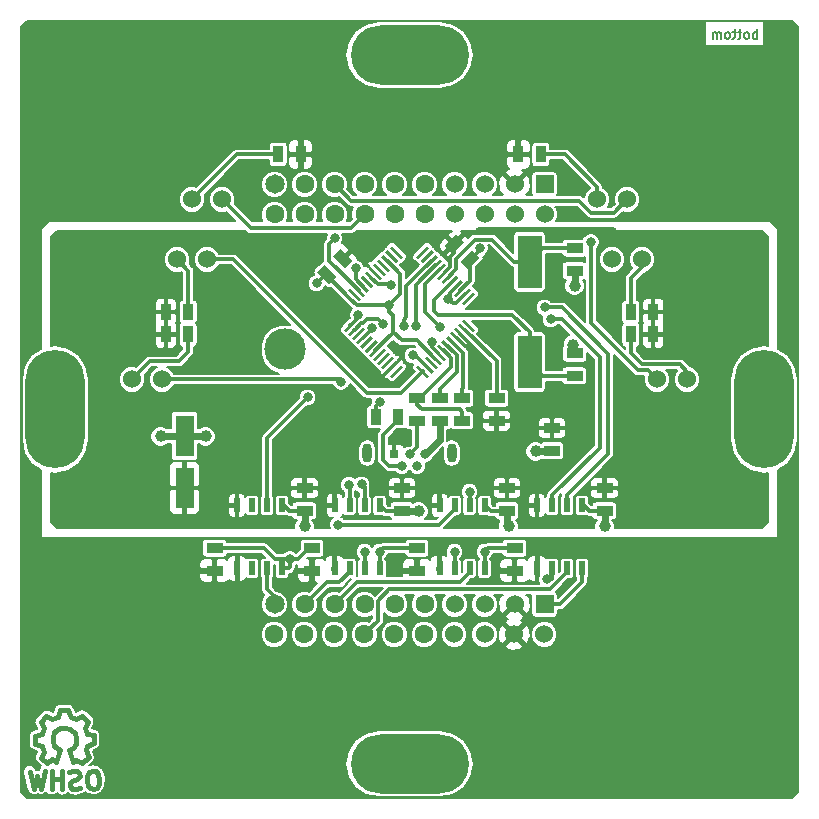
<source format=gbr>
G04 #@! TF.FileFunction,Copper,L2,Bot,Signal*
%FSLAX46Y46*%
G04 Gerber Fmt 4.6, Leading zero omitted, Abs format (unit mm)*
G04 Created by KiCad (PCBNEW (2015-08-30 BZR 6133)-product) date Sa 31 Okt 2015 12:30:55 CET*
%MOMM*%
G01*
G04 APERTURE LIST*
%ADD10C,0.100000*%
%ADD11C,0.150000*%
%ADD12C,0.381000*%
%ADD13C,1.600200*%
%ADD14C,1.651000*%
%ADD15C,1.524000*%
%ADD16R,1.524000X1.524000*%
%ADD17C,3.500000*%
%ADD18R,1.600200X3.500120*%
%ADD19R,1.397000X0.889000*%
%ADD20R,0.889000X1.397000*%
%ADD21R,1.998980X4.500880*%
%ADD22R,0.508000X1.143000*%
%ADD23C,0.800000*%
%ADD24R,0.800000X0.800000*%
%ADD25O,0.800000X1.600000*%
%ADD26O,10.000000X5.001260*%
%ADD27O,5.001260X10.000000*%
%ADD28C,1.000000*%
%ADD29C,0.300000*%
%ADD30C,0.600000*%
%ADD31C,0.200000*%
G04 APERTURE END LIST*
D10*
D11*
X126345715Y-68981905D02*
X126345715Y-68181905D01*
X126345715Y-68486667D02*
X126269524Y-68448571D01*
X126117143Y-68448571D01*
X126040953Y-68486667D01*
X126002858Y-68524762D01*
X125964762Y-68600952D01*
X125964762Y-68829524D01*
X126002858Y-68905714D01*
X126040953Y-68943810D01*
X126117143Y-68981905D01*
X126269524Y-68981905D01*
X126345715Y-68943810D01*
X125507619Y-68981905D02*
X125583810Y-68943810D01*
X125621905Y-68905714D01*
X125660000Y-68829524D01*
X125660000Y-68600952D01*
X125621905Y-68524762D01*
X125583810Y-68486667D01*
X125507619Y-68448571D01*
X125393333Y-68448571D01*
X125317143Y-68486667D01*
X125279048Y-68524762D01*
X125240952Y-68600952D01*
X125240952Y-68829524D01*
X125279048Y-68905714D01*
X125317143Y-68943810D01*
X125393333Y-68981905D01*
X125507619Y-68981905D01*
X125012381Y-68448571D02*
X124707619Y-68448571D01*
X124898095Y-68181905D02*
X124898095Y-68867619D01*
X124860000Y-68943810D01*
X124783809Y-68981905D01*
X124707619Y-68981905D01*
X124555238Y-68448571D02*
X124250476Y-68448571D01*
X124440952Y-68181905D02*
X124440952Y-68867619D01*
X124402857Y-68943810D01*
X124326666Y-68981905D01*
X124250476Y-68981905D01*
X123869523Y-68981905D02*
X123945714Y-68943810D01*
X123983809Y-68905714D01*
X124021904Y-68829524D01*
X124021904Y-68600952D01*
X123983809Y-68524762D01*
X123945714Y-68486667D01*
X123869523Y-68448571D01*
X123755237Y-68448571D01*
X123679047Y-68486667D01*
X123640952Y-68524762D01*
X123602856Y-68600952D01*
X123602856Y-68829524D01*
X123640952Y-68905714D01*
X123679047Y-68943810D01*
X123755237Y-68981905D01*
X123869523Y-68981905D01*
X123259999Y-68981905D02*
X123259999Y-68448571D01*
X123259999Y-68524762D02*
X123221904Y-68486667D01*
X123145713Y-68448571D01*
X123031427Y-68448571D01*
X122955237Y-68486667D01*
X122917142Y-68562857D01*
X122917142Y-68981905D01*
X122917142Y-68562857D02*
X122879046Y-68486667D01*
X122802856Y-68448571D01*
X122688570Y-68448571D01*
X122612380Y-68486667D01*
X122574285Y-68562857D01*
X122574285Y-68981905D01*
D12*
X66036220Y-130999860D02*
X65675540Y-132470520D01*
X65675540Y-132470520D02*
X65396140Y-131408800D01*
X65396140Y-131408800D02*
X65086260Y-132480680D01*
X65086260Y-132480680D02*
X64745900Y-131030340D01*
X67456080Y-131690740D02*
X66666140Y-131680580D01*
X66666140Y-131680580D02*
X66655980Y-131690740D01*
X66655980Y-131690740D02*
X66655980Y-131680580D01*
X66615340Y-130969380D02*
X66615340Y-132511160D01*
X67504340Y-130959220D02*
X67504340Y-132528940D01*
X67504340Y-132528940D02*
X67494180Y-132518780D01*
X68055520Y-131060820D02*
X68406040Y-130979540D01*
X68406040Y-130979540D02*
X68726080Y-130969380D01*
X68726080Y-130969380D02*
X68964840Y-131170040D01*
X68964840Y-131170040D02*
X68995320Y-131439280D01*
X68995320Y-131439280D02*
X68754020Y-131680580D01*
X68754020Y-131680580D02*
X68365400Y-131810120D01*
X68365400Y-131810120D02*
X68185060Y-131970140D01*
X68185060Y-131970140D02*
X68144420Y-132269860D01*
X68144420Y-132269860D02*
X68375560Y-132490840D01*
X68375560Y-132490840D02*
X68695600Y-132518780D01*
X68695600Y-132518780D02*
X69046120Y-132409560D01*
X70084980Y-130959220D02*
X70333900Y-130979540D01*
X70333900Y-130979540D02*
X70575200Y-131220840D01*
X70575200Y-131220840D02*
X70664100Y-131711060D01*
X70664100Y-131711060D02*
X70636160Y-132059040D01*
X70636160Y-132059040D02*
X70435500Y-132379080D01*
X70435500Y-132379080D02*
X70184040Y-132501000D01*
X70184040Y-132501000D02*
X69874160Y-132429880D01*
X69874160Y-132429880D02*
X69655720Y-132249540D01*
X69655720Y-132249540D02*
X69584600Y-131789800D01*
X69584600Y-131789800D02*
X69635400Y-131380860D01*
X69635400Y-131380860D02*
X69744620Y-131098920D01*
X69744620Y-131098920D02*
X70105300Y-130969380D01*
X69485540Y-129239640D02*
X69744620Y-129800980D01*
X69744620Y-129800980D02*
X69206140Y-130319140D01*
X69206140Y-130319140D02*
X68685440Y-130049900D01*
X68685440Y-130049900D02*
X68406040Y-130209920D01*
X66965860Y-130189600D02*
X66635660Y-129999100D01*
X66635660Y-129999100D02*
X66196240Y-130329300D01*
X66196240Y-130329300D02*
X65723800Y-129839080D01*
X65723800Y-129839080D02*
X66005740Y-129359020D01*
X66005740Y-129359020D02*
X65815240Y-128889120D01*
X65815240Y-128889120D02*
X65205640Y-128701160D01*
X65205640Y-128701160D02*
X65205640Y-128020440D01*
X65205640Y-128020440D02*
X65764440Y-127880740D01*
X65764440Y-127880740D02*
X65965100Y-127309240D01*
X65965100Y-127309240D02*
X65695860Y-126839340D01*
X65695860Y-126839340D02*
X66165760Y-126328800D01*
X66165760Y-126328800D02*
X66683920Y-126590420D01*
X66683920Y-126590420D02*
X67153820Y-126389760D01*
X67153820Y-126389760D02*
X67324000Y-125848740D01*
X67324000Y-125848740D02*
X68014880Y-125830960D01*
X68014880Y-125830960D02*
X68225700Y-126379600D01*
X68225700Y-126379600D02*
X68644800Y-126549780D01*
X68644800Y-126549780D02*
X69195980Y-126280540D01*
X69195980Y-126280540D02*
X69714140Y-126808860D01*
X69714140Y-126808860D02*
X69465220Y-127349880D01*
X69465220Y-127349880D02*
X69635400Y-127829940D01*
X69635400Y-127829940D02*
X70184040Y-127929000D01*
X70184040Y-127929000D02*
X70194200Y-128630040D01*
X70194200Y-128630040D02*
X69635400Y-128830700D01*
X69635400Y-128830700D02*
X69495700Y-129229480D01*
X67354480Y-129209160D02*
X67054760Y-129059300D01*
X67054760Y-129059300D02*
X66854100Y-128861180D01*
X66854100Y-128861180D02*
X66704240Y-128459860D01*
X66704240Y-128459860D02*
X66704240Y-128061080D01*
X66704240Y-128061080D02*
X66854100Y-127710560D01*
X66854100Y-127710560D02*
X67306220Y-127360040D01*
X67306220Y-127360040D02*
X67755800Y-127309240D01*
X67755800Y-127309240D02*
X68154580Y-127410840D01*
X68154580Y-127410840D02*
X68555900Y-127758820D01*
X68555900Y-127758820D02*
X68705760Y-128210940D01*
X68705760Y-128210940D02*
X68654960Y-128708780D01*
X68654960Y-128708780D02*
X68406040Y-129011040D01*
X68406040Y-129011040D02*
X68055520Y-129209160D01*
X68055520Y-129209160D02*
X68406040Y-130209920D01*
X67354480Y-129209160D02*
X66955700Y-130209920D01*
D13*
X85485000Y-83860000D03*
D14*
X85485000Y-81320000D03*
D13*
X88025000Y-83860000D03*
X88025000Y-81320000D03*
X90565000Y-83860000D03*
X90565000Y-81320000D03*
X93105000Y-83860000D03*
X93105000Y-81320000D03*
X95645000Y-83860000D03*
X95645000Y-81320000D03*
X98185000Y-83860000D03*
X98185000Y-81320000D03*
D15*
X100725000Y-83860000D03*
X100725000Y-81320000D03*
X103265000Y-83860000D03*
X103265000Y-81320000D03*
X105805000Y-83860000D03*
X105805000Y-81320000D03*
X108345000Y-83860000D03*
D16*
X108345000Y-81320000D03*
D13*
X85455000Y-119420000D03*
D14*
X85485000Y-116880000D03*
D13*
X87995000Y-119420000D03*
X88025000Y-116880000D03*
X90535000Y-119420000D03*
X90565000Y-116880000D03*
X93075000Y-119420000D03*
X93105000Y-116880000D03*
X95615000Y-119420000D03*
X95645000Y-116880000D03*
X98155000Y-119420000D03*
X98185000Y-116880000D03*
D15*
X100695000Y-119420000D03*
X100725000Y-116880000D03*
X103265000Y-119420000D03*
X103265000Y-116880000D03*
X105775000Y-119420000D03*
X105805000Y-116880000D03*
X108315000Y-119420000D03*
D16*
X108345000Y-116880000D03*
D17*
X86405000Y-95290000D03*
D18*
X77865000Y-107014640D03*
X77865000Y-102615360D03*
D19*
X110885000Y-88622500D03*
X110885000Y-86717500D03*
X110885000Y-95607500D03*
X110885000Y-97512500D03*
D10*
G36*
X91097433Y-86784739D02*
X92085261Y-87772567D01*
X91456643Y-88401185D01*
X90468815Y-87413357D01*
X91097433Y-86784739D01*
X91097433Y-86784739D01*
G37*
G36*
X89750395Y-88131777D02*
X90738223Y-89119605D01*
X90109605Y-89748223D01*
X89121777Y-88760395D01*
X89750395Y-88131777D01*
X89750395Y-88131777D01*
G37*
D19*
X99455000Y-99417500D03*
X99455000Y-101322500D03*
X108980000Y-101957500D03*
X108980000Y-103862500D03*
X113425000Y-107037500D03*
X113425000Y-108942500D03*
X105170000Y-107037500D03*
X105170000Y-108942500D03*
X96280000Y-107037500D03*
X96280000Y-108942500D03*
X88025000Y-107037500D03*
X88025000Y-108942500D03*
X105805000Y-114022500D03*
X105805000Y-112117500D03*
X97550000Y-114022500D03*
X97550000Y-112117500D03*
X88660000Y-114022500D03*
X88660000Y-112117500D03*
X80405000Y-114022500D03*
X80405000Y-112117500D03*
D15*
X77230000Y-87670000D03*
X79770000Y-87670000D03*
X73420000Y-97830000D03*
X75960000Y-97830000D03*
X116600000Y-87670000D03*
X114060000Y-87670000D03*
X120410000Y-97830000D03*
X117870000Y-97830000D03*
X78500000Y-82590000D03*
X81040000Y-82590000D03*
X112790000Y-82590000D03*
X115330000Y-82590000D03*
D20*
X95962500Y-101005000D03*
X94057500Y-101005000D03*
D19*
X97550000Y-101322500D03*
X97550000Y-99417500D03*
X101360000Y-99417500D03*
X101360000Y-101322500D03*
X104281000Y-101322500D03*
X104281000Y-99417500D03*
D10*
G36*
X99878258Y-86541086D02*
X100866086Y-85553258D01*
X101494704Y-86181876D01*
X100506876Y-87169704D01*
X99878258Y-86541086D01*
X99878258Y-86541086D01*
G37*
G36*
X101225296Y-87888124D02*
X102213124Y-86900296D01*
X102841742Y-87528914D01*
X101853914Y-88516742D01*
X101225296Y-87888124D01*
X101225296Y-87888124D01*
G37*
D20*
X78182500Y-92115000D03*
X76277500Y-92115000D03*
X78182500Y-94020000D03*
X76277500Y-94020000D03*
X115647500Y-92115000D03*
X117552500Y-92115000D03*
X115647500Y-94020000D03*
X117552500Y-94020000D03*
X85802500Y-78780000D03*
X87707500Y-78780000D03*
X108027500Y-78780000D03*
X106122500Y-78780000D03*
D21*
X107075000Y-87865580D03*
X107075000Y-96364420D03*
D10*
G36*
X102483466Y-93617602D02*
X102306689Y-93794379D01*
X101387450Y-92875140D01*
X101564227Y-92698363D01*
X102483466Y-93617602D01*
X102483466Y-93617602D01*
G37*
G36*
X102129913Y-93971155D02*
X101953136Y-94147932D01*
X101033897Y-93228693D01*
X101210674Y-93051916D01*
X102129913Y-93971155D01*
X102129913Y-93971155D01*
G37*
G36*
X101776359Y-94324709D02*
X101599582Y-94501486D01*
X100680343Y-93582247D01*
X100857120Y-93405470D01*
X101776359Y-94324709D01*
X101776359Y-94324709D01*
G37*
G36*
X101422806Y-94678262D02*
X101246029Y-94855039D01*
X100326790Y-93935800D01*
X100503567Y-93759023D01*
X101422806Y-94678262D01*
X101422806Y-94678262D01*
G37*
G36*
X101069253Y-95031815D02*
X100892476Y-95208592D01*
X99973237Y-94289353D01*
X100150014Y-94112576D01*
X101069253Y-95031815D01*
X101069253Y-95031815D01*
G37*
G36*
X100715699Y-95385369D02*
X100538922Y-95562146D01*
X99619683Y-94642907D01*
X99796460Y-94466130D01*
X100715699Y-95385369D01*
X100715699Y-95385369D01*
G37*
G36*
X100362146Y-95738922D02*
X100185369Y-95915699D01*
X99266130Y-94996460D01*
X99442907Y-94819683D01*
X100362146Y-95738922D01*
X100362146Y-95738922D01*
G37*
G36*
X100008592Y-96092476D02*
X99831815Y-96269253D01*
X98912576Y-95350014D01*
X99089353Y-95173237D01*
X100008592Y-96092476D01*
X100008592Y-96092476D01*
G37*
G36*
X99655039Y-96446029D02*
X99478262Y-96622806D01*
X98559023Y-95703567D01*
X98735800Y-95526790D01*
X99655039Y-96446029D01*
X99655039Y-96446029D01*
G37*
G36*
X99301486Y-96799582D02*
X99124709Y-96976359D01*
X98205470Y-96057120D01*
X98382247Y-95880343D01*
X99301486Y-96799582D01*
X99301486Y-96799582D01*
G37*
G36*
X98947932Y-97153136D02*
X98771155Y-97329913D01*
X97851916Y-96410674D01*
X98028693Y-96233897D01*
X98947932Y-97153136D01*
X98947932Y-97153136D01*
G37*
G36*
X98594379Y-97506689D02*
X98417602Y-97683466D01*
X97498363Y-96764227D01*
X97675140Y-96587450D01*
X98594379Y-97506689D01*
X98594379Y-97506689D01*
G37*
G36*
X95412398Y-97683466D02*
X95235621Y-97506689D01*
X96154860Y-96587450D01*
X96331637Y-96764227D01*
X95412398Y-97683466D01*
X95412398Y-97683466D01*
G37*
G36*
X95058845Y-97329913D02*
X94882068Y-97153136D01*
X95801307Y-96233897D01*
X95978084Y-96410674D01*
X95058845Y-97329913D01*
X95058845Y-97329913D01*
G37*
G36*
X94705291Y-96976359D02*
X94528514Y-96799582D01*
X95447753Y-95880343D01*
X95624530Y-96057120D01*
X94705291Y-96976359D01*
X94705291Y-96976359D01*
G37*
G36*
X94351738Y-96622806D02*
X94174961Y-96446029D01*
X95094200Y-95526790D01*
X95270977Y-95703567D01*
X94351738Y-96622806D01*
X94351738Y-96622806D01*
G37*
G36*
X93998185Y-96269253D02*
X93821408Y-96092476D01*
X94740647Y-95173237D01*
X94917424Y-95350014D01*
X93998185Y-96269253D01*
X93998185Y-96269253D01*
G37*
G36*
X93644631Y-95915699D02*
X93467854Y-95738922D01*
X94387093Y-94819683D01*
X94563870Y-94996460D01*
X93644631Y-95915699D01*
X93644631Y-95915699D01*
G37*
G36*
X93291078Y-95562146D02*
X93114301Y-95385369D01*
X94033540Y-94466130D01*
X94210317Y-94642907D01*
X93291078Y-95562146D01*
X93291078Y-95562146D01*
G37*
G36*
X92937524Y-95208592D02*
X92760747Y-95031815D01*
X93679986Y-94112576D01*
X93856763Y-94289353D01*
X92937524Y-95208592D01*
X92937524Y-95208592D01*
G37*
G36*
X92583971Y-94855039D02*
X92407194Y-94678262D01*
X93326433Y-93759023D01*
X93503210Y-93935800D01*
X92583971Y-94855039D01*
X92583971Y-94855039D01*
G37*
G36*
X92230418Y-94501486D02*
X92053641Y-94324709D01*
X92972880Y-93405470D01*
X93149657Y-93582247D01*
X92230418Y-94501486D01*
X92230418Y-94501486D01*
G37*
G36*
X91876864Y-94147932D02*
X91700087Y-93971155D01*
X92619326Y-93051916D01*
X92796103Y-93228693D01*
X91876864Y-94147932D01*
X91876864Y-94147932D01*
G37*
G36*
X91523311Y-93794379D02*
X91346534Y-93617602D01*
X92265773Y-92698363D01*
X92442550Y-92875140D01*
X91523311Y-93794379D01*
X91523311Y-93794379D01*
G37*
G36*
X92442550Y-91354860D02*
X92265773Y-91531637D01*
X91346534Y-90612398D01*
X91523311Y-90435621D01*
X92442550Y-91354860D01*
X92442550Y-91354860D01*
G37*
G36*
X92796103Y-91001307D02*
X92619326Y-91178084D01*
X91700087Y-90258845D01*
X91876864Y-90082068D01*
X92796103Y-91001307D01*
X92796103Y-91001307D01*
G37*
G36*
X93149657Y-90647753D02*
X92972880Y-90824530D01*
X92053641Y-89905291D01*
X92230418Y-89728514D01*
X93149657Y-90647753D01*
X93149657Y-90647753D01*
G37*
G36*
X93503210Y-90294200D02*
X93326433Y-90470977D01*
X92407194Y-89551738D01*
X92583971Y-89374961D01*
X93503210Y-90294200D01*
X93503210Y-90294200D01*
G37*
G36*
X93856763Y-89940647D02*
X93679986Y-90117424D01*
X92760747Y-89198185D01*
X92937524Y-89021408D01*
X93856763Y-89940647D01*
X93856763Y-89940647D01*
G37*
G36*
X94210317Y-89587093D02*
X94033540Y-89763870D01*
X93114301Y-88844631D01*
X93291078Y-88667854D01*
X94210317Y-89587093D01*
X94210317Y-89587093D01*
G37*
G36*
X94563870Y-89233540D02*
X94387093Y-89410317D01*
X93467854Y-88491078D01*
X93644631Y-88314301D01*
X94563870Y-89233540D01*
X94563870Y-89233540D01*
G37*
G36*
X94917424Y-88879986D02*
X94740647Y-89056763D01*
X93821408Y-88137524D01*
X93998185Y-87960747D01*
X94917424Y-88879986D01*
X94917424Y-88879986D01*
G37*
G36*
X95270977Y-88526433D02*
X95094200Y-88703210D01*
X94174961Y-87783971D01*
X94351738Y-87607194D01*
X95270977Y-88526433D01*
X95270977Y-88526433D01*
G37*
G36*
X95624530Y-88172880D02*
X95447753Y-88349657D01*
X94528514Y-87430418D01*
X94705291Y-87253641D01*
X95624530Y-88172880D01*
X95624530Y-88172880D01*
G37*
G36*
X95978084Y-87819326D02*
X95801307Y-87996103D01*
X94882068Y-87076864D01*
X95058845Y-86900087D01*
X95978084Y-87819326D01*
X95978084Y-87819326D01*
G37*
G36*
X96331637Y-87465773D02*
X96154860Y-87642550D01*
X95235621Y-86723311D01*
X95412398Y-86546534D01*
X96331637Y-87465773D01*
X96331637Y-87465773D01*
G37*
G36*
X97675140Y-87642550D02*
X97498363Y-87465773D01*
X98417602Y-86546534D01*
X98594379Y-86723311D01*
X97675140Y-87642550D01*
X97675140Y-87642550D01*
G37*
G36*
X98028693Y-87996103D02*
X97851916Y-87819326D01*
X98771155Y-86900087D01*
X98947932Y-87076864D01*
X98028693Y-87996103D01*
X98028693Y-87996103D01*
G37*
G36*
X98382247Y-88349657D02*
X98205470Y-88172880D01*
X99124709Y-87253641D01*
X99301486Y-87430418D01*
X98382247Y-88349657D01*
X98382247Y-88349657D01*
G37*
G36*
X98735800Y-88703210D02*
X98559023Y-88526433D01*
X99478262Y-87607194D01*
X99655039Y-87783971D01*
X98735800Y-88703210D01*
X98735800Y-88703210D01*
G37*
G36*
X99089353Y-89056763D02*
X98912576Y-88879986D01*
X99831815Y-87960747D01*
X100008592Y-88137524D01*
X99089353Y-89056763D01*
X99089353Y-89056763D01*
G37*
G36*
X99442907Y-89410317D02*
X99266130Y-89233540D01*
X100185369Y-88314301D01*
X100362146Y-88491078D01*
X99442907Y-89410317D01*
X99442907Y-89410317D01*
G37*
G36*
X99796460Y-89763870D02*
X99619683Y-89587093D01*
X100538922Y-88667854D01*
X100715699Y-88844631D01*
X99796460Y-89763870D01*
X99796460Y-89763870D01*
G37*
G36*
X100150014Y-90117424D02*
X99973237Y-89940647D01*
X100892476Y-89021408D01*
X101069253Y-89198185D01*
X100150014Y-90117424D01*
X100150014Y-90117424D01*
G37*
G36*
X100503567Y-90470977D02*
X100326790Y-90294200D01*
X101246029Y-89374961D01*
X101422806Y-89551738D01*
X100503567Y-90470977D01*
X100503567Y-90470977D01*
G37*
G36*
X100857120Y-90824530D02*
X100680343Y-90647753D01*
X101599582Y-89728514D01*
X101776359Y-89905291D01*
X100857120Y-90824530D01*
X100857120Y-90824530D01*
G37*
G36*
X101210674Y-91178084D02*
X101033897Y-91001307D01*
X101953136Y-90082068D01*
X102129913Y-90258845D01*
X101210674Y-91178084D01*
X101210674Y-91178084D01*
G37*
G36*
X101564227Y-91531637D02*
X101387450Y-91354860D01*
X102306689Y-90435621D01*
X102483466Y-90612398D01*
X101564227Y-91531637D01*
X101564227Y-91531637D01*
G37*
D22*
X107710000Y-113832000D03*
X107710000Y-108498000D03*
X108980000Y-113832000D03*
X110250000Y-113832000D03*
X111520000Y-113832000D03*
X108980000Y-108498000D03*
X110250000Y-108498000D03*
X111520000Y-108498000D03*
X99455000Y-113832000D03*
X99455000Y-108498000D03*
X100725000Y-113832000D03*
X101995000Y-113832000D03*
X103265000Y-113832000D03*
X100725000Y-108498000D03*
X101995000Y-108498000D03*
X103265000Y-108498000D03*
X90565000Y-113832000D03*
X90565000Y-108498000D03*
X91835000Y-113832000D03*
X93105000Y-113832000D03*
X94375000Y-113832000D03*
X91835000Y-108498000D03*
X93105000Y-108498000D03*
X94375000Y-108498000D03*
X82310000Y-113832000D03*
X82310000Y-108498000D03*
X83580000Y-113832000D03*
X84850000Y-113832000D03*
X86120000Y-113832000D03*
X83580000Y-108498000D03*
X84850000Y-108498000D03*
X86120000Y-108498000D03*
D23*
X96915000Y-104180000D03*
D24*
X95615000Y-104180000D03*
D23*
X98215000Y-104180000D03*
X97565000Y-105180000D03*
X96265000Y-105180000D03*
D25*
X93340000Y-104080000D03*
X100490000Y-104080000D03*
D26*
X96915000Y-70370000D03*
D27*
X66915000Y-100370000D03*
X126915000Y-100370000D03*
D26*
X96915000Y-130370000D03*
D28*
X94326112Y-105640644D03*
X110885000Y-89911653D03*
D23*
X95184833Y-91522534D03*
X100188749Y-90991770D03*
D28*
X97677000Y-109006000D03*
X113425000Y-110276000D03*
X110723666Y-94875274D03*
D23*
X89041000Y-89702000D03*
D28*
X107583000Y-103926000D03*
X105297000Y-110276000D03*
X88025000Y-110276000D03*
X75833000Y-102656000D03*
X79643000Y-102656000D03*
D23*
X86776963Y-113046436D03*
X94375000Y-112435000D03*
X103265000Y-112435000D03*
X91120464Y-98020190D03*
X97169000Y-95798000D03*
X92343000Y-88432000D03*
X112253222Y-86203738D03*
X90565000Y-85892000D03*
X100725000Y-112435000D03*
X108540970Y-114734908D03*
X98789663Y-94631781D03*
X94375000Y-99735000D03*
X93747278Y-93504043D03*
X90843266Y-110149802D03*
X94676913Y-93129213D03*
X108853000Y-92750000D03*
X92557950Y-92355705D03*
X108345000Y-91734000D03*
X95333384Y-89853369D03*
X88279000Y-99354000D03*
X96436469Y-93317340D03*
X91762038Y-106730435D03*
X97436450Y-93309510D03*
X92851000Y-106720000D03*
X99455000Y-93385000D03*
X101995000Y-107355000D03*
X93105000Y-112435000D03*
X102875052Y-86731373D03*
D29*
X101228351Y-93953478D02*
X101228351Y-93953480D01*
X101228351Y-93953480D02*
X102152935Y-94878065D01*
X102152935Y-94878065D02*
X102053385Y-94977615D01*
X102053385Y-94977615D02*
X101586335Y-94977615D01*
X101586335Y-94977615D02*
X100895274Y-94286555D01*
X100358602Y-87417978D02*
X100358602Y-88317831D01*
X100686481Y-87090099D02*
X100358602Y-87417978D01*
X100686481Y-86361481D02*
X100686481Y-87090099D01*
X100358602Y-88317831D02*
X99960606Y-88715827D01*
D30*
X110885000Y-88622500D02*
X110885000Y-89911653D01*
D29*
X111520000Y-108498000D02*
X111647000Y-108498000D01*
X111647000Y-108498000D02*
X112091500Y-108942500D01*
X112091500Y-108942500D02*
X113425000Y-108942500D01*
X103265000Y-108498000D02*
X103773000Y-109006000D01*
X103773000Y-109006000D02*
X105106500Y-109006000D01*
X105106500Y-109006000D02*
X105170000Y-108942500D01*
X94375000Y-108498000D02*
X94883000Y-109006000D01*
X94883000Y-109006000D02*
X96216500Y-109006000D01*
X96216500Y-109006000D02*
X96280000Y-108942500D01*
X86120000Y-108498000D02*
X86247000Y-108498000D01*
X86247000Y-108498000D02*
X86691500Y-108942500D01*
X86691500Y-108942500D02*
X88025000Y-108942500D01*
X94619148Y-91522534D02*
X95184833Y-91522534D01*
X94611118Y-91530564D02*
X94619148Y-91522534D01*
X92441477Y-91530564D02*
X94611118Y-91530564D01*
X91894542Y-90983629D02*
X92441477Y-91530564D01*
X95076522Y-87801649D02*
X96149503Y-88874630D01*
X95184833Y-92088219D02*
X95184833Y-91522534D01*
X95506788Y-92410174D02*
X95184833Y-92088219D01*
X95506788Y-93776558D02*
X95506788Y-92410174D01*
X96149503Y-90557864D02*
X95184833Y-91522534D01*
X96149503Y-88874630D02*
X96149503Y-90557864D01*
X95506788Y-93876765D02*
X95506788Y-93776558D01*
X99107031Y-96074798D02*
X97560233Y-94528000D01*
X96258230Y-94528000D02*
X95506788Y-93776558D01*
X97560233Y-94528000D02*
X96258230Y-94528000D01*
X94015862Y-95367691D02*
X95506788Y-93876765D01*
X100188749Y-90991770D02*
X100588748Y-91391769D01*
X100588748Y-91391769D02*
X100820212Y-91391769D01*
X100820212Y-91391769D02*
X101581905Y-90630076D01*
X100188749Y-90991770D02*
X100359059Y-90821460D01*
X100359059Y-90821460D02*
X100330333Y-90792734D01*
X100330333Y-90792734D02*
X100330333Y-90502774D01*
X100330333Y-90502774D02*
X100728343Y-90104764D01*
D30*
X96280000Y-108942500D02*
X97613500Y-108942500D01*
X97613500Y-108942500D02*
X97677000Y-109006000D01*
X113425000Y-108942500D02*
X113425000Y-110276000D01*
D29*
X100728343Y-90104764D02*
X100728343Y-90069438D01*
D30*
X110723666Y-95582380D02*
X110723666Y-94875274D01*
X110748786Y-95607500D02*
X110723666Y-95582380D01*
X110885000Y-95607500D02*
X110748786Y-95607500D01*
D29*
X89930000Y-88940000D02*
X89803000Y-88940000D01*
X89803000Y-88940000D02*
X89041000Y-89702000D01*
X91894542Y-90983629D02*
X89930000Y-89019087D01*
D30*
X99455000Y-101322500D02*
X99455000Y-102940000D01*
X99455000Y-102940000D02*
X98215000Y-104180000D01*
X108980000Y-103862500D02*
X107646500Y-103862500D01*
X107646500Y-103862500D02*
X107583000Y-103926000D01*
X105170000Y-108942500D02*
X105170000Y-110149000D01*
X105170000Y-110149000D02*
X105297000Y-110276000D01*
X88025000Y-108942500D02*
X88025000Y-110276000D01*
X77865000Y-102615360D02*
X75873640Y-102615360D01*
X75873640Y-102615360D02*
X75833000Y-102656000D01*
X77865000Y-102615360D02*
X79602360Y-102615360D01*
X79602360Y-102615360D02*
X79643000Y-102656000D01*
D29*
X107075000Y-87865580D02*
X105775510Y-87865580D01*
X105775510Y-87865580D02*
X103891283Y-85981353D01*
X103891283Y-85981353D02*
X102502349Y-85981353D01*
X102502349Y-85981353D02*
X100875286Y-87608416D01*
X100875286Y-87608416D02*
X100875286Y-88508267D01*
X100875286Y-88508267D02*
X100698020Y-88685533D01*
X100698020Y-88685533D02*
X100167691Y-89215862D01*
X110885000Y-86717500D02*
X108223080Y-86717500D01*
X108223080Y-86717500D02*
X107075000Y-87865580D01*
X107075000Y-96364420D02*
X107075000Y-93813980D01*
X107075000Y-93813980D02*
X105609373Y-92348353D01*
X105609373Y-92348353D02*
X99293871Y-92348353D01*
X99293871Y-92348353D02*
X98987689Y-92042171D01*
X98987689Y-92042171D02*
X98987689Y-91102972D01*
X98987689Y-91102972D02*
X100521245Y-89569416D01*
X110885000Y-97512500D02*
X108223080Y-97512500D01*
X108223080Y-97512500D02*
X107075000Y-96364420D01*
X100167691Y-95014138D02*
X100941281Y-95787728D01*
X100941281Y-95787728D02*
X100941281Y-95982912D01*
X100941281Y-95982912D02*
X100941284Y-95982915D01*
X100941284Y-95982915D02*
X100941284Y-97186716D01*
X99455000Y-98673000D02*
X99455000Y-99417500D01*
X100941284Y-97186716D02*
X99455000Y-98673000D01*
X87477064Y-113046436D02*
X86776963Y-113046436D01*
X85497340Y-113046436D02*
X86776963Y-113046436D01*
X86120000Y-113832000D02*
X86674000Y-113832000D01*
X86776963Y-113729037D02*
X86776963Y-113046436D01*
X88406000Y-112117500D02*
X87477064Y-113046436D01*
X80405000Y-112117500D02*
X84568404Y-112117500D01*
X86674000Y-113832000D02*
X86776963Y-113729037D01*
X84568404Y-112117500D02*
X85497340Y-113046436D01*
X88660000Y-112117500D02*
X88406000Y-112117500D01*
X111520000Y-113832000D02*
X111520000Y-114975000D01*
X109615000Y-116880000D02*
X108345000Y-116880000D01*
X111520000Y-114975000D02*
X109615000Y-116880000D01*
X94375000Y-113832000D02*
X94375000Y-112435000D01*
X94692500Y-112117500D02*
X94375000Y-112435000D01*
X94692500Y-112117500D02*
X97550000Y-112117500D01*
X105805000Y-112117500D02*
X103582500Y-112117500D01*
X103265000Y-112435000D02*
X103265000Y-113832000D01*
X103582500Y-112117500D02*
X103265000Y-112435000D01*
X78182500Y-92115000D02*
X78182500Y-88622500D01*
X78182500Y-88622500D02*
X77230000Y-87670000D01*
X98046371Y-97135458D02*
X96207806Y-98974023D01*
X96207806Y-98974023D02*
X93275624Y-98974023D01*
X93275624Y-98974023D02*
X81971601Y-87670000D01*
X81971601Y-87670000D02*
X79770000Y-87670000D01*
X77357000Y-96306000D02*
X78182500Y-95480500D01*
X78182500Y-95480500D02*
X78182500Y-94020000D01*
X74944000Y-96306000D02*
X77357000Y-96306000D01*
X73420000Y-97830000D02*
X74944000Y-96306000D01*
X90930274Y-97830000D02*
X91120464Y-98020190D01*
X75960000Y-97830000D02*
X90930274Y-97830000D01*
X97169000Y-95798000D02*
X97416033Y-95798000D01*
X97416033Y-95798000D02*
X98253483Y-96635450D01*
X98253483Y-96635450D02*
X98399931Y-96781898D01*
X116600000Y-87670000D02*
X116600000Y-88305000D01*
X115647500Y-92115000D02*
X115647500Y-89257500D01*
X115647500Y-89257500D02*
X116600000Y-88305000D01*
X92343000Y-88432000D02*
X92343000Y-89310753D01*
X92343000Y-89310753D02*
X92955209Y-89922962D01*
X120410000Y-97830000D02*
X120410000Y-97195000D01*
X120410000Y-97195000D02*
X119775000Y-96560000D01*
X119775000Y-96560000D02*
X116600000Y-96560000D01*
X116600000Y-96560000D02*
X115647500Y-95607500D01*
X115647500Y-95607500D02*
X115647500Y-94020000D01*
X117870000Y-97830000D02*
X117108001Y-97068001D01*
X117108001Y-97068001D02*
X116287499Y-97068001D01*
X116287499Y-97068001D02*
X112253222Y-93033724D01*
X112253222Y-93033724D02*
X112253222Y-86203738D01*
X90118805Y-87793678D02*
X90118805Y-86338195D01*
X90118805Y-86338195D02*
X90565000Y-85892000D01*
X90118805Y-87793678D02*
X92601649Y-90276522D01*
X78500000Y-82590000D02*
X82310000Y-78780000D01*
X82310000Y-78780000D02*
X85802500Y-78780000D01*
X93105000Y-83860000D02*
X91954899Y-85010101D01*
X91954899Y-85010101D02*
X83460101Y-85010101D01*
X83460101Y-85010101D02*
X81040000Y-82590000D01*
X112790000Y-82590000D02*
X112790000Y-81512370D01*
X112790000Y-81512370D02*
X110057630Y-78780000D01*
X110057630Y-78780000D02*
X108027500Y-78780000D01*
X90565000Y-81320000D02*
X91954899Y-82709899D01*
X91954899Y-82709899D02*
X111264137Y-82709899D01*
X111264137Y-82709899D02*
X112256239Y-83702001D01*
X112256239Y-83702001D02*
X114217999Y-83702001D01*
X114217999Y-83702001D02*
X115330000Y-82590000D01*
X94664999Y-104636001D02*
X94664999Y-102556501D01*
X95208998Y-105180000D02*
X94664999Y-104636001D01*
X94664999Y-102556501D02*
X95962500Y-101259000D01*
X96265000Y-105180000D02*
X95208998Y-105180000D01*
X95962500Y-101259000D02*
X95962500Y-101005000D01*
X97550000Y-101322500D02*
X97550000Y-103545000D01*
X97550000Y-103545000D02*
X96915000Y-104180000D01*
X88025000Y-116880000D02*
X89893800Y-115011200D01*
X89893800Y-115011200D02*
X90973300Y-115011200D01*
X90973300Y-115011200D02*
X91835000Y-114149500D01*
X91835000Y-114149500D02*
X91835000Y-113832000D01*
X85485000Y-116880000D02*
X85485000Y-116245000D01*
X85485000Y-116245000D02*
X84850000Y-115610000D01*
X84850000Y-115610000D02*
X84850000Y-113832000D01*
X100725000Y-112435000D02*
X100725000Y-113832000D01*
X92470000Y-114975000D02*
X90565000Y-116880000D01*
X101169500Y-114975000D02*
X92470000Y-114975000D01*
X101995000Y-114149500D02*
X101169500Y-114975000D01*
X101995000Y-113832000D02*
X101995000Y-114149500D01*
X108789500Y-115610000D02*
X95212850Y-115610000D01*
X95212850Y-115610000D02*
X94255101Y-116567749D01*
X94255101Y-116567749D02*
X94255101Y-118239899D01*
X94255101Y-118239899D02*
X93075000Y-119420000D01*
X110250000Y-113832000D02*
X110250000Y-114149500D01*
X110250000Y-114149500D02*
X108789500Y-115610000D01*
X108948592Y-114734908D02*
X108540970Y-114734908D01*
X108980000Y-114703500D02*
X108948592Y-114734908D01*
X108980000Y-113832000D02*
X108980000Y-114703500D01*
X98789663Y-94631781D02*
X98789663Y-95050310D01*
X98789663Y-95050310D02*
X99314123Y-95574770D01*
X94057500Y-101005000D02*
X94057500Y-100052500D01*
X94057500Y-100052500D02*
X94375000Y-99735000D01*
X100441273Y-95994840D02*
X99814131Y-95367698D01*
X97550000Y-99417500D02*
X97804000Y-99417500D01*
X100441273Y-96780227D02*
X100441273Y-95994840D01*
X97804000Y-99417500D02*
X100441273Y-96780227D01*
X101360000Y-101322500D02*
X101360000Y-100578000D01*
X101360000Y-100578000D02*
X101152000Y-100370000D01*
X101152000Y-100370000D02*
X97951267Y-100370000D01*
X97951267Y-100370000D02*
X97550000Y-99968733D01*
X97550000Y-99968733D02*
X97550000Y-99417500D01*
X100521245Y-94660584D02*
X101459408Y-95598747D01*
X101459408Y-95598747D02*
X101459408Y-98573592D01*
X101459408Y-98573592D02*
X101360000Y-98673000D01*
X101360000Y-98673000D02*
X101360000Y-99417500D01*
X101581905Y-93599924D02*
X101582922Y-93599924D01*
X101582922Y-93599924D02*
X104281000Y-96298002D01*
X104281000Y-96298002D02*
X104281000Y-99417500D01*
X92955202Y-94307031D02*
X93747278Y-93514955D01*
X93747278Y-93514955D02*
X93747278Y-93504043D01*
X99390698Y-110149802D02*
X90843266Y-110149802D01*
X100725000Y-108815500D02*
X99390698Y-110149802D01*
X100725000Y-108498000D02*
X100725000Y-108815500D01*
X92283437Y-93599924D02*
X92827901Y-93055460D01*
X93005738Y-93055460D02*
X93331984Y-92729214D01*
X92248095Y-93599924D02*
X92283437Y-93599924D01*
X92827901Y-93055460D02*
X93005738Y-93055460D01*
X93331984Y-92729214D02*
X94276914Y-92729214D01*
X94276914Y-92729214D02*
X94676913Y-93129213D01*
X108980000Y-108498000D02*
X108980000Y-107626500D01*
X108980000Y-107626500D02*
X113012707Y-103593793D01*
X113012707Y-103593793D02*
X113012707Y-95962205D01*
X113012707Y-95962205D02*
X109800502Y-92750000D01*
X109800502Y-92750000D02*
X108853000Y-92750000D01*
X110250000Y-108498000D02*
X110250000Y-107626500D01*
X110250000Y-107626500D02*
X113734426Y-104142074D01*
X113734426Y-104142074D02*
X113734426Y-95640349D01*
X113734426Y-95640349D02*
X109828077Y-91734000D01*
X109828077Y-91734000D02*
X108345000Y-91734000D01*
X92343000Y-92570655D02*
X92343000Y-92797913D01*
X92343000Y-92797913D02*
X92040999Y-93099914D01*
X92040999Y-93099914D02*
X92040985Y-93099914D01*
X92040985Y-93099914D02*
X91894535Y-93246364D01*
X92557950Y-92355705D02*
X92343000Y-92570655D01*
X93662302Y-89215869D02*
X94206760Y-89760327D01*
X95240342Y-89760327D02*
X95333384Y-89853369D01*
X94206760Y-89760327D02*
X95240342Y-89760327D01*
X84850000Y-108498000D02*
X84850000Y-102783000D01*
X84850000Y-102783000D02*
X88279000Y-99354000D01*
X96649514Y-89905613D02*
X96649514Y-92538610D01*
X98753478Y-87801649D02*
X96649514Y-89905613D01*
X96436469Y-92751655D02*
X96436469Y-93317340D01*
X96649514Y-92538610D02*
X96436469Y-92751655D01*
X91835000Y-106803397D02*
X91762038Y-106730435D01*
X91835000Y-108498000D02*
X91835000Y-106803397D01*
X99107038Y-88155209D02*
X97436450Y-89825797D01*
X97436450Y-89825797D02*
X97436450Y-93309510D01*
X93105000Y-108498000D02*
X93105000Y-106974000D01*
X93105000Y-106974000D02*
X92851000Y-106720000D01*
X98185000Y-92115000D02*
X98185000Y-89784367D01*
X98185000Y-89784367D02*
X99460598Y-88508769D01*
X99455000Y-93385000D02*
X98185000Y-92115000D01*
X101995000Y-108498000D02*
X101995000Y-107355000D01*
X93105000Y-112435000D02*
X93105000Y-113832000D01*
X102875052Y-86866986D02*
X102875052Y-86731373D01*
X102033519Y-87708519D02*
X102875052Y-86866986D01*
X101228351Y-90276522D02*
X102033519Y-89471354D01*
X102033519Y-89471354D02*
X102033519Y-87708519D01*
D31*
G36*
X129835000Y-68026422D02*
X129835000Y-132713578D01*
X129258578Y-133290000D01*
X64571422Y-133290000D01*
X63995000Y-132713578D01*
X63995000Y-130943058D01*
X64212494Y-130943058D01*
X64219696Y-131153828D01*
X64560056Y-132604168D01*
X64590613Y-132671354D01*
X64612960Y-132741691D01*
X64633908Y-132766546D01*
X64647367Y-132796137D01*
X64701308Y-132846513D01*
X64748872Y-132902947D01*
X64777739Y-132917894D01*
X64801496Y-132940081D01*
X64870606Y-132965979D01*
X64936149Y-132999917D01*
X64968539Y-133002679D01*
X64998978Y-133014086D01*
X65072740Y-133011566D01*
X65146278Y-133017837D01*
X65177259Y-133007994D01*
X65209748Y-133006884D01*
X65276934Y-132976327D01*
X65347271Y-132953980D01*
X65372126Y-132933032D01*
X65389395Y-132925177D01*
X65403198Y-132937392D01*
X65476524Y-132962650D01*
X65546797Y-132995463D01*
X65575462Y-132996730D01*
X65602593Y-133006075D01*
X65680008Y-133001349D01*
X65757484Y-133004772D01*
X65784451Y-132994973D01*
X65813094Y-132993224D01*
X65882807Y-132959232D01*
X65955696Y-132932746D01*
X65976861Y-132913372D01*
X66002653Y-132900796D01*
X66054050Y-132842715D01*
X66111257Y-132790349D01*
X66123397Y-132764350D01*
X66136819Y-132749183D01*
X66233149Y-132893351D01*
X66408500Y-133010517D01*
X66615340Y-133051660D01*
X66822180Y-133010517D01*
X66997531Y-132893351D01*
X67052214Y-132811512D01*
X67111989Y-132900971D01*
X67122148Y-132911131D01*
X67210725Y-132970316D01*
X67297500Y-133028297D01*
X67504340Y-133069440D01*
X67711180Y-133028297D01*
X67886531Y-132911131D01*
X67943634Y-132825671D01*
X68002052Y-132881521D01*
X68066498Y-132922519D01*
X68126074Y-132970316D01*
X68154771Y-132978675D01*
X68179990Y-132994718D01*
X68255218Y-133007932D01*
X68328552Y-133029292D01*
X68648592Y-133057232D01*
X68752547Y-133045828D01*
X68856392Y-133034809D01*
X69206912Y-132925589D01*
X69392148Y-132824777D01*
X69436714Y-132769631D01*
X69530051Y-132846688D01*
X69547365Y-132856008D01*
X69560859Y-132870315D01*
X69639685Y-132905701D01*
X69715750Y-132946645D01*
X69735312Y-132948629D01*
X69753254Y-132956684D01*
X70063135Y-133027804D01*
X70139808Y-133030047D01*
X70215779Y-133040567D01*
X70244384Y-133033107D01*
X70273937Y-133033972D01*
X70345628Y-133006705D01*
X70419846Y-132987350D01*
X70671306Y-132865429D01*
X70707400Y-132838115D01*
X70748701Y-132819586D01*
X70790688Y-132775088D01*
X70839474Y-132738170D01*
X70862369Y-132699121D01*
X70893434Y-132666198D01*
X71094094Y-132346158D01*
X71102574Y-132323879D01*
X71117361Y-132305182D01*
X71139830Y-132225991D01*
X71169111Y-132149059D01*
X71168419Y-132125232D01*
X71174926Y-132102299D01*
X71202866Y-131754318D01*
X71194738Y-131684701D01*
X71195926Y-131614615D01*
X71107026Y-131124395D01*
X71085827Y-131070658D01*
X71074557Y-131013999D01*
X71047503Y-130973511D01*
X71029635Y-130928216D01*
X70989486Y-130886683D01*
X70957391Y-130838649D01*
X70716091Y-130597349D01*
X70646378Y-130550768D01*
X70580683Y-130498667D01*
X70559262Y-130492558D01*
X70540741Y-130480183D01*
X70458507Y-130463826D01*
X70377876Y-130440832D01*
X70128956Y-130420512D01*
X69919454Y-130444690D01*
X69832499Y-130493055D01*
X69788495Y-130508859D01*
X69932799Y-130370000D01*
X91460187Y-130370000D01*
X91677178Y-131460889D01*
X92295117Y-132385700D01*
X93219928Y-133003639D01*
X94310817Y-133220630D01*
X99519183Y-133220630D01*
X100610072Y-133003639D01*
X101534883Y-132385700D01*
X102152822Y-131460889D01*
X102369813Y-130370000D01*
X102152822Y-129279111D01*
X101534883Y-128354300D01*
X100610072Y-127736361D01*
X99519183Y-127519370D01*
X94310817Y-127519370D01*
X93219928Y-127736361D01*
X92295117Y-128354300D01*
X91677178Y-129279111D01*
X91460187Y-130370000D01*
X69932799Y-130370000D01*
X70119392Y-130190449D01*
X70128620Y-130177197D01*
X70141682Y-130167698D01*
X70188580Y-130091093D01*
X70239907Y-130017384D01*
X70243362Y-130001608D01*
X70251794Y-129987834D01*
X70265808Y-129899105D01*
X70285019Y-129811373D01*
X70282174Y-129795479D01*
X70284694Y-129779523D01*
X70263684Y-129692180D01*
X70247861Y-129603779D01*
X70239149Y-129590182D01*
X70235372Y-129574479D01*
X70082969Y-129244273D01*
X70376869Y-129138737D01*
X70391528Y-129129928D01*
X70408255Y-129126348D01*
X70481440Y-129075898D01*
X70557634Y-129030111D01*
X70567809Y-129016359D01*
X70581889Y-129006653D01*
X70630194Y-128932041D01*
X70683069Y-128860577D01*
X70687206Y-128843980D01*
X70696502Y-128829622D01*
X70712578Y-128742198D01*
X70734079Y-128655946D01*
X70731550Y-128639029D01*
X70734643Y-128622208D01*
X70724483Y-127921167D01*
X70713161Y-127868268D01*
X70712203Y-127814178D01*
X70691307Y-127766156D01*
X70680347Y-127714945D01*
X70649643Y-127670404D01*
X70628058Y-127620799D01*
X70590375Y-127584428D01*
X70560652Y-127541311D01*
X70515242Y-127511912D01*
X70476316Y-127474341D01*
X70427583Y-127455159D01*
X70383622Y-127426698D01*
X70330418Y-127416914D01*
X70280077Y-127397100D01*
X70056991Y-127356821D01*
X70205162Y-127034776D01*
X70207004Y-127027077D01*
X70211465Y-127020539D01*
X70231474Y-126924813D01*
X70254239Y-126829673D01*
X70252995Y-126821854D01*
X70254614Y-126814107D01*
X70236466Y-126718002D01*
X70221091Y-126621402D01*
X70216950Y-126614656D01*
X70215481Y-126606877D01*
X70161931Y-126525024D01*
X70110765Y-126441669D01*
X70104358Y-126437021D01*
X70100024Y-126430397D01*
X69581864Y-125902077D01*
X69565719Y-125891061D01*
X69553882Y-125875514D01*
X69479131Y-125831981D01*
X69407659Y-125783215D01*
X69388527Y-125779216D01*
X69371641Y-125769382D01*
X69285912Y-125757767D01*
X69201227Y-125740066D01*
X69182025Y-125743692D01*
X69162657Y-125741068D01*
X69079000Y-125763147D01*
X68993997Y-125779199D01*
X68977644Y-125789898D01*
X68958747Y-125794885D01*
X68639897Y-125950636D01*
X68519413Y-125637088D01*
X68511865Y-125625135D01*
X68508751Y-125611342D01*
X68455815Y-125536368D01*
X68406817Y-125458770D01*
X68395267Y-125450613D01*
X68387112Y-125439063D01*
X68309517Y-125390055D01*
X68234551Y-125337113D01*
X68220759Y-125333997D01*
X68208805Y-125326447D01*
X68118364Y-125310865D01*
X68028842Y-125290640D01*
X68014907Y-125293039D01*
X68000975Y-125290639D01*
X67310095Y-125308419D01*
X67293471Y-125312173D01*
X67276528Y-125310329D01*
X67191146Y-125335278D01*
X67104382Y-125354870D01*
X67090460Y-125364699D01*
X67074100Y-125369480D01*
X67004759Y-125425209D01*
X66932103Y-125476508D01*
X66923003Y-125490916D01*
X66909717Y-125501594D01*
X66866983Y-125579614D01*
X66819487Y-125654815D01*
X66816593Y-125671611D01*
X66808406Y-125686558D01*
X66712847Y-125990349D01*
X66702986Y-125994560D01*
X66409369Y-125846312D01*
X66378818Y-125837817D01*
X66351742Y-125821305D01*
X66278046Y-125809796D01*
X66206186Y-125789814D01*
X66174707Y-125793657D01*
X66143375Y-125788764D01*
X66070885Y-125806333D01*
X65996847Y-125815372D01*
X65969237Y-125830968D01*
X65938416Y-125838438D01*
X65878164Y-125882412D01*
X65813224Y-125919095D01*
X65793685Y-125944069D01*
X65768068Y-125962765D01*
X65298168Y-126473305D01*
X65285901Y-126493421D01*
X65268137Y-126508896D01*
X65231367Y-126582844D01*
X65188365Y-126653358D01*
X65184730Y-126676636D01*
X65174240Y-126697732D01*
X65168567Y-126780126D01*
X65155824Y-126861725D01*
X65161373Y-126884622D01*
X65159755Y-126908127D01*
X65186045Y-126986421D01*
X65205498Y-127066684D01*
X65219387Y-127085715D01*
X65226887Y-127108049D01*
X65373220Y-127363442D01*
X65350909Y-127426988D01*
X65074549Y-127496078D01*
X65038213Y-127513243D01*
X64998800Y-127521083D01*
X64943739Y-127557874D01*
X64883864Y-127586159D01*
X64856863Y-127615922D01*
X64823449Y-127638249D01*
X64786659Y-127693309D01*
X64742165Y-127742355D01*
X64728609Y-127780187D01*
X64706283Y-127813600D01*
X64693364Y-127878547D01*
X64671026Y-127940888D01*
X64672980Y-127981028D01*
X64665140Y-128020440D01*
X64665140Y-128701160D01*
X64670130Y-128726245D01*
X64667507Y-128751684D01*
X64690555Y-128828929D01*
X64706283Y-128908000D01*
X64720493Y-128929267D01*
X64727805Y-128953773D01*
X64778660Y-129016320D01*
X64823449Y-129083351D01*
X64844715Y-129097560D01*
X64860849Y-129117404D01*
X64931770Y-129155729D01*
X64998800Y-129200517D01*
X65023885Y-129205507D01*
X65046384Y-129217665D01*
X65398223Y-129326149D01*
X65257734Y-129565359D01*
X65247000Y-129596224D01*
X65228348Y-129623053D01*
X65212651Y-129694996D01*
X65188463Y-129764550D01*
X65190358Y-129797172D01*
X65183392Y-129829099D01*
X65196422Y-129901575D01*
X65200692Y-129975088D01*
X65214927Y-130004503D01*
X65220709Y-130036664D01*
X65260481Y-130098635D01*
X65292559Y-130164920D01*
X65316967Y-130186648D01*
X65334616Y-130214148D01*
X65697783Y-130590983D01*
X65600503Y-130680030D01*
X65511277Y-130871117D01*
X65507562Y-130886264D01*
X65506658Y-130886186D01*
X65469087Y-130873245D01*
X65402543Y-130877307D01*
X65336122Y-130871643D01*
X65298253Y-130883674D01*
X65262554Y-130885854D01*
X65184793Y-130714883D01*
X65030664Y-130570939D01*
X64833182Y-130496934D01*
X64622412Y-130504136D01*
X64430443Y-130591447D01*
X64286499Y-130745576D01*
X64212494Y-130943058D01*
X63995000Y-130943058D01*
X63995000Y-119647765D01*
X84304701Y-119647765D01*
X84479424Y-120070628D01*
X84802670Y-120394439D01*
X85225227Y-120569900D01*
X85682765Y-120570299D01*
X86105628Y-120395576D01*
X86429439Y-120072330D01*
X86604900Y-119649773D01*
X86604901Y-119647765D01*
X86844701Y-119647765D01*
X87019424Y-120070628D01*
X87342670Y-120394439D01*
X87765227Y-120569900D01*
X88222765Y-120570299D01*
X88645628Y-120395576D01*
X88969439Y-120072330D01*
X89144900Y-119649773D01*
X89144901Y-119647765D01*
X89384701Y-119647765D01*
X89559424Y-120070628D01*
X89882670Y-120394439D01*
X90305227Y-120569900D01*
X90762765Y-120570299D01*
X91185628Y-120395576D01*
X91509439Y-120072330D01*
X91684900Y-119649773D01*
X91685299Y-119192235D01*
X91510576Y-118769372D01*
X91187330Y-118445561D01*
X90764773Y-118270100D01*
X90307235Y-118269701D01*
X89884372Y-118444424D01*
X89560561Y-118767670D01*
X89385100Y-119190227D01*
X89384701Y-119647765D01*
X89144901Y-119647765D01*
X89145299Y-119192235D01*
X88970576Y-118769372D01*
X88647330Y-118445561D01*
X88224773Y-118270100D01*
X87767235Y-118269701D01*
X87344372Y-118444424D01*
X87020561Y-118767670D01*
X86845100Y-119190227D01*
X86844701Y-119647765D01*
X86604901Y-119647765D01*
X86605299Y-119192235D01*
X86430576Y-118769372D01*
X86107330Y-118445561D01*
X85684773Y-118270100D01*
X85227235Y-118269701D01*
X84804372Y-118444424D01*
X84480561Y-118767670D01*
X84305100Y-119190227D01*
X84304701Y-119647765D01*
X63995000Y-119647765D01*
X63995000Y-114328500D01*
X79098500Y-114328500D01*
X79098500Y-114587939D01*
X79191063Y-114811405D01*
X79362096Y-114982438D01*
X79585562Y-115075000D01*
X80099000Y-115075000D01*
X80251000Y-114923000D01*
X80251000Y-114176500D01*
X79250500Y-114176500D01*
X79098500Y-114328500D01*
X63995000Y-114328500D01*
X63995000Y-113457061D01*
X79098500Y-113457061D01*
X79098500Y-113716500D01*
X79250500Y-113868500D01*
X80251000Y-113868500D01*
X80251000Y-113122000D01*
X80559000Y-113122000D01*
X80559000Y-113868500D01*
X80579000Y-113868500D01*
X80579000Y-114176500D01*
X80559000Y-114176500D01*
X80559000Y-114923000D01*
X80711000Y-115075000D01*
X81224438Y-115075000D01*
X81447904Y-114982438D01*
X81611500Y-114818842D01*
X81711595Y-114918937D01*
X81935061Y-115011500D01*
X82031000Y-115011500D01*
X82183000Y-114859500D01*
X82183000Y-113986000D01*
X82136000Y-113986000D01*
X82136000Y-113678000D01*
X82183000Y-113678000D01*
X82183000Y-112804500D01*
X82437000Y-112804500D01*
X82437000Y-113678000D01*
X82484000Y-113678000D01*
X82484000Y-113986000D01*
X82437000Y-113986000D01*
X82437000Y-114859500D01*
X82589000Y-115011500D01*
X82684939Y-115011500D01*
X82908405Y-114918937D01*
X83079438Y-114747904D01*
X83108258Y-114678327D01*
X83187163Y-114732241D01*
X83326000Y-114760356D01*
X83834000Y-114760356D01*
X83963702Y-114735951D01*
X84082825Y-114659297D01*
X84162741Y-114542337D01*
X84190856Y-114403500D01*
X84190856Y-113260500D01*
X84166451Y-113130798D01*
X84089797Y-113011675D01*
X83972837Y-112931759D01*
X83834000Y-112903644D01*
X83326000Y-112903644D01*
X83196298Y-112928049D01*
X83107940Y-112984906D01*
X83079438Y-112916096D01*
X82908405Y-112745063D01*
X82684939Y-112652500D01*
X82589000Y-112652500D01*
X82437000Y-112804500D01*
X82183000Y-112804500D01*
X82031000Y-112652500D01*
X81935061Y-112652500D01*
X81711595Y-112745063D01*
X81540562Y-112916096D01*
X81470525Y-113085183D01*
X81447904Y-113062562D01*
X81224438Y-112970000D01*
X80711000Y-112970000D01*
X80559000Y-113122000D01*
X80251000Y-113122000D01*
X80099000Y-112970000D01*
X79585562Y-112970000D01*
X79362096Y-113062562D01*
X79191063Y-113233595D01*
X79098500Y-113457061D01*
X63995000Y-113457061D01*
X63995000Y-111673000D01*
X79349644Y-111673000D01*
X79349644Y-112562000D01*
X79374049Y-112691702D01*
X79450703Y-112810825D01*
X79567663Y-112890741D01*
X79706500Y-112918856D01*
X81103500Y-112918856D01*
X81233202Y-112894451D01*
X81352325Y-112817797D01*
X81432241Y-112700837D01*
X81449117Y-112617500D01*
X84361298Y-112617500D01*
X84647442Y-112903644D01*
X84596000Y-112903644D01*
X84466298Y-112928049D01*
X84347175Y-113004703D01*
X84267259Y-113121663D01*
X84239144Y-113260500D01*
X84239144Y-114403500D01*
X84263549Y-114533202D01*
X84340203Y-114652325D01*
X84350000Y-114659019D01*
X84350000Y-115610000D01*
X84376853Y-115745000D01*
X84388060Y-115801342D01*
X84496447Y-115963553D01*
X84617712Y-116084818D01*
X84489041Y-116213264D01*
X84309705Y-116645153D01*
X84309297Y-117112796D01*
X84487879Y-117544997D01*
X84818264Y-117875959D01*
X85250153Y-118055295D01*
X85717796Y-118055703D01*
X86149997Y-117877121D01*
X86480959Y-117546736D01*
X86660295Y-117114847D01*
X86660301Y-117107765D01*
X86874701Y-117107765D01*
X87049424Y-117530628D01*
X87372670Y-117854439D01*
X87795227Y-118029900D01*
X88252765Y-118030299D01*
X88675628Y-117855576D01*
X88999439Y-117532330D01*
X89174900Y-117109773D01*
X89175299Y-116652235D01*
X89112312Y-116499794D01*
X90100907Y-115511200D01*
X90973300Y-115511200D01*
X91164642Y-115473140D01*
X91326853Y-115364753D01*
X91931251Y-114760356D01*
X91977537Y-114760356D01*
X90945292Y-115792601D01*
X90794773Y-115730100D01*
X90337235Y-115729701D01*
X89914372Y-115904424D01*
X89590561Y-116227670D01*
X89415100Y-116650227D01*
X89414701Y-117107765D01*
X89589424Y-117530628D01*
X89912670Y-117854439D01*
X90335227Y-118029900D01*
X90792765Y-118030299D01*
X91215628Y-117855576D01*
X91539439Y-117532330D01*
X91714900Y-117109773D01*
X91715299Y-116652235D01*
X91652312Y-116499794D01*
X92677107Y-115475000D01*
X94640743Y-115475000D01*
X93983559Y-116132185D01*
X93757330Y-115905561D01*
X93334773Y-115730100D01*
X92877235Y-115729701D01*
X92454372Y-115904424D01*
X92130561Y-116227670D01*
X91955100Y-116650227D01*
X91954701Y-117107765D01*
X92129424Y-117530628D01*
X92452670Y-117854439D01*
X92875227Y-118029900D01*
X93332765Y-118030299D01*
X93755101Y-117855794D01*
X93755101Y-118032792D01*
X93455292Y-118332601D01*
X93304773Y-118270100D01*
X92847235Y-118269701D01*
X92424372Y-118444424D01*
X92100561Y-118767670D01*
X91925100Y-119190227D01*
X91924701Y-119647765D01*
X92099424Y-120070628D01*
X92422670Y-120394439D01*
X92845227Y-120569900D01*
X93302765Y-120570299D01*
X93725628Y-120395576D01*
X94049439Y-120072330D01*
X94224900Y-119649773D01*
X94224901Y-119647765D01*
X94464701Y-119647765D01*
X94639424Y-120070628D01*
X94962670Y-120394439D01*
X95385227Y-120569900D01*
X95842765Y-120570299D01*
X96265628Y-120395576D01*
X96589439Y-120072330D01*
X96764900Y-119649773D01*
X96764901Y-119647765D01*
X97004701Y-119647765D01*
X97179424Y-120070628D01*
X97502670Y-120394439D01*
X97925227Y-120569900D01*
X98382765Y-120570299D01*
X98805628Y-120395576D01*
X99129439Y-120072330D01*
X99304900Y-119649773D01*
X99304908Y-119640220D01*
X99582808Y-119640220D01*
X99751743Y-120049074D01*
X100064280Y-120362158D01*
X100472839Y-120531806D01*
X100915220Y-120532192D01*
X101324074Y-120363257D01*
X101637158Y-120050720D01*
X101806806Y-119642161D01*
X101806807Y-119640220D01*
X102152808Y-119640220D01*
X102321743Y-120049074D01*
X102634280Y-120362158D01*
X103042839Y-120531806D01*
X103485220Y-120532192D01*
X103799418Y-120402368D01*
X105010421Y-120402368D01*
X105083551Y-120633698D01*
X105600647Y-120805917D01*
X106144287Y-120767142D01*
X106466449Y-120633698D01*
X106539579Y-120402368D01*
X105775000Y-119637789D01*
X105010421Y-120402368D01*
X103799418Y-120402368D01*
X103894074Y-120363257D01*
X104207158Y-120050720D01*
X104376806Y-119642161D01*
X104377151Y-119245647D01*
X104389083Y-119245647D01*
X104427858Y-119789287D01*
X104561302Y-120111449D01*
X104792632Y-120184579D01*
X105557211Y-119420000D01*
X105992789Y-119420000D01*
X106757368Y-120184579D01*
X106988698Y-120111449D01*
X107145640Y-119640220D01*
X107202808Y-119640220D01*
X107371743Y-120049074D01*
X107684280Y-120362158D01*
X108092839Y-120531806D01*
X108535220Y-120532192D01*
X108944074Y-120363257D01*
X109257158Y-120050720D01*
X109426806Y-119642161D01*
X109427192Y-119199780D01*
X109258257Y-118790926D01*
X108945720Y-118477842D01*
X108537161Y-118308194D01*
X108094780Y-118307808D01*
X107685926Y-118476743D01*
X107372842Y-118789280D01*
X107203194Y-119197839D01*
X107202808Y-119640220D01*
X107145640Y-119640220D01*
X107160917Y-119594353D01*
X107122142Y-119050713D01*
X106988698Y-118728551D01*
X106757368Y-118655421D01*
X105992789Y-119420000D01*
X105557211Y-119420000D01*
X104792632Y-118655421D01*
X104561302Y-118728551D01*
X104389083Y-119245647D01*
X104377151Y-119245647D01*
X104377192Y-119199780D01*
X104208257Y-118790926D01*
X103895720Y-118477842D01*
X103798884Y-118437632D01*
X105010421Y-118437632D01*
X105775000Y-119202211D01*
X106539579Y-118437632D01*
X106466449Y-118206302D01*
X106332390Y-118161654D01*
X106496449Y-118093698D01*
X106569579Y-117862368D01*
X105805000Y-117097789D01*
X105040421Y-117862368D01*
X105113551Y-118093698D01*
X105247610Y-118138346D01*
X105083551Y-118206302D01*
X105010421Y-118437632D01*
X103798884Y-118437632D01*
X103487161Y-118308194D01*
X103044780Y-118307808D01*
X102635926Y-118476743D01*
X102322842Y-118789280D01*
X102153194Y-119197839D01*
X102152808Y-119640220D01*
X101806807Y-119640220D01*
X101807192Y-119199780D01*
X101638257Y-118790926D01*
X101325720Y-118477842D01*
X100917161Y-118308194D01*
X100474780Y-118307808D01*
X100065926Y-118476743D01*
X99752842Y-118789280D01*
X99583194Y-119197839D01*
X99582808Y-119640220D01*
X99304908Y-119640220D01*
X99305299Y-119192235D01*
X99130576Y-118769372D01*
X98807330Y-118445561D01*
X98384773Y-118270100D01*
X97927235Y-118269701D01*
X97504372Y-118444424D01*
X97180561Y-118767670D01*
X97005100Y-119190227D01*
X97004701Y-119647765D01*
X96764901Y-119647765D01*
X96765299Y-119192235D01*
X96590576Y-118769372D01*
X96267330Y-118445561D01*
X95844773Y-118270100D01*
X95387235Y-118269701D01*
X94964372Y-118444424D01*
X94640561Y-118767670D01*
X94465100Y-119190227D01*
X94464701Y-119647765D01*
X94224901Y-119647765D01*
X94225299Y-119192235D01*
X94162312Y-119039795D01*
X94608655Y-118593452D01*
X94717041Y-118431241D01*
X94755101Y-118239899D01*
X94755101Y-117616455D01*
X94992670Y-117854439D01*
X95415227Y-118029900D01*
X95872765Y-118030299D01*
X96295628Y-117855576D01*
X96619439Y-117532330D01*
X96794900Y-117109773D01*
X96795299Y-116652235D01*
X96620576Y-116229372D01*
X96501412Y-116110000D01*
X97328437Y-116110000D01*
X97210561Y-116227670D01*
X97035100Y-116650227D01*
X97034701Y-117107765D01*
X97209424Y-117530628D01*
X97532670Y-117854439D01*
X97955227Y-118029900D01*
X98412765Y-118030299D01*
X98835628Y-117855576D01*
X99159439Y-117532330D01*
X99334900Y-117109773D01*
X99335299Y-116652235D01*
X99160576Y-116229372D01*
X99041412Y-116110000D01*
X99922366Y-116110000D01*
X99782842Y-116249280D01*
X99613194Y-116657839D01*
X99612808Y-117100220D01*
X99781743Y-117509074D01*
X100094280Y-117822158D01*
X100502839Y-117991806D01*
X100945220Y-117992192D01*
X101354074Y-117823257D01*
X101667158Y-117510720D01*
X101836806Y-117102161D01*
X101837192Y-116659780D01*
X101668257Y-116250926D01*
X101527577Y-116110000D01*
X102462366Y-116110000D01*
X102322842Y-116249280D01*
X102153194Y-116657839D01*
X102152808Y-117100220D01*
X102321743Y-117509074D01*
X102634280Y-117822158D01*
X103042839Y-117991806D01*
X103485220Y-117992192D01*
X103894074Y-117823257D01*
X104207158Y-117510720D01*
X104376806Y-117102161D01*
X104377192Y-116659780D01*
X104208257Y-116250926D01*
X104067577Y-116110000D01*
X104817208Y-116110000D01*
X104822630Y-116115422D01*
X104591302Y-116188551D01*
X104419083Y-116705647D01*
X104457858Y-117249287D01*
X104591302Y-117571449D01*
X104822632Y-117644579D01*
X105587211Y-116880000D01*
X105573069Y-116865858D01*
X105790858Y-116648069D01*
X105805000Y-116662211D01*
X105819142Y-116648069D01*
X106036931Y-116865858D01*
X106022789Y-116880000D01*
X106787368Y-117644579D01*
X107018698Y-117571449D01*
X107190917Y-117054353D01*
X107152142Y-116510713D01*
X107018698Y-116188551D01*
X106787370Y-116115422D01*
X106792792Y-116110000D01*
X107227764Y-116110000D01*
X107226144Y-116118000D01*
X107226144Y-117642000D01*
X107250549Y-117771702D01*
X107327203Y-117890825D01*
X107444163Y-117970741D01*
X107583000Y-117998856D01*
X109107000Y-117998856D01*
X109236702Y-117974451D01*
X109355825Y-117897797D01*
X109435741Y-117780837D01*
X109463856Y-117642000D01*
X109463856Y-117380000D01*
X109615000Y-117380000D01*
X109806342Y-117341940D01*
X109968553Y-117233553D01*
X111873554Y-115328553D01*
X111981940Y-115166342D01*
X112020000Y-114975000D01*
X112020000Y-114661115D01*
X112022825Y-114659297D01*
X112102741Y-114542337D01*
X112130856Y-114403500D01*
X112130856Y-113260500D01*
X112106451Y-113130798D01*
X112029797Y-113011675D01*
X111912837Y-112931759D01*
X111774000Y-112903644D01*
X111266000Y-112903644D01*
X111136298Y-112928049D01*
X111017175Y-113004703D01*
X110937259Y-113121663D01*
X110909144Y-113260500D01*
X110909144Y-114403500D01*
X110933549Y-114533202D01*
X111010203Y-114652325D01*
X111020000Y-114659019D01*
X111020000Y-114767893D01*
X109463856Y-116324038D01*
X109463856Y-116118000D01*
X109439451Y-115988298D01*
X109362797Y-115869175D01*
X109288320Y-115818286D01*
X110346250Y-114760356D01*
X110504000Y-114760356D01*
X110633702Y-114735951D01*
X110752825Y-114659297D01*
X110832741Y-114542337D01*
X110860856Y-114403500D01*
X110860856Y-113260500D01*
X110836451Y-113130798D01*
X110759797Y-113011675D01*
X110642837Y-112931759D01*
X110504000Y-112903644D01*
X109996000Y-112903644D01*
X109866298Y-112928049D01*
X109747175Y-113004703D01*
X109667259Y-113121663D01*
X109639144Y-113260500D01*
X109639144Y-114053250D01*
X109590856Y-114101538D01*
X109590856Y-113260500D01*
X109566451Y-113130798D01*
X109489797Y-113011675D01*
X109372837Y-112931759D01*
X109234000Y-112903644D01*
X108726000Y-112903644D01*
X108596298Y-112928049D01*
X108507940Y-112984906D01*
X108479438Y-112916096D01*
X108308405Y-112745063D01*
X108084939Y-112652500D01*
X107989000Y-112652500D01*
X107837000Y-112804500D01*
X107837000Y-113678000D01*
X107884000Y-113678000D01*
X107884000Y-113986000D01*
X107837000Y-113986000D01*
X107837000Y-114474532D01*
X107791101Y-114585069D01*
X107790840Y-114883438D01*
X107884454Y-115110000D01*
X101741606Y-115110000D01*
X102091251Y-114760356D01*
X102249000Y-114760356D01*
X102378702Y-114735951D01*
X102497825Y-114659297D01*
X102577741Y-114542337D01*
X102605856Y-114403500D01*
X102605856Y-113260500D01*
X102581451Y-113130798D01*
X102504797Y-113011675D01*
X102387837Y-112931759D01*
X102249000Y-112903644D01*
X101741000Y-112903644D01*
X101611298Y-112928049D01*
X101492175Y-113004703D01*
X101412259Y-113121663D01*
X101384144Y-113260500D01*
X101384144Y-114053249D01*
X101335856Y-114101537D01*
X101335856Y-113260500D01*
X101311451Y-113130798D01*
X101234797Y-113011675D01*
X101225000Y-113004981D01*
X101225000Y-112995607D01*
X101360448Y-112860395D01*
X101474869Y-112584839D01*
X101474870Y-112583530D01*
X102514870Y-112583530D01*
X102628811Y-112859286D01*
X102765000Y-112995713D01*
X102765000Y-113002885D01*
X102762175Y-113004703D01*
X102682259Y-113121663D01*
X102654144Y-113260500D01*
X102654144Y-114403500D01*
X102678549Y-114533202D01*
X102755203Y-114652325D01*
X102872163Y-114732241D01*
X103011000Y-114760356D01*
X103519000Y-114760356D01*
X103648702Y-114735951D01*
X103767825Y-114659297D01*
X103847741Y-114542337D01*
X103875856Y-114403500D01*
X103875856Y-114328500D01*
X104498500Y-114328500D01*
X104498500Y-114587939D01*
X104591063Y-114811405D01*
X104762096Y-114982438D01*
X104985562Y-115075000D01*
X105499000Y-115075000D01*
X105651000Y-114923000D01*
X105651000Y-114176500D01*
X104650500Y-114176500D01*
X104498500Y-114328500D01*
X103875856Y-114328500D01*
X103875856Y-113457061D01*
X104498500Y-113457061D01*
X104498500Y-113716500D01*
X104650500Y-113868500D01*
X105651000Y-113868500D01*
X105651000Y-113122000D01*
X105959000Y-113122000D01*
X105959000Y-113868500D01*
X105979000Y-113868500D01*
X105979000Y-114176500D01*
X105959000Y-114176500D01*
X105959000Y-114923000D01*
X106111000Y-115075000D01*
X106624438Y-115075000D01*
X106847904Y-114982438D01*
X107011500Y-114818842D01*
X107111595Y-114918937D01*
X107335061Y-115011500D01*
X107431000Y-115011500D01*
X107583000Y-114859500D01*
X107583000Y-113986000D01*
X107536000Y-113986000D01*
X107536000Y-113678000D01*
X107583000Y-113678000D01*
X107583000Y-112804500D01*
X107431000Y-112652500D01*
X107335061Y-112652500D01*
X107111595Y-112745063D01*
X106940562Y-112916096D01*
X106870525Y-113085183D01*
X106847904Y-113062562D01*
X106624438Y-112970000D01*
X106111000Y-112970000D01*
X105959000Y-113122000D01*
X105651000Y-113122000D01*
X105499000Y-112970000D01*
X104985562Y-112970000D01*
X104762096Y-113062562D01*
X104591063Y-113233595D01*
X104498500Y-113457061D01*
X103875856Y-113457061D01*
X103875856Y-113260500D01*
X103851451Y-113130798D01*
X103774797Y-113011675D01*
X103765000Y-113004981D01*
X103765000Y-112995607D01*
X103900448Y-112860395D01*
X104001307Y-112617500D01*
X104760087Y-112617500D01*
X104774049Y-112691702D01*
X104850703Y-112810825D01*
X104967663Y-112890741D01*
X105106500Y-112918856D01*
X106503500Y-112918856D01*
X106633202Y-112894451D01*
X106752325Y-112817797D01*
X106832241Y-112700837D01*
X106860356Y-112562000D01*
X106860356Y-111673000D01*
X106835951Y-111543298D01*
X106759297Y-111424175D01*
X106642337Y-111344259D01*
X106503500Y-111316144D01*
X105106500Y-111316144D01*
X104976798Y-111340549D01*
X104857675Y-111417203D01*
X104777759Y-111534163D01*
X104760883Y-111617500D01*
X103582500Y-111617500D01*
X103391158Y-111655560D01*
X103346991Y-111685072D01*
X103116470Y-111684870D01*
X102840714Y-111798811D01*
X102629552Y-112009605D01*
X102515131Y-112285161D01*
X102514870Y-112583530D01*
X101474870Y-112583530D01*
X101475130Y-112286470D01*
X101361189Y-112010714D01*
X101150395Y-111799552D01*
X100874839Y-111685131D01*
X100576470Y-111684870D01*
X100300714Y-111798811D01*
X100089552Y-112009605D01*
X99975131Y-112285161D01*
X99974870Y-112583530D01*
X100039180Y-112739171D01*
X99829939Y-112652500D01*
X99734000Y-112652500D01*
X99582000Y-112804500D01*
X99582000Y-113678000D01*
X99629000Y-113678000D01*
X99629000Y-113986000D01*
X99582000Y-113986000D01*
X99582000Y-114006000D01*
X99328000Y-114006000D01*
X99328000Y-113986000D01*
X99281000Y-113986000D01*
X99281000Y-113678000D01*
X99328000Y-113678000D01*
X99328000Y-112804500D01*
X99176000Y-112652500D01*
X99080061Y-112652500D01*
X98856595Y-112745063D01*
X98685562Y-112916096D01*
X98615525Y-113085183D01*
X98592904Y-113062562D01*
X98369438Y-112970000D01*
X97856000Y-112970000D01*
X97704000Y-113122000D01*
X97704000Y-113868500D01*
X97724000Y-113868500D01*
X97724000Y-114176500D01*
X97704000Y-114176500D01*
X97704000Y-114196500D01*
X97396000Y-114196500D01*
X97396000Y-114176500D01*
X96395500Y-114176500D01*
X96243500Y-114328500D01*
X96243500Y-114475000D01*
X94971377Y-114475000D01*
X94985856Y-114403500D01*
X94985856Y-113457061D01*
X96243500Y-113457061D01*
X96243500Y-113716500D01*
X96395500Y-113868500D01*
X97396000Y-113868500D01*
X97396000Y-113122000D01*
X97244000Y-112970000D01*
X96730562Y-112970000D01*
X96507096Y-113062562D01*
X96336063Y-113233595D01*
X96243500Y-113457061D01*
X94985856Y-113457061D01*
X94985856Y-113260500D01*
X94961451Y-113130798D01*
X94884797Y-113011675D01*
X94875000Y-113004981D01*
X94875000Y-112995607D01*
X95010448Y-112860395D01*
X95111307Y-112617500D01*
X96505087Y-112617500D01*
X96519049Y-112691702D01*
X96595703Y-112810825D01*
X96712663Y-112890741D01*
X96851500Y-112918856D01*
X98248500Y-112918856D01*
X98378202Y-112894451D01*
X98497325Y-112817797D01*
X98577241Y-112700837D01*
X98605356Y-112562000D01*
X98605356Y-111673000D01*
X98580951Y-111543298D01*
X98504297Y-111424175D01*
X98387337Y-111344259D01*
X98248500Y-111316144D01*
X96851500Y-111316144D01*
X96721798Y-111340549D01*
X96602675Y-111417203D01*
X96522759Y-111534163D01*
X96505883Y-111617500D01*
X94692500Y-111617500D01*
X94501158Y-111655560D01*
X94456991Y-111685072D01*
X94226470Y-111684870D01*
X93950714Y-111798811D01*
X93739817Y-112009340D01*
X93530395Y-111799552D01*
X93254839Y-111685131D01*
X92956470Y-111684870D01*
X92680714Y-111798811D01*
X92469552Y-112009605D01*
X92355131Y-112285161D01*
X92354870Y-112583530D01*
X92468811Y-112859286D01*
X92605000Y-112995713D01*
X92605000Y-113002885D01*
X92602175Y-113004703D01*
X92522259Y-113121663D01*
X92494144Y-113260500D01*
X92494144Y-114403500D01*
X92507598Y-114475000D01*
X92470000Y-114475000D01*
X92429756Y-114483005D01*
X92445856Y-114403500D01*
X92445856Y-113260500D01*
X92421451Y-113130798D01*
X92344797Y-113011675D01*
X92227837Y-112931759D01*
X92089000Y-112903644D01*
X91581000Y-112903644D01*
X91451298Y-112928049D01*
X91362940Y-112984906D01*
X91334438Y-112916096D01*
X91163405Y-112745063D01*
X90939939Y-112652500D01*
X90844000Y-112652500D01*
X90692000Y-112804500D01*
X90692000Y-113678000D01*
X90739000Y-113678000D01*
X90739000Y-113986000D01*
X90692000Y-113986000D01*
X90692000Y-114006000D01*
X90438000Y-114006000D01*
X90438000Y-113986000D01*
X90391000Y-113986000D01*
X90391000Y-113678000D01*
X90438000Y-113678000D01*
X90438000Y-112804500D01*
X90286000Y-112652500D01*
X90190061Y-112652500D01*
X89966595Y-112745063D01*
X89795562Y-112916096D01*
X89725525Y-113085183D01*
X89702904Y-113062562D01*
X89479438Y-112970000D01*
X88966000Y-112970000D01*
X88814000Y-113122000D01*
X88814000Y-113868500D01*
X88834000Y-113868500D01*
X88834000Y-114176500D01*
X88814000Y-114176500D01*
X88814000Y-114923000D01*
X88966000Y-115075000D01*
X89122893Y-115075000D01*
X88405292Y-115792601D01*
X88254773Y-115730100D01*
X87797235Y-115729701D01*
X87374372Y-115904424D01*
X87050561Y-116227670D01*
X86875100Y-116650227D01*
X86874701Y-117107765D01*
X86660301Y-117107765D01*
X86660703Y-116647204D01*
X86482121Y-116215003D01*
X86151736Y-115884041D01*
X85719847Y-115704705D01*
X85651752Y-115704646D01*
X85350000Y-115402894D01*
X85350000Y-114661115D01*
X85352825Y-114659297D01*
X85432741Y-114542337D01*
X85460856Y-114403500D01*
X85460856Y-113539179D01*
X85497340Y-113546436D01*
X85509144Y-113546436D01*
X85509144Y-114403500D01*
X85533549Y-114533202D01*
X85610203Y-114652325D01*
X85727163Y-114732241D01*
X85866000Y-114760356D01*
X86374000Y-114760356D01*
X86503702Y-114735951D01*
X86622825Y-114659297D01*
X86702741Y-114542337D01*
X86730856Y-114403500D01*
X86730856Y-114328500D01*
X87353500Y-114328500D01*
X87353500Y-114587939D01*
X87446063Y-114811405D01*
X87617096Y-114982438D01*
X87840562Y-115075000D01*
X88354000Y-115075000D01*
X88506000Y-114923000D01*
X88506000Y-114176500D01*
X87505500Y-114176500D01*
X87353500Y-114328500D01*
X86730856Y-114328500D01*
X86730856Y-114320691D01*
X86865342Y-114293940D01*
X87027553Y-114185553D01*
X87130517Y-114082590D01*
X87213659Y-113958159D01*
X87238903Y-113920379D01*
X87276963Y-113729037D01*
X87276963Y-113607043D01*
X87337676Y-113546436D01*
X87353500Y-113546436D01*
X87353500Y-113716500D01*
X87505500Y-113868500D01*
X88506000Y-113868500D01*
X88506000Y-113122000D01*
X88354000Y-112970000D01*
X88260606Y-112970000D01*
X88311750Y-112918856D01*
X89358500Y-112918856D01*
X89488202Y-112894451D01*
X89607325Y-112817797D01*
X89687241Y-112700837D01*
X89715356Y-112562000D01*
X89715356Y-111673000D01*
X89690951Y-111543298D01*
X89614297Y-111424175D01*
X89497337Y-111344259D01*
X89358500Y-111316144D01*
X87961500Y-111316144D01*
X87831798Y-111340549D01*
X87712675Y-111417203D01*
X87632759Y-111534163D01*
X87604644Y-111673000D01*
X87604644Y-112211750D01*
X87303793Y-112512601D01*
X87202358Y-112410988D01*
X86926802Y-112296567D01*
X86628433Y-112296306D01*
X86352677Y-112410247D01*
X86216250Y-112546436D01*
X85704446Y-112546436D01*
X84921957Y-111763947D01*
X84759746Y-111655560D01*
X84568404Y-111617500D01*
X81449913Y-111617500D01*
X81435951Y-111543298D01*
X81359297Y-111424175D01*
X81242337Y-111344259D01*
X81103500Y-111316144D01*
X79706500Y-111316144D01*
X79576798Y-111340549D01*
X79457675Y-111417203D01*
X79377759Y-111534163D01*
X79349644Y-111673000D01*
X63995000Y-111673000D01*
X63995000Y-97765817D01*
X64064370Y-97765817D01*
X64064370Y-102974183D01*
X64281361Y-104065072D01*
X64899300Y-104989883D01*
X65700000Y-105524894D01*
X65700000Y-111165000D01*
X65707879Y-111203906D01*
X65730273Y-111236681D01*
X65763654Y-111258161D01*
X65800000Y-111265000D01*
X128030000Y-111265000D01*
X128068906Y-111257121D01*
X128101681Y-111234727D01*
X128123161Y-111201346D01*
X128130000Y-111165000D01*
X128130000Y-105524894D01*
X128930700Y-104989883D01*
X129548639Y-104065072D01*
X129765630Y-102974183D01*
X129765630Y-97765817D01*
X129548639Y-96674928D01*
X128930700Y-95750117D01*
X128130000Y-95215106D01*
X128130000Y-85130000D01*
X128122121Y-85091094D01*
X128100711Y-85059289D01*
X127465711Y-84424289D01*
X127432629Y-84402350D01*
X127395000Y-84395000D01*
X109326904Y-84395000D01*
X109456806Y-84082161D01*
X109457192Y-83639780D01*
X109288257Y-83230926D01*
X109267267Y-83209899D01*
X111057031Y-83209899D01*
X111902686Y-84055554D01*
X112064897Y-84163941D01*
X112256239Y-84202001D01*
X114217999Y-84202001D01*
X114409341Y-84163941D01*
X114571552Y-84055554D01*
X114978858Y-83648248D01*
X115107839Y-83701806D01*
X115550220Y-83702192D01*
X115959074Y-83533257D01*
X116272158Y-83220720D01*
X116441806Y-82812161D01*
X116442192Y-82369780D01*
X116273257Y-81960926D01*
X115960720Y-81647842D01*
X115552161Y-81478194D01*
X115109780Y-81477808D01*
X114700926Y-81646743D01*
X114387842Y-81959280D01*
X114218194Y-82367839D01*
X114217808Y-82810220D01*
X114271859Y-82941035D01*
X114010893Y-83202001D01*
X113739931Y-83202001D01*
X113901806Y-82812161D01*
X113902192Y-82369780D01*
X113733257Y-81960926D01*
X113420720Y-81647842D01*
X113290000Y-81593562D01*
X113290000Y-81512370D01*
X113251940Y-81321028D01*
X113208526Y-81256056D01*
X113143554Y-81158817D01*
X110411183Y-78426447D01*
X110248972Y-78318060D01*
X110057630Y-78280000D01*
X108828856Y-78280000D01*
X108828856Y-78081500D01*
X108804451Y-77951798D01*
X108727797Y-77832675D01*
X108610837Y-77752759D01*
X108472000Y-77724644D01*
X107583000Y-77724644D01*
X107453298Y-77749049D01*
X107334175Y-77825703D01*
X107254259Y-77942663D01*
X107226144Y-78081500D01*
X107226144Y-79478500D01*
X107250549Y-79608202D01*
X107327203Y-79727325D01*
X107444163Y-79807241D01*
X107583000Y-79835356D01*
X108472000Y-79835356D01*
X108601702Y-79810951D01*
X108720825Y-79734297D01*
X108800741Y-79617337D01*
X108828856Y-79478500D01*
X108828856Y-79280000D01*
X109850524Y-79280000D01*
X112200793Y-81630270D01*
X112160926Y-81646743D01*
X111847842Y-81959280D01*
X111678194Y-82367839D01*
X111678151Y-82416807D01*
X111617690Y-82356346D01*
X111455479Y-82247959D01*
X111264137Y-82209899D01*
X109437956Y-82209899D01*
X109463856Y-82082000D01*
X109463856Y-80558000D01*
X109439451Y-80428298D01*
X109362797Y-80309175D01*
X109245837Y-80229259D01*
X109107000Y-80201144D01*
X107583000Y-80201144D01*
X107453298Y-80225549D01*
X107334175Y-80302203D01*
X107254259Y-80419163D01*
X107226144Y-80558000D01*
X107226144Y-82082000D01*
X107250210Y-82209899D01*
X106887761Y-82209899D01*
X106900226Y-82197434D01*
X106787370Y-82084578D01*
X107018698Y-82011449D01*
X107190917Y-81494353D01*
X107152142Y-80950713D01*
X107018698Y-80628551D01*
X106787368Y-80555421D01*
X106022789Y-81320000D01*
X106036931Y-81334142D01*
X105819142Y-81551931D01*
X105805000Y-81537789D01*
X105790858Y-81551931D01*
X105573069Y-81334142D01*
X105587211Y-81320000D01*
X104822632Y-80555421D01*
X104591302Y-80628551D01*
X104419083Y-81145647D01*
X104457858Y-81689287D01*
X104591302Y-82011449D01*
X104822630Y-82084578D01*
X104709774Y-82197434D01*
X104722239Y-82209899D01*
X103947525Y-82209899D01*
X104207158Y-81950720D01*
X104376806Y-81542161D01*
X104377192Y-81099780D01*
X104208257Y-80690926D01*
X103895720Y-80377842D01*
X103798884Y-80337632D01*
X105040421Y-80337632D01*
X105805000Y-81102211D01*
X106569579Y-80337632D01*
X106496449Y-80106302D01*
X106436993Y-80086500D01*
X106687939Y-80086500D01*
X106911405Y-79993937D01*
X107082438Y-79822904D01*
X107175000Y-79599438D01*
X107175000Y-79086000D01*
X107023000Y-78934000D01*
X106276500Y-78934000D01*
X106276500Y-78954000D01*
X105968500Y-78954000D01*
X105968500Y-78934000D01*
X105222000Y-78934000D01*
X105070000Y-79086000D01*
X105070000Y-79599438D01*
X105162562Y-79822904D01*
X105333595Y-79993937D01*
X105359209Y-80004547D01*
X105113551Y-80106302D01*
X105040421Y-80337632D01*
X103798884Y-80337632D01*
X103487161Y-80208194D01*
X103044780Y-80207808D01*
X102635926Y-80376743D01*
X102322842Y-80689280D01*
X102153194Y-81097839D01*
X102152808Y-81540220D01*
X102321743Y-81949074D01*
X102582112Y-82209899D01*
X101407525Y-82209899D01*
X101667158Y-81950720D01*
X101836806Y-81542161D01*
X101837192Y-81099780D01*
X101668257Y-80690926D01*
X101355720Y-80377842D01*
X100947161Y-80208194D01*
X100504780Y-80207808D01*
X100095926Y-80376743D01*
X99782842Y-80689280D01*
X99613194Y-81097839D01*
X99612808Y-81540220D01*
X99781743Y-81949074D01*
X100042112Y-82209899D01*
X98921455Y-82209899D01*
X99159439Y-81972330D01*
X99334900Y-81549773D01*
X99335299Y-81092235D01*
X99160576Y-80669372D01*
X98837330Y-80345561D01*
X98414773Y-80170100D01*
X97957235Y-80169701D01*
X97534372Y-80344424D01*
X97210561Y-80667670D01*
X97035100Y-81090227D01*
X97034701Y-81547765D01*
X97209424Y-81970628D01*
X97448278Y-82209899D01*
X96381455Y-82209899D01*
X96619439Y-81972330D01*
X96794900Y-81549773D01*
X96795299Y-81092235D01*
X96620576Y-80669372D01*
X96297330Y-80345561D01*
X95874773Y-80170100D01*
X95417235Y-80169701D01*
X94994372Y-80344424D01*
X94670561Y-80667670D01*
X94495100Y-81090227D01*
X94494701Y-81547765D01*
X94669424Y-81970628D01*
X94908278Y-82209899D01*
X93841455Y-82209899D01*
X94079439Y-81972330D01*
X94254900Y-81549773D01*
X94255299Y-81092235D01*
X94080576Y-80669372D01*
X93757330Y-80345561D01*
X93334773Y-80170100D01*
X92877235Y-80169701D01*
X92454372Y-80344424D01*
X92130561Y-80667670D01*
X91955100Y-81090227D01*
X91954701Y-81547765D01*
X92129424Y-81970628D01*
X92368278Y-82209899D01*
X92162005Y-82209899D01*
X91652399Y-81700293D01*
X91714900Y-81549773D01*
X91715299Y-81092235D01*
X91540576Y-80669372D01*
X91217330Y-80345561D01*
X90794773Y-80170100D01*
X90337235Y-80169701D01*
X89914372Y-80344424D01*
X89590561Y-80667670D01*
X89415100Y-81090227D01*
X89414701Y-81547765D01*
X89589424Y-81970628D01*
X89912670Y-82294439D01*
X90335227Y-82469900D01*
X90792765Y-82470299D01*
X90945206Y-82407312D01*
X91601346Y-83063452D01*
X91763557Y-83171839D01*
X91954899Y-83209899D01*
X92129635Y-83209899D01*
X91955100Y-83630227D01*
X91954701Y-84087765D01*
X92017688Y-84240206D01*
X91862894Y-84395000D01*
X91588159Y-84395000D01*
X91714900Y-84089773D01*
X91715299Y-83632235D01*
X91540576Y-83209372D01*
X91217330Y-82885561D01*
X90794773Y-82710100D01*
X90337235Y-82709701D01*
X89914372Y-82884424D01*
X89590561Y-83207670D01*
X89415100Y-83630227D01*
X89414701Y-84087765D01*
X89541647Y-84395000D01*
X89048159Y-84395000D01*
X89174900Y-84089773D01*
X89175299Y-83632235D01*
X89000576Y-83209372D01*
X88677330Y-82885561D01*
X88254773Y-82710100D01*
X87797235Y-82709701D01*
X87374372Y-82884424D01*
X87050561Y-83207670D01*
X86875100Y-83630227D01*
X86874701Y-84087765D01*
X87001647Y-84395000D01*
X86508159Y-84395000D01*
X86634900Y-84089773D01*
X86635299Y-83632235D01*
X86460576Y-83209372D01*
X86137330Y-82885561D01*
X85714773Y-82710100D01*
X85257235Y-82709701D01*
X84834372Y-82884424D01*
X84510561Y-83207670D01*
X84335100Y-83630227D01*
X84334701Y-84087765D01*
X84461647Y-84395000D01*
X83552107Y-84395000D01*
X82098248Y-82941142D01*
X82151806Y-82812161D01*
X82152192Y-82369780D01*
X81983257Y-81960926D01*
X81670720Y-81647842D01*
X81441824Y-81552796D01*
X84309297Y-81552796D01*
X84487879Y-81984997D01*
X84818264Y-82315959D01*
X85250153Y-82495295D01*
X85717796Y-82495703D01*
X86149997Y-82317121D01*
X86480959Y-81986736D01*
X86660295Y-81554847D01*
X86660301Y-81547765D01*
X86874701Y-81547765D01*
X87049424Y-81970628D01*
X87372670Y-82294439D01*
X87795227Y-82469900D01*
X88252765Y-82470299D01*
X88675628Y-82295576D01*
X88999439Y-81972330D01*
X89174900Y-81549773D01*
X89175299Y-81092235D01*
X89000576Y-80669372D01*
X88677330Y-80345561D01*
X88254773Y-80170100D01*
X87797235Y-80169701D01*
X87374372Y-80344424D01*
X87050561Y-80667670D01*
X86875100Y-81090227D01*
X86874701Y-81547765D01*
X86660301Y-81547765D01*
X86660703Y-81087204D01*
X86482121Y-80655003D01*
X86151736Y-80324041D01*
X85719847Y-80144705D01*
X85252204Y-80144297D01*
X84820003Y-80322879D01*
X84489041Y-80653264D01*
X84309705Y-81085153D01*
X84309297Y-81552796D01*
X81441824Y-81552796D01*
X81262161Y-81478194D01*
X80819780Y-81477808D01*
X80410926Y-81646743D01*
X80097842Y-81959280D01*
X79928194Y-82367839D01*
X79927808Y-82810220D01*
X80096743Y-83219074D01*
X80409280Y-83532158D01*
X80817839Y-83701806D01*
X81260220Y-83702192D01*
X81391034Y-83648141D01*
X82137893Y-84395000D01*
X66435000Y-84395000D01*
X66396094Y-84402879D01*
X66364289Y-84424289D01*
X65729289Y-85059289D01*
X65707350Y-85092371D01*
X65700000Y-85130000D01*
X65700000Y-95215106D01*
X64899300Y-95750117D01*
X64281361Y-96674928D01*
X64064370Y-97765817D01*
X63995000Y-97765817D01*
X63995000Y-82810220D01*
X77387808Y-82810220D01*
X77556743Y-83219074D01*
X77869280Y-83532158D01*
X78277839Y-83701806D01*
X78720220Y-83702192D01*
X79129074Y-83533257D01*
X79442158Y-83220720D01*
X79611806Y-82812161D01*
X79612192Y-82369780D01*
X79558141Y-82238966D01*
X82517107Y-79280000D01*
X85001144Y-79280000D01*
X85001144Y-79478500D01*
X85025549Y-79608202D01*
X85102203Y-79727325D01*
X85219163Y-79807241D01*
X85358000Y-79835356D01*
X86247000Y-79835356D01*
X86376702Y-79810951D01*
X86495825Y-79734297D01*
X86575741Y-79617337D01*
X86603856Y-79478500D01*
X86603856Y-79086000D01*
X86655000Y-79086000D01*
X86655000Y-79599438D01*
X86747562Y-79822904D01*
X86918595Y-79993937D01*
X87142061Y-80086500D01*
X87401500Y-80086500D01*
X87553500Y-79934500D01*
X87553500Y-78934000D01*
X87861500Y-78934000D01*
X87861500Y-79934500D01*
X88013500Y-80086500D01*
X88272939Y-80086500D01*
X88496405Y-79993937D01*
X88667438Y-79822904D01*
X88760000Y-79599438D01*
X88760000Y-79086000D01*
X88608000Y-78934000D01*
X87861500Y-78934000D01*
X87553500Y-78934000D01*
X86807000Y-78934000D01*
X86655000Y-79086000D01*
X86603856Y-79086000D01*
X86603856Y-78081500D01*
X86581101Y-77960562D01*
X86655000Y-77960562D01*
X86655000Y-78474000D01*
X86807000Y-78626000D01*
X87553500Y-78626000D01*
X87553500Y-77625500D01*
X87861500Y-77625500D01*
X87861500Y-78626000D01*
X88608000Y-78626000D01*
X88760000Y-78474000D01*
X88760000Y-77960562D01*
X105070000Y-77960562D01*
X105070000Y-78474000D01*
X105222000Y-78626000D01*
X105968500Y-78626000D01*
X105968500Y-77625500D01*
X106276500Y-77625500D01*
X106276500Y-78626000D01*
X107023000Y-78626000D01*
X107175000Y-78474000D01*
X107175000Y-77960562D01*
X107082438Y-77737096D01*
X106911405Y-77566063D01*
X106687939Y-77473500D01*
X106428500Y-77473500D01*
X106276500Y-77625500D01*
X105968500Y-77625500D01*
X105816500Y-77473500D01*
X105557061Y-77473500D01*
X105333595Y-77566063D01*
X105162562Y-77737096D01*
X105070000Y-77960562D01*
X88760000Y-77960562D01*
X88667438Y-77737096D01*
X88496405Y-77566063D01*
X88272939Y-77473500D01*
X88013500Y-77473500D01*
X87861500Y-77625500D01*
X87553500Y-77625500D01*
X87401500Y-77473500D01*
X87142061Y-77473500D01*
X86918595Y-77566063D01*
X86747562Y-77737096D01*
X86655000Y-77960562D01*
X86581101Y-77960562D01*
X86579451Y-77951798D01*
X86502797Y-77832675D01*
X86385837Y-77752759D01*
X86247000Y-77724644D01*
X85358000Y-77724644D01*
X85228298Y-77749049D01*
X85109175Y-77825703D01*
X85029259Y-77942663D01*
X85001144Y-78081500D01*
X85001144Y-78280000D01*
X82310000Y-78280000D01*
X82118658Y-78318060D01*
X82053686Y-78361474D01*
X81956447Y-78426446D01*
X78851142Y-81531752D01*
X78722161Y-81478194D01*
X78279780Y-81477808D01*
X77870926Y-81646743D01*
X77557842Y-81959280D01*
X77388194Y-82367839D01*
X77387808Y-82810220D01*
X63995000Y-82810220D01*
X63995000Y-70370000D01*
X91460187Y-70370000D01*
X91677178Y-71460889D01*
X92295117Y-72385700D01*
X93219928Y-73003639D01*
X94310817Y-73220630D01*
X99519183Y-73220630D01*
X100610072Y-73003639D01*
X101534883Y-72385700D01*
X102152822Y-71460889D01*
X102369813Y-70370000D01*
X102152822Y-69279111D01*
X101534883Y-68354300D01*
X100610072Y-67736361D01*
X99519183Y-67519370D01*
X94310817Y-67519370D01*
X93219928Y-67736361D01*
X92295117Y-68354300D01*
X91677178Y-69279111D01*
X91460187Y-70370000D01*
X63995000Y-70370000D01*
X63995000Y-68026422D01*
X64536422Y-67485000D01*
X121958809Y-67485000D01*
X121958809Y-69605000D01*
X126961192Y-69605000D01*
X126961192Y-67485000D01*
X121958809Y-67485000D01*
X64536422Y-67485000D01*
X64571422Y-67450000D01*
X129258578Y-67450000D01*
X129835000Y-68026422D01*
X129835000Y-68026422D01*
G37*
X129835000Y-68026422D02*
X129835000Y-132713578D01*
X129258578Y-133290000D01*
X64571422Y-133290000D01*
X63995000Y-132713578D01*
X63995000Y-130943058D01*
X64212494Y-130943058D01*
X64219696Y-131153828D01*
X64560056Y-132604168D01*
X64590613Y-132671354D01*
X64612960Y-132741691D01*
X64633908Y-132766546D01*
X64647367Y-132796137D01*
X64701308Y-132846513D01*
X64748872Y-132902947D01*
X64777739Y-132917894D01*
X64801496Y-132940081D01*
X64870606Y-132965979D01*
X64936149Y-132999917D01*
X64968539Y-133002679D01*
X64998978Y-133014086D01*
X65072740Y-133011566D01*
X65146278Y-133017837D01*
X65177259Y-133007994D01*
X65209748Y-133006884D01*
X65276934Y-132976327D01*
X65347271Y-132953980D01*
X65372126Y-132933032D01*
X65389395Y-132925177D01*
X65403198Y-132937392D01*
X65476524Y-132962650D01*
X65546797Y-132995463D01*
X65575462Y-132996730D01*
X65602593Y-133006075D01*
X65680008Y-133001349D01*
X65757484Y-133004772D01*
X65784451Y-132994973D01*
X65813094Y-132993224D01*
X65882807Y-132959232D01*
X65955696Y-132932746D01*
X65976861Y-132913372D01*
X66002653Y-132900796D01*
X66054050Y-132842715D01*
X66111257Y-132790349D01*
X66123397Y-132764350D01*
X66136819Y-132749183D01*
X66233149Y-132893351D01*
X66408500Y-133010517D01*
X66615340Y-133051660D01*
X66822180Y-133010517D01*
X66997531Y-132893351D01*
X67052214Y-132811512D01*
X67111989Y-132900971D01*
X67122148Y-132911131D01*
X67210725Y-132970316D01*
X67297500Y-133028297D01*
X67504340Y-133069440D01*
X67711180Y-133028297D01*
X67886531Y-132911131D01*
X67943634Y-132825671D01*
X68002052Y-132881521D01*
X68066498Y-132922519D01*
X68126074Y-132970316D01*
X68154771Y-132978675D01*
X68179990Y-132994718D01*
X68255218Y-133007932D01*
X68328552Y-133029292D01*
X68648592Y-133057232D01*
X68752547Y-133045828D01*
X68856392Y-133034809D01*
X69206912Y-132925589D01*
X69392148Y-132824777D01*
X69436714Y-132769631D01*
X69530051Y-132846688D01*
X69547365Y-132856008D01*
X69560859Y-132870315D01*
X69639685Y-132905701D01*
X69715750Y-132946645D01*
X69735312Y-132948629D01*
X69753254Y-132956684D01*
X70063135Y-133027804D01*
X70139808Y-133030047D01*
X70215779Y-133040567D01*
X70244384Y-133033107D01*
X70273937Y-133033972D01*
X70345628Y-133006705D01*
X70419846Y-132987350D01*
X70671306Y-132865429D01*
X70707400Y-132838115D01*
X70748701Y-132819586D01*
X70790688Y-132775088D01*
X70839474Y-132738170D01*
X70862369Y-132699121D01*
X70893434Y-132666198D01*
X71094094Y-132346158D01*
X71102574Y-132323879D01*
X71117361Y-132305182D01*
X71139830Y-132225991D01*
X71169111Y-132149059D01*
X71168419Y-132125232D01*
X71174926Y-132102299D01*
X71202866Y-131754318D01*
X71194738Y-131684701D01*
X71195926Y-131614615D01*
X71107026Y-131124395D01*
X71085827Y-131070658D01*
X71074557Y-131013999D01*
X71047503Y-130973511D01*
X71029635Y-130928216D01*
X70989486Y-130886683D01*
X70957391Y-130838649D01*
X70716091Y-130597349D01*
X70646378Y-130550768D01*
X70580683Y-130498667D01*
X70559262Y-130492558D01*
X70540741Y-130480183D01*
X70458507Y-130463826D01*
X70377876Y-130440832D01*
X70128956Y-130420512D01*
X69919454Y-130444690D01*
X69832499Y-130493055D01*
X69788495Y-130508859D01*
X69932799Y-130370000D01*
X91460187Y-130370000D01*
X91677178Y-131460889D01*
X92295117Y-132385700D01*
X93219928Y-133003639D01*
X94310817Y-133220630D01*
X99519183Y-133220630D01*
X100610072Y-133003639D01*
X101534883Y-132385700D01*
X102152822Y-131460889D01*
X102369813Y-130370000D01*
X102152822Y-129279111D01*
X101534883Y-128354300D01*
X100610072Y-127736361D01*
X99519183Y-127519370D01*
X94310817Y-127519370D01*
X93219928Y-127736361D01*
X92295117Y-128354300D01*
X91677178Y-129279111D01*
X91460187Y-130370000D01*
X69932799Y-130370000D01*
X70119392Y-130190449D01*
X70128620Y-130177197D01*
X70141682Y-130167698D01*
X70188580Y-130091093D01*
X70239907Y-130017384D01*
X70243362Y-130001608D01*
X70251794Y-129987834D01*
X70265808Y-129899105D01*
X70285019Y-129811373D01*
X70282174Y-129795479D01*
X70284694Y-129779523D01*
X70263684Y-129692180D01*
X70247861Y-129603779D01*
X70239149Y-129590182D01*
X70235372Y-129574479D01*
X70082969Y-129244273D01*
X70376869Y-129138737D01*
X70391528Y-129129928D01*
X70408255Y-129126348D01*
X70481440Y-129075898D01*
X70557634Y-129030111D01*
X70567809Y-129016359D01*
X70581889Y-129006653D01*
X70630194Y-128932041D01*
X70683069Y-128860577D01*
X70687206Y-128843980D01*
X70696502Y-128829622D01*
X70712578Y-128742198D01*
X70734079Y-128655946D01*
X70731550Y-128639029D01*
X70734643Y-128622208D01*
X70724483Y-127921167D01*
X70713161Y-127868268D01*
X70712203Y-127814178D01*
X70691307Y-127766156D01*
X70680347Y-127714945D01*
X70649643Y-127670404D01*
X70628058Y-127620799D01*
X70590375Y-127584428D01*
X70560652Y-127541311D01*
X70515242Y-127511912D01*
X70476316Y-127474341D01*
X70427583Y-127455159D01*
X70383622Y-127426698D01*
X70330418Y-127416914D01*
X70280077Y-127397100D01*
X70056991Y-127356821D01*
X70205162Y-127034776D01*
X70207004Y-127027077D01*
X70211465Y-127020539D01*
X70231474Y-126924813D01*
X70254239Y-126829673D01*
X70252995Y-126821854D01*
X70254614Y-126814107D01*
X70236466Y-126718002D01*
X70221091Y-126621402D01*
X70216950Y-126614656D01*
X70215481Y-126606877D01*
X70161931Y-126525024D01*
X70110765Y-126441669D01*
X70104358Y-126437021D01*
X70100024Y-126430397D01*
X69581864Y-125902077D01*
X69565719Y-125891061D01*
X69553882Y-125875514D01*
X69479131Y-125831981D01*
X69407659Y-125783215D01*
X69388527Y-125779216D01*
X69371641Y-125769382D01*
X69285912Y-125757767D01*
X69201227Y-125740066D01*
X69182025Y-125743692D01*
X69162657Y-125741068D01*
X69079000Y-125763147D01*
X68993997Y-125779199D01*
X68977644Y-125789898D01*
X68958747Y-125794885D01*
X68639897Y-125950636D01*
X68519413Y-125637088D01*
X68511865Y-125625135D01*
X68508751Y-125611342D01*
X68455815Y-125536368D01*
X68406817Y-125458770D01*
X68395267Y-125450613D01*
X68387112Y-125439063D01*
X68309517Y-125390055D01*
X68234551Y-125337113D01*
X68220759Y-125333997D01*
X68208805Y-125326447D01*
X68118364Y-125310865D01*
X68028842Y-125290640D01*
X68014907Y-125293039D01*
X68000975Y-125290639D01*
X67310095Y-125308419D01*
X67293471Y-125312173D01*
X67276528Y-125310329D01*
X67191146Y-125335278D01*
X67104382Y-125354870D01*
X67090460Y-125364699D01*
X67074100Y-125369480D01*
X67004759Y-125425209D01*
X66932103Y-125476508D01*
X66923003Y-125490916D01*
X66909717Y-125501594D01*
X66866983Y-125579614D01*
X66819487Y-125654815D01*
X66816593Y-125671611D01*
X66808406Y-125686558D01*
X66712847Y-125990349D01*
X66702986Y-125994560D01*
X66409369Y-125846312D01*
X66378818Y-125837817D01*
X66351742Y-125821305D01*
X66278046Y-125809796D01*
X66206186Y-125789814D01*
X66174707Y-125793657D01*
X66143375Y-125788764D01*
X66070885Y-125806333D01*
X65996847Y-125815372D01*
X65969237Y-125830968D01*
X65938416Y-125838438D01*
X65878164Y-125882412D01*
X65813224Y-125919095D01*
X65793685Y-125944069D01*
X65768068Y-125962765D01*
X65298168Y-126473305D01*
X65285901Y-126493421D01*
X65268137Y-126508896D01*
X65231367Y-126582844D01*
X65188365Y-126653358D01*
X65184730Y-126676636D01*
X65174240Y-126697732D01*
X65168567Y-126780126D01*
X65155824Y-126861725D01*
X65161373Y-126884622D01*
X65159755Y-126908127D01*
X65186045Y-126986421D01*
X65205498Y-127066684D01*
X65219387Y-127085715D01*
X65226887Y-127108049D01*
X65373220Y-127363442D01*
X65350909Y-127426988D01*
X65074549Y-127496078D01*
X65038213Y-127513243D01*
X64998800Y-127521083D01*
X64943739Y-127557874D01*
X64883864Y-127586159D01*
X64856863Y-127615922D01*
X64823449Y-127638249D01*
X64786659Y-127693309D01*
X64742165Y-127742355D01*
X64728609Y-127780187D01*
X64706283Y-127813600D01*
X64693364Y-127878547D01*
X64671026Y-127940888D01*
X64672980Y-127981028D01*
X64665140Y-128020440D01*
X64665140Y-128701160D01*
X64670130Y-128726245D01*
X64667507Y-128751684D01*
X64690555Y-128828929D01*
X64706283Y-128908000D01*
X64720493Y-128929267D01*
X64727805Y-128953773D01*
X64778660Y-129016320D01*
X64823449Y-129083351D01*
X64844715Y-129097560D01*
X64860849Y-129117404D01*
X64931770Y-129155729D01*
X64998800Y-129200517D01*
X65023885Y-129205507D01*
X65046384Y-129217665D01*
X65398223Y-129326149D01*
X65257734Y-129565359D01*
X65247000Y-129596224D01*
X65228348Y-129623053D01*
X65212651Y-129694996D01*
X65188463Y-129764550D01*
X65190358Y-129797172D01*
X65183392Y-129829099D01*
X65196422Y-129901575D01*
X65200692Y-129975088D01*
X65214927Y-130004503D01*
X65220709Y-130036664D01*
X65260481Y-130098635D01*
X65292559Y-130164920D01*
X65316967Y-130186648D01*
X65334616Y-130214148D01*
X65697783Y-130590983D01*
X65600503Y-130680030D01*
X65511277Y-130871117D01*
X65507562Y-130886264D01*
X65506658Y-130886186D01*
X65469087Y-130873245D01*
X65402543Y-130877307D01*
X65336122Y-130871643D01*
X65298253Y-130883674D01*
X65262554Y-130885854D01*
X65184793Y-130714883D01*
X65030664Y-130570939D01*
X64833182Y-130496934D01*
X64622412Y-130504136D01*
X64430443Y-130591447D01*
X64286499Y-130745576D01*
X64212494Y-130943058D01*
X63995000Y-130943058D01*
X63995000Y-119647765D01*
X84304701Y-119647765D01*
X84479424Y-120070628D01*
X84802670Y-120394439D01*
X85225227Y-120569900D01*
X85682765Y-120570299D01*
X86105628Y-120395576D01*
X86429439Y-120072330D01*
X86604900Y-119649773D01*
X86604901Y-119647765D01*
X86844701Y-119647765D01*
X87019424Y-120070628D01*
X87342670Y-120394439D01*
X87765227Y-120569900D01*
X88222765Y-120570299D01*
X88645628Y-120395576D01*
X88969439Y-120072330D01*
X89144900Y-119649773D01*
X89144901Y-119647765D01*
X89384701Y-119647765D01*
X89559424Y-120070628D01*
X89882670Y-120394439D01*
X90305227Y-120569900D01*
X90762765Y-120570299D01*
X91185628Y-120395576D01*
X91509439Y-120072330D01*
X91684900Y-119649773D01*
X91685299Y-119192235D01*
X91510576Y-118769372D01*
X91187330Y-118445561D01*
X90764773Y-118270100D01*
X90307235Y-118269701D01*
X89884372Y-118444424D01*
X89560561Y-118767670D01*
X89385100Y-119190227D01*
X89384701Y-119647765D01*
X89144901Y-119647765D01*
X89145299Y-119192235D01*
X88970576Y-118769372D01*
X88647330Y-118445561D01*
X88224773Y-118270100D01*
X87767235Y-118269701D01*
X87344372Y-118444424D01*
X87020561Y-118767670D01*
X86845100Y-119190227D01*
X86844701Y-119647765D01*
X86604901Y-119647765D01*
X86605299Y-119192235D01*
X86430576Y-118769372D01*
X86107330Y-118445561D01*
X85684773Y-118270100D01*
X85227235Y-118269701D01*
X84804372Y-118444424D01*
X84480561Y-118767670D01*
X84305100Y-119190227D01*
X84304701Y-119647765D01*
X63995000Y-119647765D01*
X63995000Y-114328500D01*
X79098500Y-114328500D01*
X79098500Y-114587939D01*
X79191063Y-114811405D01*
X79362096Y-114982438D01*
X79585562Y-115075000D01*
X80099000Y-115075000D01*
X80251000Y-114923000D01*
X80251000Y-114176500D01*
X79250500Y-114176500D01*
X79098500Y-114328500D01*
X63995000Y-114328500D01*
X63995000Y-113457061D01*
X79098500Y-113457061D01*
X79098500Y-113716500D01*
X79250500Y-113868500D01*
X80251000Y-113868500D01*
X80251000Y-113122000D01*
X80559000Y-113122000D01*
X80559000Y-113868500D01*
X80579000Y-113868500D01*
X80579000Y-114176500D01*
X80559000Y-114176500D01*
X80559000Y-114923000D01*
X80711000Y-115075000D01*
X81224438Y-115075000D01*
X81447904Y-114982438D01*
X81611500Y-114818842D01*
X81711595Y-114918937D01*
X81935061Y-115011500D01*
X82031000Y-115011500D01*
X82183000Y-114859500D01*
X82183000Y-113986000D01*
X82136000Y-113986000D01*
X82136000Y-113678000D01*
X82183000Y-113678000D01*
X82183000Y-112804500D01*
X82437000Y-112804500D01*
X82437000Y-113678000D01*
X82484000Y-113678000D01*
X82484000Y-113986000D01*
X82437000Y-113986000D01*
X82437000Y-114859500D01*
X82589000Y-115011500D01*
X82684939Y-115011500D01*
X82908405Y-114918937D01*
X83079438Y-114747904D01*
X83108258Y-114678327D01*
X83187163Y-114732241D01*
X83326000Y-114760356D01*
X83834000Y-114760356D01*
X83963702Y-114735951D01*
X84082825Y-114659297D01*
X84162741Y-114542337D01*
X84190856Y-114403500D01*
X84190856Y-113260500D01*
X84166451Y-113130798D01*
X84089797Y-113011675D01*
X83972837Y-112931759D01*
X83834000Y-112903644D01*
X83326000Y-112903644D01*
X83196298Y-112928049D01*
X83107940Y-112984906D01*
X83079438Y-112916096D01*
X82908405Y-112745063D01*
X82684939Y-112652500D01*
X82589000Y-112652500D01*
X82437000Y-112804500D01*
X82183000Y-112804500D01*
X82031000Y-112652500D01*
X81935061Y-112652500D01*
X81711595Y-112745063D01*
X81540562Y-112916096D01*
X81470525Y-113085183D01*
X81447904Y-113062562D01*
X81224438Y-112970000D01*
X80711000Y-112970000D01*
X80559000Y-113122000D01*
X80251000Y-113122000D01*
X80099000Y-112970000D01*
X79585562Y-112970000D01*
X79362096Y-113062562D01*
X79191063Y-113233595D01*
X79098500Y-113457061D01*
X63995000Y-113457061D01*
X63995000Y-111673000D01*
X79349644Y-111673000D01*
X79349644Y-112562000D01*
X79374049Y-112691702D01*
X79450703Y-112810825D01*
X79567663Y-112890741D01*
X79706500Y-112918856D01*
X81103500Y-112918856D01*
X81233202Y-112894451D01*
X81352325Y-112817797D01*
X81432241Y-112700837D01*
X81449117Y-112617500D01*
X84361298Y-112617500D01*
X84647442Y-112903644D01*
X84596000Y-112903644D01*
X84466298Y-112928049D01*
X84347175Y-113004703D01*
X84267259Y-113121663D01*
X84239144Y-113260500D01*
X84239144Y-114403500D01*
X84263549Y-114533202D01*
X84340203Y-114652325D01*
X84350000Y-114659019D01*
X84350000Y-115610000D01*
X84376853Y-115745000D01*
X84388060Y-115801342D01*
X84496447Y-115963553D01*
X84617712Y-116084818D01*
X84489041Y-116213264D01*
X84309705Y-116645153D01*
X84309297Y-117112796D01*
X84487879Y-117544997D01*
X84818264Y-117875959D01*
X85250153Y-118055295D01*
X85717796Y-118055703D01*
X86149997Y-117877121D01*
X86480959Y-117546736D01*
X86660295Y-117114847D01*
X86660301Y-117107765D01*
X86874701Y-117107765D01*
X87049424Y-117530628D01*
X87372670Y-117854439D01*
X87795227Y-118029900D01*
X88252765Y-118030299D01*
X88675628Y-117855576D01*
X88999439Y-117532330D01*
X89174900Y-117109773D01*
X89175299Y-116652235D01*
X89112312Y-116499794D01*
X90100907Y-115511200D01*
X90973300Y-115511200D01*
X91164642Y-115473140D01*
X91326853Y-115364753D01*
X91931251Y-114760356D01*
X91977537Y-114760356D01*
X90945292Y-115792601D01*
X90794773Y-115730100D01*
X90337235Y-115729701D01*
X89914372Y-115904424D01*
X89590561Y-116227670D01*
X89415100Y-116650227D01*
X89414701Y-117107765D01*
X89589424Y-117530628D01*
X89912670Y-117854439D01*
X90335227Y-118029900D01*
X90792765Y-118030299D01*
X91215628Y-117855576D01*
X91539439Y-117532330D01*
X91714900Y-117109773D01*
X91715299Y-116652235D01*
X91652312Y-116499794D01*
X92677107Y-115475000D01*
X94640743Y-115475000D01*
X93983559Y-116132185D01*
X93757330Y-115905561D01*
X93334773Y-115730100D01*
X92877235Y-115729701D01*
X92454372Y-115904424D01*
X92130561Y-116227670D01*
X91955100Y-116650227D01*
X91954701Y-117107765D01*
X92129424Y-117530628D01*
X92452670Y-117854439D01*
X92875227Y-118029900D01*
X93332765Y-118030299D01*
X93755101Y-117855794D01*
X93755101Y-118032792D01*
X93455292Y-118332601D01*
X93304773Y-118270100D01*
X92847235Y-118269701D01*
X92424372Y-118444424D01*
X92100561Y-118767670D01*
X91925100Y-119190227D01*
X91924701Y-119647765D01*
X92099424Y-120070628D01*
X92422670Y-120394439D01*
X92845227Y-120569900D01*
X93302765Y-120570299D01*
X93725628Y-120395576D01*
X94049439Y-120072330D01*
X94224900Y-119649773D01*
X94224901Y-119647765D01*
X94464701Y-119647765D01*
X94639424Y-120070628D01*
X94962670Y-120394439D01*
X95385227Y-120569900D01*
X95842765Y-120570299D01*
X96265628Y-120395576D01*
X96589439Y-120072330D01*
X96764900Y-119649773D01*
X96764901Y-119647765D01*
X97004701Y-119647765D01*
X97179424Y-120070628D01*
X97502670Y-120394439D01*
X97925227Y-120569900D01*
X98382765Y-120570299D01*
X98805628Y-120395576D01*
X99129439Y-120072330D01*
X99304900Y-119649773D01*
X99304908Y-119640220D01*
X99582808Y-119640220D01*
X99751743Y-120049074D01*
X100064280Y-120362158D01*
X100472839Y-120531806D01*
X100915220Y-120532192D01*
X101324074Y-120363257D01*
X101637158Y-120050720D01*
X101806806Y-119642161D01*
X101806807Y-119640220D01*
X102152808Y-119640220D01*
X102321743Y-120049074D01*
X102634280Y-120362158D01*
X103042839Y-120531806D01*
X103485220Y-120532192D01*
X103799418Y-120402368D01*
X105010421Y-120402368D01*
X105083551Y-120633698D01*
X105600647Y-120805917D01*
X106144287Y-120767142D01*
X106466449Y-120633698D01*
X106539579Y-120402368D01*
X105775000Y-119637789D01*
X105010421Y-120402368D01*
X103799418Y-120402368D01*
X103894074Y-120363257D01*
X104207158Y-120050720D01*
X104376806Y-119642161D01*
X104377151Y-119245647D01*
X104389083Y-119245647D01*
X104427858Y-119789287D01*
X104561302Y-120111449D01*
X104792632Y-120184579D01*
X105557211Y-119420000D01*
X105992789Y-119420000D01*
X106757368Y-120184579D01*
X106988698Y-120111449D01*
X107145640Y-119640220D01*
X107202808Y-119640220D01*
X107371743Y-120049074D01*
X107684280Y-120362158D01*
X108092839Y-120531806D01*
X108535220Y-120532192D01*
X108944074Y-120363257D01*
X109257158Y-120050720D01*
X109426806Y-119642161D01*
X109427192Y-119199780D01*
X109258257Y-118790926D01*
X108945720Y-118477842D01*
X108537161Y-118308194D01*
X108094780Y-118307808D01*
X107685926Y-118476743D01*
X107372842Y-118789280D01*
X107203194Y-119197839D01*
X107202808Y-119640220D01*
X107145640Y-119640220D01*
X107160917Y-119594353D01*
X107122142Y-119050713D01*
X106988698Y-118728551D01*
X106757368Y-118655421D01*
X105992789Y-119420000D01*
X105557211Y-119420000D01*
X104792632Y-118655421D01*
X104561302Y-118728551D01*
X104389083Y-119245647D01*
X104377151Y-119245647D01*
X104377192Y-119199780D01*
X104208257Y-118790926D01*
X103895720Y-118477842D01*
X103798884Y-118437632D01*
X105010421Y-118437632D01*
X105775000Y-119202211D01*
X106539579Y-118437632D01*
X106466449Y-118206302D01*
X106332390Y-118161654D01*
X106496449Y-118093698D01*
X106569579Y-117862368D01*
X105805000Y-117097789D01*
X105040421Y-117862368D01*
X105113551Y-118093698D01*
X105247610Y-118138346D01*
X105083551Y-118206302D01*
X105010421Y-118437632D01*
X103798884Y-118437632D01*
X103487161Y-118308194D01*
X103044780Y-118307808D01*
X102635926Y-118476743D01*
X102322842Y-118789280D01*
X102153194Y-119197839D01*
X102152808Y-119640220D01*
X101806807Y-119640220D01*
X101807192Y-119199780D01*
X101638257Y-118790926D01*
X101325720Y-118477842D01*
X100917161Y-118308194D01*
X100474780Y-118307808D01*
X100065926Y-118476743D01*
X99752842Y-118789280D01*
X99583194Y-119197839D01*
X99582808Y-119640220D01*
X99304908Y-119640220D01*
X99305299Y-119192235D01*
X99130576Y-118769372D01*
X98807330Y-118445561D01*
X98384773Y-118270100D01*
X97927235Y-118269701D01*
X97504372Y-118444424D01*
X97180561Y-118767670D01*
X97005100Y-119190227D01*
X97004701Y-119647765D01*
X96764901Y-119647765D01*
X96765299Y-119192235D01*
X96590576Y-118769372D01*
X96267330Y-118445561D01*
X95844773Y-118270100D01*
X95387235Y-118269701D01*
X94964372Y-118444424D01*
X94640561Y-118767670D01*
X94465100Y-119190227D01*
X94464701Y-119647765D01*
X94224901Y-119647765D01*
X94225299Y-119192235D01*
X94162312Y-119039795D01*
X94608655Y-118593452D01*
X94717041Y-118431241D01*
X94755101Y-118239899D01*
X94755101Y-117616455D01*
X94992670Y-117854439D01*
X95415227Y-118029900D01*
X95872765Y-118030299D01*
X96295628Y-117855576D01*
X96619439Y-117532330D01*
X96794900Y-117109773D01*
X96795299Y-116652235D01*
X96620576Y-116229372D01*
X96501412Y-116110000D01*
X97328437Y-116110000D01*
X97210561Y-116227670D01*
X97035100Y-116650227D01*
X97034701Y-117107765D01*
X97209424Y-117530628D01*
X97532670Y-117854439D01*
X97955227Y-118029900D01*
X98412765Y-118030299D01*
X98835628Y-117855576D01*
X99159439Y-117532330D01*
X99334900Y-117109773D01*
X99335299Y-116652235D01*
X99160576Y-116229372D01*
X99041412Y-116110000D01*
X99922366Y-116110000D01*
X99782842Y-116249280D01*
X99613194Y-116657839D01*
X99612808Y-117100220D01*
X99781743Y-117509074D01*
X100094280Y-117822158D01*
X100502839Y-117991806D01*
X100945220Y-117992192D01*
X101354074Y-117823257D01*
X101667158Y-117510720D01*
X101836806Y-117102161D01*
X101837192Y-116659780D01*
X101668257Y-116250926D01*
X101527577Y-116110000D01*
X102462366Y-116110000D01*
X102322842Y-116249280D01*
X102153194Y-116657839D01*
X102152808Y-117100220D01*
X102321743Y-117509074D01*
X102634280Y-117822158D01*
X103042839Y-117991806D01*
X103485220Y-117992192D01*
X103894074Y-117823257D01*
X104207158Y-117510720D01*
X104376806Y-117102161D01*
X104377192Y-116659780D01*
X104208257Y-116250926D01*
X104067577Y-116110000D01*
X104817208Y-116110000D01*
X104822630Y-116115422D01*
X104591302Y-116188551D01*
X104419083Y-116705647D01*
X104457858Y-117249287D01*
X104591302Y-117571449D01*
X104822632Y-117644579D01*
X105587211Y-116880000D01*
X105573069Y-116865858D01*
X105790858Y-116648069D01*
X105805000Y-116662211D01*
X105819142Y-116648069D01*
X106036931Y-116865858D01*
X106022789Y-116880000D01*
X106787368Y-117644579D01*
X107018698Y-117571449D01*
X107190917Y-117054353D01*
X107152142Y-116510713D01*
X107018698Y-116188551D01*
X106787370Y-116115422D01*
X106792792Y-116110000D01*
X107227764Y-116110000D01*
X107226144Y-116118000D01*
X107226144Y-117642000D01*
X107250549Y-117771702D01*
X107327203Y-117890825D01*
X107444163Y-117970741D01*
X107583000Y-117998856D01*
X109107000Y-117998856D01*
X109236702Y-117974451D01*
X109355825Y-117897797D01*
X109435741Y-117780837D01*
X109463856Y-117642000D01*
X109463856Y-117380000D01*
X109615000Y-117380000D01*
X109806342Y-117341940D01*
X109968553Y-117233553D01*
X111873554Y-115328553D01*
X111981940Y-115166342D01*
X112020000Y-114975000D01*
X112020000Y-114661115D01*
X112022825Y-114659297D01*
X112102741Y-114542337D01*
X112130856Y-114403500D01*
X112130856Y-113260500D01*
X112106451Y-113130798D01*
X112029797Y-113011675D01*
X111912837Y-112931759D01*
X111774000Y-112903644D01*
X111266000Y-112903644D01*
X111136298Y-112928049D01*
X111017175Y-113004703D01*
X110937259Y-113121663D01*
X110909144Y-113260500D01*
X110909144Y-114403500D01*
X110933549Y-114533202D01*
X111010203Y-114652325D01*
X111020000Y-114659019D01*
X111020000Y-114767893D01*
X109463856Y-116324038D01*
X109463856Y-116118000D01*
X109439451Y-115988298D01*
X109362797Y-115869175D01*
X109288320Y-115818286D01*
X110346250Y-114760356D01*
X110504000Y-114760356D01*
X110633702Y-114735951D01*
X110752825Y-114659297D01*
X110832741Y-114542337D01*
X110860856Y-114403500D01*
X110860856Y-113260500D01*
X110836451Y-113130798D01*
X110759797Y-113011675D01*
X110642837Y-112931759D01*
X110504000Y-112903644D01*
X109996000Y-112903644D01*
X109866298Y-112928049D01*
X109747175Y-113004703D01*
X109667259Y-113121663D01*
X109639144Y-113260500D01*
X109639144Y-114053250D01*
X109590856Y-114101538D01*
X109590856Y-113260500D01*
X109566451Y-113130798D01*
X109489797Y-113011675D01*
X109372837Y-112931759D01*
X109234000Y-112903644D01*
X108726000Y-112903644D01*
X108596298Y-112928049D01*
X108507940Y-112984906D01*
X108479438Y-112916096D01*
X108308405Y-112745063D01*
X108084939Y-112652500D01*
X107989000Y-112652500D01*
X107837000Y-112804500D01*
X107837000Y-113678000D01*
X107884000Y-113678000D01*
X107884000Y-113986000D01*
X107837000Y-113986000D01*
X107837000Y-114474532D01*
X107791101Y-114585069D01*
X107790840Y-114883438D01*
X107884454Y-115110000D01*
X101741606Y-115110000D01*
X102091251Y-114760356D01*
X102249000Y-114760356D01*
X102378702Y-114735951D01*
X102497825Y-114659297D01*
X102577741Y-114542337D01*
X102605856Y-114403500D01*
X102605856Y-113260500D01*
X102581451Y-113130798D01*
X102504797Y-113011675D01*
X102387837Y-112931759D01*
X102249000Y-112903644D01*
X101741000Y-112903644D01*
X101611298Y-112928049D01*
X101492175Y-113004703D01*
X101412259Y-113121663D01*
X101384144Y-113260500D01*
X101384144Y-114053249D01*
X101335856Y-114101537D01*
X101335856Y-113260500D01*
X101311451Y-113130798D01*
X101234797Y-113011675D01*
X101225000Y-113004981D01*
X101225000Y-112995607D01*
X101360448Y-112860395D01*
X101474869Y-112584839D01*
X101474870Y-112583530D01*
X102514870Y-112583530D01*
X102628811Y-112859286D01*
X102765000Y-112995713D01*
X102765000Y-113002885D01*
X102762175Y-113004703D01*
X102682259Y-113121663D01*
X102654144Y-113260500D01*
X102654144Y-114403500D01*
X102678549Y-114533202D01*
X102755203Y-114652325D01*
X102872163Y-114732241D01*
X103011000Y-114760356D01*
X103519000Y-114760356D01*
X103648702Y-114735951D01*
X103767825Y-114659297D01*
X103847741Y-114542337D01*
X103875856Y-114403500D01*
X103875856Y-114328500D01*
X104498500Y-114328500D01*
X104498500Y-114587939D01*
X104591063Y-114811405D01*
X104762096Y-114982438D01*
X104985562Y-115075000D01*
X105499000Y-115075000D01*
X105651000Y-114923000D01*
X105651000Y-114176500D01*
X104650500Y-114176500D01*
X104498500Y-114328500D01*
X103875856Y-114328500D01*
X103875856Y-113457061D01*
X104498500Y-113457061D01*
X104498500Y-113716500D01*
X104650500Y-113868500D01*
X105651000Y-113868500D01*
X105651000Y-113122000D01*
X105959000Y-113122000D01*
X105959000Y-113868500D01*
X105979000Y-113868500D01*
X105979000Y-114176500D01*
X105959000Y-114176500D01*
X105959000Y-114923000D01*
X106111000Y-115075000D01*
X106624438Y-115075000D01*
X106847904Y-114982438D01*
X107011500Y-114818842D01*
X107111595Y-114918937D01*
X107335061Y-115011500D01*
X107431000Y-115011500D01*
X107583000Y-114859500D01*
X107583000Y-113986000D01*
X107536000Y-113986000D01*
X107536000Y-113678000D01*
X107583000Y-113678000D01*
X107583000Y-112804500D01*
X107431000Y-112652500D01*
X107335061Y-112652500D01*
X107111595Y-112745063D01*
X106940562Y-112916096D01*
X106870525Y-113085183D01*
X106847904Y-113062562D01*
X106624438Y-112970000D01*
X106111000Y-112970000D01*
X105959000Y-113122000D01*
X105651000Y-113122000D01*
X105499000Y-112970000D01*
X104985562Y-112970000D01*
X104762096Y-113062562D01*
X104591063Y-113233595D01*
X104498500Y-113457061D01*
X103875856Y-113457061D01*
X103875856Y-113260500D01*
X103851451Y-113130798D01*
X103774797Y-113011675D01*
X103765000Y-113004981D01*
X103765000Y-112995607D01*
X103900448Y-112860395D01*
X104001307Y-112617500D01*
X104760087Y-112617500D01*
X104774049Y-112691702D01*
X104850703Y-112810825D01*
X104967663Y-112890741D01*
X105106500Y-112918856D01*
X106503500Y-112918856D01*
X106633202Y-112894451D01*
X106752325Y-112817797D01*
X106832241Y-112700837D01*
X106860356Y-112562000D01*
X106860356Y-111673000D01*
X106835951Y-111543298D01*
X106759297Y-111424175D01*
X106642337Y-111344259D01*
X106503500Y-111316144D01*
X105106500Y-111316144D01*
X104976798Y-111340549D01*
X104857675Y-111417203D01*
X104777759Y-111534163D01*
X104760883Y-111617500D01*
X103582500Y-111617500D01*
X103391158Y-111655560D01*
X103346991Y-111685072D01*
X103116470Y-111684870D01*
X102840714Y-111798811D01*
X102629552Y-112009605D01*
X102515131Y-112285161D01*
X102514870Y-112583530D01*
X101474870Y-112583530D01*
X101475130Y-112286470D01*
X101361189Y-112010714D01*
X101150395Y-111799552D01*
X100874839Y-111685131D01*
X100576470Y-111684870D01*
X100300714Y-111798811D01*
X100089552Y-112009605D01*
X99975131Y-112285161D01*
X99974870Y-112583530D01*
X100039180Y-112739171D01*
X99829939Y-112652500D01*
X99734000Y-112652500D01*
X99582000Y-112804500D01*
X99582000Y-113678000D01*
X99629000Y-113678000D01*
X99629000Y-113986000D01*
X99582000Y-113986000D01*
X99582000Y-114006000D01*
X99328000Y-114006000D01*
X99328000Y-113986000D01*
X99281000Y-113986000D01*
X99281000Y-113678000D01*
X99328000Y-113678000D01*
X99328000Y-112804500D01*
X99176000Y-112652500D01*
X99080061Y-112652500D01*
X98856595Y-112745063D01*
X98685562Y-112916096D01*
X98615525Y-113085183D01*
X98592904Y-113062562D01*
X98369438Y-112970000D01*
X97856000Y-112970000D01*
X97704000Y-113122000D01*
X97704000Y-113868500D01*
X97724000Y-113868500D01*
X97724000Y-114176500D01*
X97704000Y-114176500D01*
X97704000Y-114196500D01*
X97396000Y-114196500D01*
X97396000Y-114176500D01*
X96395500Y-114176500D01*
X96243500Y-114328500D01*
X96243500Y-114475000D01*
X94971377Y-114475000D01*
X94985856Y-114403500D01*
X94985856Y-113457061D01*
X96243500Y-113457061D01*
X96243500Y-113716500D01*
X96395500Y-113868500D01*
X97396000Y-113868500D01*
X97396000Y-113122000D01*
X97244000Y-112970000D01*
X96730562Y-112970000D01*
X96507096Y-113062562D01*
X96336063Y-113233595D01*
X96243500Y-113457061D01*
X94985856Y-113457061D01*
X94985856Y-113260500D01*
X94961451Y-113130798D01*
X94884797Y-113011675D01*
X94875000Y-113004981D01*
X94875000Y-112995607D01*
X95010448Y-112860395D01*
X95111307Y-112617500D01*
X96505087Y-112617500D01*
X96519049Y-112691702D01*
X96595703Y-112810825D01*
X96712663Y-112890741D01*
X96851500Y-112918856D01*
X98248500Y-112918856D01*
X98378202Y-112894451D01*
X98497325Y-112817797D01*
X98577241Y-112700837D01*
X98605356Y-112562000D01*
X98605356Y-111673000D01*
X98580951Y-111543298D01*
X98504297Y-111424175D01*
X98387337Y-111344259D01*
X98248500Y-111316144D01*
X96851500Y-111316144D01*
X96721798Y-111340549D01*
X96602675Y-111417203D01*
X96522759Y-111534163D01*
X96505883Y-111617500D01*
X94692500Y-111617500D01*
X94501158Y-111655560D01*
X94456991Y-111685072D01*
X94226470Y-111684870D01*
X93950714Y-111798811D01*
X93739817Y-112009340D01*
X93530395Y-111799552D01*
X93254839Y-111685131D01*
X92956470Y-111684870D01*
X92680714Y-111798811D01*
X92469552Y-112009605D01*
X92355131Y-112285161D01*
X92354870Y-112583530D01*
X92468811Y-112859286D01*
X92605000Y-112995713D01*
X92605000Y-113002885D01*
X92602175Y-113004703D01*
X92522259Y-113121663D01*
X92494144Y-113260500D01*
X92494144Y-114403500D01*
X92507598Y-114475000D01*
X92470000Y-114475000D01*
X92429756Y-114483005D01*
X92445856Y-114403500D01*
X92445856Y-113260500D01*
X92421451Y-113130798D01*
X92344797Y-113011675D01*
X92227837Y-112931759D01*
X92089000Y-112903644D01*
X91581000Y-112903644D01*
X91451298Y-112928049D01*
X91362940Y-112984906D01*
X91334438Y-112916096D01*
X91163405Y-112745063D01*
X90939939Y-112652500D01*
X90844000Y-112652500D01*
X90692000Y-112804500D01*
X90692000Y-113678000D01*
X90739000Y-113678000D01*
X90739000Y-113986000D01*
X90692000Y-113986000D01*
X90692000Y-114006000D01*
X90438000Y-114006000D01*
X90438000Y-113986000D01*
X90391000Y-113986000D01*
X90391000Y-113678000D01*
X90438000Y-113678000D01*
X90438000Y-112804500D01*
X90286000Y-112652500D01*
X90190061Y-112652500D01*
X89966595Y-112745063D01*
X89795562Y-112916096D01*
X89725525Y-113085183D01*
X89702904Y-113062562D01*
X89479438Y-112970000D01*
X88966000Y-112970000D01*
X88814000Y-113122000D01*
X88814000Y-113868500D01*
X88834000Y-113868500D01*
X88834000Y-114176500D01*
X88814000Y-114176500D01*
X88814000Y-114923000D01*
X88966000Y-115075000D01*
X89122893Y-115075000D01*
X88405292Y-115792601D01*
X88254773Y-115730100D01*
X87797235Y-115729701D01*
X87374372Y-115904424D01*
X87050561Y-116227670D01*
X86875100Y-116650227D01*
X86874701Y-117107765D01*
X86660301Y-117107765D01*
X86660703Y-116647204D01*
X86482121Y-116215003D01*
X86151736Y-115884041D01*
X85719847Y-115704705D01*
X85651752Y-115704646D01*
X85350000Y-115402894D01*
X85350000Y-114661115D01*
X85352825Y-114659297D01*
X85432741Y-114542337D01*
X85460856Y-114403500D01*
X85460856Y-113539179D01*
X85497340Y-113546436D01*
X85509144Y-113546436D01*
X85509144Y-114403500D01*
X85533549Y-114533202D01*
X85610203Y-114652325D01*
X85727163Y-114732241D01*
X85866000Y-114760356D01*
X86374000Y-114760356D01*
X86503702Y-114735951D01*
X86622825Y-114659297D01*
X86702741Y-114542337D01*
X86730856Y-114403500D01*
X86730856Y-114328500D01*
X87353500Y-114328500D01*
X87353500Y-114587939D01*
X87446063Y-114811405D01*
X87617096Y-114982438D01*
X87840562Y-115075000D01*
X88354000Y-115075000D01*
X88506000Y-114923000D01*
X88506000Y-114176500D01*
X87505500Y-114176500D01*
X87353500Y-114328500D01*
X86730856Y-114328500D01*
X86730856Y-114320691D01*
X86865342Y-114293940D01*
X87027553Y-114185553D01*
X87130517Y-114082590D01*
X87213659Y-113958159D01*
X87238903Y-113920379D01*
X87276963Y-113729037D01*
X87276963Y-113607043D01*
X87337676Y-113546436D01*
X87353500Y-113546436D01*
X87353500Y-113716500D01*
X87505500Y-113868500D01*
X88506000Y-113868500D01*
X88506000Y-113122000D01*
X88354000Y-112970000D01*
X88260606Y-112970000D01*
X88311750Y-112918856D01*
X89358500Y-112918856D01*
X89488202Y-112894451D01*
X89607325Y-112817797D01*
X89687241Y-112700837D01*
X89715356Y-112562000D01*
X89715356Y-111673000D01*
X89690951Y-111543298D01*
X89614297Y-111424175D01*
X89497337Y-111344259D01*
X89358500Y-111316144D01*
X87961500Y-111316144D01*
X87831798Y-111340549D01*
X87712675Y-111417203D01*
X87632759Y-111534163D01*
X87604644Y-111673000D01*
X87604644Y-112211750D01*
X87303793Y-112512601D01*
X87202358Y-112410988D01*
X86926802Y-112296567D01*
X86628433Y-112296306D01*
X86352677Y-112410247D01*
X86216250Y-112546436D01*
X85704446Y-112546436D01*
X84921957Y-111763947D01*
X84759746Y-111655560D01*
X84568404Y-111617500D01*
X81449913Y-111617500D01*
X81435951Y-111543298D01*
X81359297Y-111424175D01*
X81242337Y-111344259D01*
X81103500Y-111316144D01*
X79706500Y-111316144D01*
X79576798Y-111340549D01*
X79457675Y-111417203D01*
X79377759Y-111534163D01*
X79349644Y-111673000D01*
X63995000Y-111673000D01*
X63995000Y-97765817D01*
X64064370Y-97765817D01*
X64064370Y-102974183D01*
X64281361Y-104065072D01*
X64899300Y-104989883D01*
X65700000Y-105524894D01*
X65700000Y-111165000D01*
X65707879Y-111203906D01*
X65730273Y-111236681D01*
X65763654Y-111258161D01*
X65800000Y-111265000D01*
X128030000Y-111265000D01*
X128068906Y-111257121D01*
X128101681Y-111234727D01*
X128123161Y-111201346D01*
X128130000Y-111165000D01*
X128130000Y-105524894D01*
X128930700Y-104989883D01*
X129548639Y-104065072D01*
X129765630Y-102974183D01*
X129765630Y-97765817D01*
X129548639Y-96674928D01*
X128930700Y-95750117D01*
X128130000Y-95215106D01*
X128130000Y-85130000D01*
X128122121Y-85091094D01*
X128100711Y-85059289D01*
X127465711Y-84424289D01*
X127432629Y-84402350D01*
X127395000Y-84395000D01*
X109326904Y-84395000D01*
X109456806Y-84082161D01*
X109457192Y-83639780D01*
X109288257Y-83230926D01*
X109267267Y-83209899D01*
X111057031Y-83209899D01*
X111902686Y-84055554D01*
X112064897Y-84163941D01*
X112256239Y-84202001D01*
X114217999Y-84202001D01*
X114409341Y-84163941D01*
X114571552Y-84055554D01*
X114978858Y-83648248D01*
X115107839Y-83701806D01*
X115550220Y-83702192D01*
X115959074Y-83533257D01*
X116272158Y-83220720D01*
X116441806Y-82812161D01*
X116442192Y-82369780D01*
X116273257Y-81960926D01*
X115960720Y-81647842D01*
X115552161Y-81478194D01*
X115109780Y-81477808D01*
X114700926Y-81646743D01*
X114387842Y-81959280D01*
X114218194Y-82367839D01*
X114217808Y-82810220D01*
X114271859Y-82941035D01*
X114010893Y-83202001D01*
X113739931Y-83202001D01*
X113901806Y-82812161D01*
X113902192Y-82369780D01*
X113733257Y-81960926D01*
X113420720Y-81647842D01*
X113290000Y-81593562D01*
X113290000Y-81512370D01*
X113251940Y-81321028D01*
X113208526Y-81256056D01*
X113143554Y-81158817D01*
X110411183Y-78426447D01*
X110248972Y-78318060D01*
X110057630Y-78280000D01*
X108828856Y-78280000D01*
X108828856Y-78081500D01*
X108804451Y-77951798D01*
X108727797Y-77832675D01*
X108610837Y-77752759D01*
X108472000Y-77724644D01*
X107583000Y-77724644D01*
X107453298Y-77749049D01*
X107334175Y-77825703D01*
X107254259Y-77942663D01*
X107226144Y-78081500D01*
X107226144Y-79478500D01*
X107250549Y-79608202D01*
X107327203Y-79727325D01*
X107444163Y-79807241D01*
X107583000Y-79835356D01*
X108472000Y-79835356D01*
X108601702Y-79810951D01*
X108720825Y-79734297D01*
X108800741Y-79617337D01*
X108828856Y-79478500D01*
X108828856Y-79280000D01*
X109850524Y-79280000D01*
X112200793Y-81630270D01*
X112160926Y-81646743D01*
X111847842Y-81959280D01*
X111678194Y-82367839D01*
X111678151Y-82416807D01*
X111617690Y-82356346D01*
X111455479Y-82247959D01*
X111264137Y-82209899D01*
X109437956Y-82209899D01*
X109463856Y-82082000D01*
X109463856Y-80558000D01*
X109439451Y-80428298D01*
X109362797Y-80309175D01*
X109245837Y-80229259D01*
X109107000Y-80201144D01*
X107583000Y-80201144D01*
X107453298Y-80225549D01*
X107334175Y-80302203D01*
X107254259Y-80419163D01*
X107226144Y-80558000D01*
X107226144Y-82082000D01*
X107250210Y-82209899D01*
X106887761Y-82209899D01*
X106900226Y-82197434D01*
X106787370Y-82084578D01*
X107018698Y-82011449D01*
X107190917Y-81494353D01*
X107152142Y-80950713D01*
X107018698Y-80628551D01*
X106787368Y-80555421D01*
X106022789Y-81320000D01*
X106036931Y-81334142D01*
X105819142Y-81551931D01*
X105805000Y-81537789D01*
X105790858Y-81551931D01*
X105573069Y-81334142D01*
X105587211Y-81320000D01*
X104822632Y-80555421D01*
X104591302Y-80628551D01*
X104419083Y-81145647D01*
X104457858Y-81689287D01*
X104591302Y-82011449D01*
X104822630Y-82084578D01*
X104709774Y-82197434D01*
X104722239Y-82209899D01*
X103947525Y-82209899D01*
X104207158Y-81950720D01*
X104376806Y-81542161D01*
X104377192Y-81099780D01*
X104208257Y-80690926D01*
X103895720Y-80377842D01*
X103798884Y-80337632D01*
X105040421Y-80337632D01*
X105805000Y-81102211D01*
X106569579Y-80337632D01*
X106496449Y-80106302D01*
X106436993Y-80086500D01*
X106687939Y-80086500D01*
X106911405Y-79993937D01*
X107082438Y-79822904D01*
X107175000Y-79599438D01*
X107175000Y-79086000D01*
X107023000Y-78934000D01*
X106276500Y-78934000D01*
X106276500Y-78954000D01*
X105968500Y-78954000D01*
X105968500Y-78934000D01*
X105222000Y-78934000D01*
X105070000Y-79086000D01*
X105070000Y-79599438D01*
X105162562Y-79822904D01*
X105333595Y-79993937D01*
X105359209Y-80004547D01*
X105113551Y-80106302D01*
X105040421Y-80337632D01*
X103798884Y-80337632D01*
X103487161Y-80208194D01*
X103044780Y-80207808D01*
X102635926Y-80376743D01*
X102322842Y-80689280D01*
X102153194Y-81097839D01*
X102152808Y-81540220D01*
X102321743Y-81949074D01*
X102582112Y-82209899D01*
X101407525Y-82209899D01*
X101667158Y-81950720D01*
X101836806Y-81542161D01*
X101837192Y-81099780D01*
X101668257Y-80690926D01*
X101355720Y-80377842D01*
X100947161Y-80208194D01*
X100504780Y-80207808D01*
X100095926Y-80376743D01*
X99782842Y-80689280D01*
X99613194Y-81097839D01*
X99612808Y-81540220D01*
X99781743Y-81949074D01*
X100042112Y-82209899D01*
X98921455Y-82209899D01*
X99159439Y-81972330D01*
X99334900Y-81549773D01*
X99335299Y-81092235D01*
X99160576Y-80669372D01*
X98837330Y-80345561D01*
X98414773Y-80170100D01*
X97957235Y-80169701D01*
X97534372Y-80344424D01*
X97210561Y-80667670D01*
X97035100Y-81090227D01*
X97034701Y-81547765D01*
X97209424Y-81970628D01*
X97448278Y-82209899D01*
X96381455Y-82209899D01*
X96619439Y-81972330D01*
X96794900Y-81549773D01*
X96795299Y-81092235D01*
X96620576Y-80669372D01*
X96297330Y-80345561D01*
X95874773Y-80170100D01*
X95417235Y-80169701D01*
X94994372Y-80344424D01*
X94670561Y-80667670D01*
X94495100Y-81090227D01*
X94494701Y-81547765D01*
X94669424Y-81970628D01*
X94908278Y-82209899D01*
X93841455Y-82209899D01*
X94079439Y-81972330D01*
X94254900Y-81549773D01*
X94255299Y-81092235D01*
X94080576Y-80669372D01*
X93757330Y-80345561D01*
X93334773Y-80170100D01*
X92877235Y-80169701D01*
X92454372Y-80344424D01*
X92130561Y-80667670D01*
X91955100Y-81090227D01*
X91954701Y-81547765D01*
X92129424Y-81970628D01*
X92368278Y-82209899D01*
X92162005Y-82209899D01*
X91652399Y-81700293D01*
X91714900Y-81549773D01*
X91715299Y-81092235D01*
X91540576Y-80669372D01*
X91217330Y-80345561D01*
X90794773Y-80170100D01*
X90337235Y-80169701D01*
X89914372Y-80344424D01*
X89590561Y-80667670D01*
X89415100Y-81090227D01*
X89414701Y-81547765D01*
X89589424Y-81970628D01*
X89912670Y-82294439D01*
X90335227Y-82469900D01*
X90792765Y-82470299D01*
X90945206Y-82407312D01*
X91601346Y-83063452D01*
X91763557Y-83171839D01*
X91954899Y-83209899D01*
X92129635Y-83209899D01*
X91955100Y-83630227D01*
X91954701Y-84087765D01*
X92017688Y-84240206D01*
X91862894Y-84395000D01*
X91588159Y-84395000D01*
X91714900Y-84089773D01*
X91715299Y-83632235D01*
X91540576Y-83209372D01*
X91217330Y-82885561D01*
X90794773Y-82710100D01*
X90337235Y-82709701D01*
X89914372Y-82884424D01*
X89590561Y-83207670D01*
X89415100Y-83630227D01*
X89414701Y-84087765D01*
X89541647Y-84395000D01*
X89048159Y-84395000D01*
X89174900Y-84089773D01*
X89175299Y-83632235D01*
X89000576Y-83209372D01*
X88677330Y-82885561D01*
X88254773Y-82710100D01*
X87797235Y-82709701D01*
X87374372Y-82884424D01*
X87050561Y-83207670D01*
X86875100Y-83630227D01*
X86874701Y-84087765D01*
X87001647Y-84395000D01*
X86508159Y-84395000D01*
X86634900Y-84089773D01*
X86635299Y-83632235D01*
X86460576Y-83209372D01*
X86137330Y-82885561D01*
X85714773Y-82710100D01*
X85257235Y-82709701D01*
X84834372Y-82884424D01*
X84510561Y-83207670D01*
X84335100Y-83630227D01*
X84334701Y-84087765D01*
X84461647Y-84395000D01*
X83552107Y-84395000D01*
X82098248Y-82941142D01*
X82151806Y-82812161D01*
X82152192Y-82369780D01*
X81983257Y-81960926D01*
X81670720Y-81647842D01*
X81441824Y-81552796D01*
X84309297Y-81552796D01*
X84487879Y-81984997D01*
X84818264Y-82315959D01*
X85250153Y-82495295D01*
X85717796Y-82495703D01*
X86149997Y-82317121D01*
X86480959Y-81986736D01*
X86660295Y-81554847D01*
X86660301Y-81547765D01*
X86874701Y-81547765D01*
X87049424Y-81970628D01*
X87372670Y-82294439D01*
X87795227Y-82469900D01*
X88252765Y-82470299D01*
X88675628Y-82295576D01*
X88999439Y-81972330D01*
X89174900Y-81549773D01*
X89175299Y-81092235D01*
X89000576Y-80669372D01*
X88677330Y-80345561D01*
X88254773Y-80170100D01*
X87797235Y-80169701D01*
X87374372Y-80344424D01*
X87050561Y-80667670D01*
X86875100Y-81090227D01*
X86874701Y-81547765D01*
X86660301Y-81547765D01*
X86660703Y-81087204D01*
X86482121Y-80655003D01*
X86151736Y-80324041D01*
X85719847Y-80144705D01*
X85252204Y-80144297D01*
X84820003Y-80322879D01*
X84489041Y-80653264D01*
X84309705Y-81085153D01*
X84309297Y-81552796D01*
X81441824Y-81552796D01*
X81262161Y-81478194D01*
X80819780Y-81477808D01*
X80410926Y-81646743D01*
X80097842Y-81959280D01*
X79928194Y-82367839D01*
X79927808Y-82810220D01*
X80096743Y-83219074D01*
X80409280Y-83532158D01*
X80817839Y-83701806D01*
X81260220Y-83702192D01*
X81391034Y-83648141D01*
X82137893Y-84395000D01*
X66435000Y-84395000D01*
X66396094Y-84402879D01*
X66364289Y-84424289D01*
X65729289Y-85059289D01*
X65707350Y-85092371D01*
X65700000Y-85130000D01*
X65700000Y-95215106D01*
X64899300Y-95750117D01*
X64281361Y-96674928D01*
X64064370Y-97765817D01*
X63995000Y-97765817D01*
X63995000Y-82810220D01*
X77387808Y-82810220D01*
X77556743Y-83219074D01*
X77869280Y-83532158D01*
X78277839Y-83701806D01*
X78720220Y-83702192D01*
X79129074Y-83533257D01*
X79442158Y-83220720D01*
X79611806Y-82812161D01*
X79612192Y-82369780D01*
X79558141Y-82238966D01*
X82517107Y-79280000D01*
X85001144Y-79280000D01*
X85001144Y-79478500D01*
X85025549Y-79608202D01*
X85102203Y-79727325D01*
X85219163Y-79807241D01*
X85358000Y-79835356D01*
X86247000Y-79835356D01*
X86376702Y-79810951D01*
X86495825Y-79734297D01*
X86575741Y-79617337D01*
X86603856Y-79478500D01*
X86603856Y-79086000D01*
X86655000Y-79086000D01*
X86655000Y-79599438D01*
X86747562Y-79822904D01*
X86918595Y-79993937D01*
X87142061Y-80086500D01*
X87401500Y-80086500D01*
X87553500Y-79934500D01*
X87553500Y-78934000D01*
X87861500Y-78934000D01*
X87861500Y-79934500D01*
X88013500Y-80086500D01*
X88272939Y-80086500D01*
X88496405Y-79993937D01*
X88667438Y-79822904D01*
X88760000Y-79599438D01*
X88760000Y-79086000D01*
X88608000Y-78934000D01*
X87861500Y-78934000D01*
X87553500Y-78934000D01*
X86807000Y-78934000D01*
X86655000Y-79086000D01*
X86603856Y-79086000D01*
X86603856Y-78081500D01*
X86581101Y-77960562D01*
X86655000Y-77960562D01*
X86655000Y-78474000D01*
X86807000Y-78626000D01*
X87553500Y-78626000D01*
X87553500Y-77625500D01*
X87861500Y-77625500D01*
X87861500Y-78626000D01*
X88608000Y-78626000D01*
X88760000Y-78474000D01*
X88760000Y-77960562D01*
X105070000Y-77960562D01*
X105070000Y-78474000D01*
X105222000Y-78626000D01*
X105968500Y-78626000D01*
X105968500Y-77625500D01*
X106276500Y-77625500D01*
X106276500Y-78626000D01*
X107023000Y-78626000D01*
X107175000Y-78474000D01*
X107175000Y-77960562D01*
X107082438Y-77737096D01*
X106911405Y-77566063D01*
X106687939Y-77473500D01*
X106428500Y-77473500D01*
X106276500Y-77625500D01*
X105968500Y-77625500D01*
X105816500Y-77473500D01*
X105557061Y-77473500D01*
X105333595Y-77566063D01*
X105162562Y-77737096D01*
X105070000Y-77960562D01*
X88760000Y-77960562D01*
X88667438Y-77737096D01*
X88496405Y-77566063D01*
X88272939Y-77473500D01*
X88013500Y-77473500D01*
X87861500Y-77625500D01*
X87553500Y-77625500D01*
X87401500Y-77473500D01*
X87142061Y-77473500D01*
X86918595Y-77566063D01*
X86747562Y-77737096D01*
X86655000Y-77960562D01*
X86581101Y-77960562D01*
X86579451Y-77951798D01*
X86502797Y-77832675D01*
X86385837Y-77752759D01*
X86247000Y-77724644D01*
X85358000Y-77724644D01*
X85228298Y-77749049D01*
X85109175Y-77825703D01*
X85029259Y-77942663D01*
X85001144Y-78081500D01*
X85001144Y-78280000D01*
X82310000Y-78280000D01*
X82118658Y-78318060D01*
X82053686Y-78361474D01*
X81956447Y-78426446D01*
X78851142Y-81531752D01*
X78722161Y-81478194D01*
X78279780Y-81477808D01*
X77870926Y-81646743D01*
X77557842Y-81959280D01*
X77388194Y-82367839D01*
X77387808Y-82810220D01*
X63995000Y-82810220D01*
X63995000Y-70370000D01*
X91460187Y-70370000D01*
X91677178Y-71460889D01*
X92295117Y-72385700D01*
X93219928Y-73003639D01*
X94310817Y-73220630D01*
X99519183Y-73220630D01*
X100610072Y-73003639D01*
X101534883Y-72385700D01*
X102152822Y-71460889D01*
X102369813Y-70370000D01*
X102152822Y-69279111D01*
X101534883Y-68354300D01*
X100610072Y-67736361D01*
X99519183Y-67519370D01*
X94310817Y-67519370D01*
X93219928Y-67736361D01*
X92295117Y-68354300D01*
X91677178Y-69279111D01*
X91460187Y-70370000D01*
X63995000Y-70370000D01*
X63995000Y-68026422D01*
X64536422Y-67485000D01*
X121958809Y-67485000D01*
X121958809Y-69605000D01*
X126961192Y-69605000D01*
X126961192Y-67485000D01*
X121958809Y-67485000D01*
X64536422Y-67485000D01*
X64571422Y-67450000D01*
X129258578Y-67450000D01*
X129835000Y-68026422D01*
G36*
X114370289Y-85200711D02*
X114403371Y-85222650D01*
X114441000Y-85230000D01*
X126718578Y-85230000D01*
X127295000Y-85806422D01*
X127295000Y-94990774D01*
X126915000Y-94915187D01*
X125824111Y-95132178D01*
X124899300Y-95750117D01*
X124281361Y-96674928D01*
X124064370Y-97765817D01*
X124064370Y-102974183D01*
X124281361Y-104065072D01*
X124899300Y-104989883D01*
X125824111Y-105607822D01*
X126915000Y-105824813D01*
X127295000Y-105749226D01*
X127295000Y-109853578D01*
X126718578Y-110430000D01*
X114274866Y-110430000D01*
X114275147Y-110107666D01*
X114146015Y-109795143D01*
X114094817Y-109743856D01*
X114123500Y-109743856D01*
X114253202Y-109719451D01*
X114372325Y-109642797D01*
X114452241Y-109525837D01*
X114480356Y-109387000D01*
X114480356Y-108498000D01*
X114455951Y-108368298D01*
X114379297Y-108249175D01*
X114262337Y-108169259D01*
X114123500Y-108141144D01*
X112726500Y-108141144D01*
X112596798Y-108165549D01*
X112477675Y-108242203D01*
X112397759Y-108359163D01*
X112380883Y-108442500D01*
X112298606Y-108442500D01*
X112130856Y-108274750D01*
X112130856Y-107926500D01*
X112106451Y-107796798D01*
X112029797Y-107677675D01*
X111912837Y-107597759D01*
X111774000Y-107569644D01*
X111266000Y-107569644D01*
X111136298Y-107594049D01*
X111017175Y-107670703D01*
X110937259Y-107787663D01*
X110909144Y-107926500D01*
X110909144Y-109069500D01*
X110933549Y-109199202D01*
X111010203Y-109318325D01*
X111127163Y-109398241D01*
X111266000Y-109426356D01*
X111774000Y-109426356D01*
X111898030Y-109403018D01*
X111900158Y-109404440D01*
X112091500Y-109442500D01*
X112380087Y-109442500D01*
X112394049Y-109516702D01*
X112470703Y-109635825D01*
X112587663Y-109715741D01*
X112726500Y-109743856D01*
X112754942Y-109743856D01*
X112704826Y-109793885D01*
X112575148Y-110106183D01*
X112574866Y-110430000D01*
X106146866Y-110430000D01*
X106147147Y-110107666D01*
X106018015Y-109795143D01*
X105951270Y-109728282D01*
X105998202Y-109719451D01*
X106117325Y-109642797D01*
X106197241Y-109525837D01*
X106225356Y-109387000D01*
X106225356Y-108723000D01*
X106956000Y-108723000D01*
X106956000Y-109168956D01*
X107032121Y-109352727D01*
X107172773Y-109493380D01*
X107356544Y-109569500D01*
X107485000Y-109569500D01*
X107610000Y-109444500D01*
X107610000Y-108598000D01*
X107081000Y-108598000D01*
X106956000Y-108723000D01*
X106225356Y-108723000D01*
X106225356Y-108498000D01*
X106200951Y-108368298D01*
X106124297Y-108249175D01*
X106007337Y-108169259D01*
X105868500Y-108141144D01*
X104471500Y-108141144D01*
X104341798Y-108165549D01*
X104222675Y-108242203D01*
X104142759Y-108359163D01*
X104114644Y-108498000D01*
X104114644Y-108506000D01*
X103980107Y-108506000D01*
X103875856Y-108401749D01*
X103875856Y-107926500D01*
X103851451Y-107796798D01*
X103774797Y-107677675D01*
X103657837Y-107597759D01*
X103519000Y-107569644D01*
X103011000Y-107569644D01*
X102881298Y-107594049D01*
X102762175Y-107670703D01*
X102682259Y-107787663D01*
X102654144Y-107926500D01*
X102654144Y-109069500D01*
X102678549Y-109199202D01*
X102755203Y-109318325D01*
X102872163Y-109398241D01*
X103011000Y-109426356D01*
X103519000Y-109426356D01*
X103519330Y-109426294D01*
X103546578Y-109444500D01*
X103581658Y-109467940D01*
X103773000Y-109506000D01*
X104137035Y-109506000D01*
X104139049Y-109516702D01*
X104215703Y-109635825D01*
X104332663Y-109715741D01*
X104471500Y-109743856D01*
X104520000Y-109743856D01*
X104520000Y-109930737D01*
X104447148Y-110106183D01*
X104446866Y-110430000D01*
X99817606Y-110430000D01*
X100821250Y-109426356D01*
X100979000Y-109426356D01*
X101108702Y-109401951D01*
X101227825Y-109325297D01*
X101307741Y-109208337D01*
X101335856Y-109069500D01*
X101335856Y-107926500D01*
X101311451Y-107796798D01*
X101234797Y-107677675D01*
X101117837Y-107597759D01*
X100979000Y-107569644D01*
X100471000Y-107569644D01*
X100341298Y-107594049D01*
X100222175Y-107670703D01*
X100173655Y-107741714D01*
X100132879Y-107643273D01*
X99993137Y-107503530D01*
X101244870Y-107503530D01*
X101358811Y-107779286D01*
X101404655Y-107825211D01*
X101384144Y-107926500D01*
X101384144Y-109069500D01*
X101408549Y-109199202D01*
X101485203Y-109318325D01*
X101602163Y-109398241D01*
X101741000Y-109426356D01*
X102249000Y-109426356D01*
X102378702Y-109401951D01*
X102497825Y-109325297D01*
X102577741Y-109208337D01*
X102605856Y-109069500D01*
X102605856Y-107926500D01*
X102586601Y-107824166D01*
X102630448Y-107780395D01*
X102744869Y-107504839D01*
X102745080Y-107262500D01*
X103971500Y-107262500D01*
X103971500Y-107581456D01*
X104047620Y-107765227D01*
X104188273Y-107905879D01*
X104372044Y-107982000D01*
X104945000Y-107982000D01*
X105070000Y-107857000D01*
X105070000Y-107137500D01*
X105270000Y-107137500D01*
X105270000Y-107857000D01*
X105395000Y-107982000D01*
X105967956Y-107982000D01*
X106151727Y-107905879D01*
X106230562Y-107827044D01*
X106956000Y-107827044D01*
X106956000Y-108273000D01*
X107081000Y-108398000D01*
X107610000Y-108398000D01*
X107610000Y-107551500D01*
X107485000Y-107426500D01*
X107356544Y-107426500D01*
X107172773Y-107502620D01*
X107032121Y-107643273D01*
X106956000Y-107827044D01*
X106230562Y-107827044D01*
X106292380Y-107765227D01*
X106368500Y-107581456D01*
X106368500Y-107262500D01*
X106243500Y-107137500D01*
X105270000Y-107137500D01*
X105070000Y-107137500D01*
X104096500Y-107137500D01*
X103971500Y-107262500D01*
X102745080Y-107262500D01*
X102745130Y-107206470D01*
X102631189Y-106930714D01*
X102420395Y-106719552D01*
X102144839Y-106605131D01*
X101846470Y-106604870D01*
X101570714Y-106718811D01*
X101359552Y-106929605D01*
X101245131Y-107205161D01*
X101244870Y-107503530D01*
X99993137Y-107503530D01*
X99992227Y-107502620D01*
X99808456Y-107426500D01*
X99680000Y-107426500D01*
X99555000Y-107551500D01*
X99555000Y-108398000D01*
X99575000Y-108398000D01*
X99575000Y-108598000D01*
X99555000Y-108598000D01*
X99555000Y-108618000D01*
X99355000Y-108618000D01*
X99355000Y-108598000D01*
X98826000Y-108598000D01*
X98701000Y-108723000D01*
X98701000Y-109168956D01*
X98777121Y-109352727D01*
X98917773Y-109493380D01*
X99101544Y-109569500D01*
X99230000Y-109569500D01*
X99354998Y-109444502D01*
X99354998Y-109478396D01*
X99183592Y-109649802D01*
X98235205Y-109649802D01*
X98397174Y-109488115D01*
X98526852Y-109175817D01*
X98527147Y-108837666D01*
X98398015Y-108525143D01*
X98159115Y-108285826D01*
X97846817Y-108156148D01*
X97508666Y-108155853D01*
X97244487Y-108265010D01*
X97234297Y-108249175D01*
X97117337Y-108169259D01*
X96978500Y-108141144D01*
X95581500Y-108141144D01*
X95451798Y-108165549D01*
X95332675Y-108242203D01*
X95252759Y-108359163D01*
X95224644Y-108498000D01*
X95224644Y-108506000D01*
X95090107Y-108506000D01*
X94985856Y-108401749D01*
X94985856Y-107926500D01*
X94961451Y-107796798D01*
X94884797Y-107677675D01*
X94767837Y-107597759D01*
X94629000Y-107569644D01*
X94121000Y-107569644D01*
X93991298Y-107594049D01*
X93872175Y-107670703D01*
X93792259Y-107787663D01*
X93764144Y-107926500D01*
X93764144Y-109069500D01*
X93788549Y-109199202D01*
X93865203Y-109318325D01*
X93982163Y-109398241D01*
X94121000Y-109426356D01*
X94629000Y-109426356D01*
X94629330Y-109426294D01*
X94656578Y-109444500D01*
X94691658Y-109467940D01*
X94883000Y-109506000D01*
X95247035Y-109506000D01*
X95249049Y-109516702D01*
X95325703Y-109635825D01*
X95346159Y-109649802D01*
X91403873Y-109649802D01*
X91268661Y-109514354D01*
X91136239Y-109459368D01*
X91242879Y-109352727D01*
X91283788Y-109253965D01*
X91325203Y-109318325D01*
X91442163Y-109398241D01*
X91581000Y-109426356D01*
X92089000Y-109426356D01*
X92218702Y-109401951D01*
X92337825Y-109325297D01*
X92417741Y-109208337D01*
X92445856Y-109069500D01*
X92445856Y-107926500D01*
X92421451Y-107796798D01*
X92344797Y-107677675D01*
X92335000Y-107670981D01*
X92335000Y-107264685D01*
X92425605Y-107355448D01*
X92605000Y-107429939D01*
X92605000Y-107668885D01*
X92602175Y-107670703D01*
X92522259Y-107787663D01*
X92494144Y-107926500D01*
X92494144Y-109069500D01*
X92518549Y-109199202D01*
X92595203Y-109318325D01*
X92712163Y-109398241D01*
X92851000Y-109426356D01*
X93359000Y-109426356D01*
X93488702Y-109401951D01*
X93607825Y-109325297D01*
X93687741Y-109208337D01*
X93715856Y-109069500D01*
X93715856Y-107926500D01*
X93691451Y-107796798D01*
X93614797Y-107677675D01*
X93605000Y-107670981D01*
X93605000Y-107262500D01*
X95081500Y-107262500D01*
X95081500Y-107581456D01*
X95157620Y-107765227D01*
X95298273Y-107905879D01*
X95482044Y-107982000D01*
X96055000Y-107982000D01*
X96180000Y-107857000D01*
X96180000Y-107137500D01*
X96380000Y-107137500D01*
X96380000Y-107857000D01*
X96505000Y-107982000D01*
X97077956Y-107982000D01*
X97261727Y-107905879D01*
X97340562Y-107827044D01*
X98701000Y-107827044D01*
X98701000Y-108273000D01*
X98826000Y-108398000D01*
X99355000Y-108398000D01*
X99355000Y-107551500D01*
X99230000Y-107426500D01*
X99101544Y-107426500D01*
X98917773Y-107502620D01*
X98777121Y-107643273D01*
X98701000Y-107827044D01*
X97340562Y-107827044D01*
X97402380Y-107765227D01*
X97478500Y-107581456D01*
X97478500Y-107262500D01*
X97353500Y-107137500D01*
X96380000Y-107137500D01*
X96180000Y-107137500D01*
X95206500Y-107137500D01*
X95081500Y-107262500D01*
X93605000Y-107262500D01*
X93605000Y-106974000D01*
X93589654Y-106896848D01*
X93600869Y-106869839D01*
X93601130Y-106571470D01*
X93568932Y-106493544D01*
X95081500Y-106493544D01*
X95081500Y-106812500D01*
X95206500Y-106937500D01*
X96180000Y-106937500D01*
X96180000Y-106218000D01*
X96380000Y-106218000D01*
X96380000Y-106937500D01*
X97353500Y-106937500D01*
X97478500Y-106812500D01*
X97478500Y-106493544D01*
X103971500Y-106493544D01*
X103971500Y-106812500D01*
X104096500Y-106937500D01*
X105070000Y-106937500D01*
X105070000Y-106218000D01*
X105270000Y-106218000D01*
X105270000Y-106937500D01*
X106243500Y-106937500D01*
X106368500Y-106812500D01*
X106368500Y-106493544D01*
X106292380Y-106309773D01*
X106151727Y-106169121D01*
X105967956Y-106093000D01*
X105395000Y-106093000D01*
X105270000Y-106218000D01*
X105070000Y-106218000D01*
X104945000Y-106093000D01*
X104372044Y-106093000D01*
X104188273Y-106169121D01*
X104047620Y-106309773D01*
X103971500Y-106493544D01*
X97478500Y-106493544D01*
X97402380Y-106309773D01*
X97261727Y-106169121D01*
X97077956Y-106093000D01*
X96505000Y-106093000D01*
X96380000Y-106218000D01*
X96180000Y-106218000D01*
X96055000Y-106093000D01*
X95482044Y-106093000D01*
X95298273Y-106169121D01*
X95157620Y-106309773D01*
X95081500Y-106493544D01*
X93568932Y-106493544D01*
X93487189Y-106295714D01*
X93276395Y-106084552D01*
X93000839Y-105970131D01*
X92702470Y-105969870D01*
X92426714Y-106083811D01*
X92301277Y-106209030D01*
X92187433Y-106094987D01*
X91911877Y-105980566D01*
X91613508Y-105980305D01*
X91337752Y-106094246D01*
X91126590Y-106305040D01*
X91012169Y-106580596D01*
X91011908Y-106878965D01*
X91125849Y-107154721D01*
X91335000Y-107364237D01*
X91335000Y-107668885D01*
X91332175Y-107670703D01*
X91283655Y-107741714D01*
X91242879Y-107643273D01*
X91102227Y-107502620D01*
X90918456Y-107426500D01*
X90790000Y-107426500D01*
X90665000Y-107551500D01*
X90665000Y-108398000D01*
X90685000Y-108398000D01*
X90685000Y-108598000D01*
X90665000Y-108598000D01*
X90665000Y-108618000D01*
X90465000Y-108618000D01*
X90465000Y-108598000D01*
X89936000Y-108598000D01*
X89811000Y-108723000D01*
X89811000Y-109168956D01*
X89887121Y-109352727D01*
X90027773Y-109493380D01*
X90211544Y-109569500D01*
X90340000Y-109569500D01*
X90464998Y-109444502D01*
X90464998Y-109494599D01*
X90418980Y-109513613D01*
X90207818Y-109724407D01*
X90093397Y-109999963D01*
X90093136Y-110298332D01*
X90147541Y-110430000D01*
X88874866Y-110430000D01*
X88875147Y-110107666D01*
X88746015Y-109795143D01*
X88694817Y-109743856D01*
X88723500Y-109743856D01*
X88853202Y-109719451D01*
X88972325Y-109642797D01*
X89052241Y-109525837D01*
X89080356Y-109387000D01*
X89080356Y-108498000D01*
X89055951Y-108368298D01*
X88979297Y-108249175D01*
X88862337Y-108169259D01*
X88723500Y-108141144D01*
X87326500Y-108141144D01*
X87196798Y-108165549D01*
X87077675Y-108242203D01*
X86997759Y-108359163D01*
X86980883Y-108442500D01*
X86898606Y-108442500D01*
X86730856Y-108274750D01*
X86730856Y-107926500D01*
X86706451Y-107796798D01*
X86629797Y-107677675D01*
X86512837Y-107597759D01*
X86374000Y-107569644D01*
X85866000Y-107569644D01*
X85736298Y-107594049D01*
X85617175Y-107670703D01*
X85537259Y-107787663D01*
X85509144Y-107926500D01*
X85509144Y-109069500D01*
X85533549Y-109199202D01*
X85610203Y-109318325D01*
X85727163Y-109398241D01*
X85866000Y-109426356D01*
X86374000Y-109426356D01*
X86498030Y-109403018D01*
X86500158Y-109404440D01*
X86691500Y-109442500D01*
X86980087Y-109442500D01*
X86994049Y-109516702D01*
X87070703Y-109635825D01*
X87187663Y-109715741D01*
X87326500Y-109743856D01*
X87354942Y-109743856D01*
X87304826Y-109793885D01*
X87175148Y-110106183D01*
X87174866Y-110430000D01*
X67111422Y-110430000D01*
X66535000Y-109853578D01*
X66535000Y-107239640D01*
X76564900Y-107239640D01*
X76564900Y-108864156D01*
X76641021Y-109047927D01*
X76781673Y-109188580D01*
X76965444Y-109264700D01*
X77640000Y-109264700D01*
X77765000Y-109139700D01*
X77765000Y-107114640D01*
X77965000Y-107114640D01*
X77965000Y-109139700D01*
X78090000Y-109264700D01*
X78764556Y-109264700D01*
X78948327Y-109188580D01*
X79088979Y-109047927D01*
X79165100Y-108864156D01*
X79165100Y-108723000D01*
X81556000Y-108723000D01*
X81556000Y-109168956D01*
X81632121Y-109352727D01*
X81772773Y-109493380D01*
X81956544Y-109569500D01*
X82085000Y-109569500D01*
X82210000Y-109444500D01*
X82210000Y-108598000D01*
X81681000Y-108598000D01*
X81556000Y-108723000D01*
X79165100Y-108723000D01*
X79165100Y-107827044D01*
X81556000Y-107827044D01*
X81556000Y-108273000D01*
X81681000Y-108398000D01*
X82210000Y-108398000D01*
X82210000Y-107551500D01*
X82410000Y-107551500D01*
X82410000Y-108398000D01*
X82430000Y-108398000D01*
X82430000Y-108598000D01*
X82410000Y-108598000D01*
X82410000Y-109444500D01*
X82535000Y-109569500D01*
X82663456Y-109569500D01*
X82847227Y-109493380D01*
X82987879Y-109352727D01*
X83028788Y-109253965D01*
X83070203Y-109318325D01*
X83187163Y-109398241D01*
X83326000Y-109426356D01*
X83834000Y-109426356D01*
X83963702Y-109401951D01*
X84082825Y-109325297D01*
X84162741Y-109208337D01*
X84190856Y-109069500D01*
X84190856Y-107926500D01*
X84239144Y-107926500D01*
X84239144Y-109069500D01*
X84263549Y-109199202D01*
X84340203Y-109318325D01*
X84457163Y-109398241D01*
X84596000Y-109426356D01*
X85104000Y-109426356D01*
X85233702Y-109401951D01*
X85352825Y-109325297D01*
X85432741Y-109208337D01*
X85460856Y-109069500D01*
X85460856Y-107926500D01*
X85436451Y-107796798D01*
X85359797Y-107677675D01*
X85350000Y-107670981D01*
X85350000Y-107262500D01*
X86826500Y-107262500D01*
X86826500Y-107581456D01*
X86902620Y-107765227D01*
X87043273Y-107905879D01*
X87227044Y-107982000D01*
X87800000Y-107982000D01*
X87925000Y-107857000D01*
X87925000Y-107137500D01*
X88125000Y-107137500D01*
X88125000Y-107857000D01*
X88250000Y-107982000D01*
X88822956Y-107982000D01*
X89006727Y-107905879D01*
X89085562Y-107827044D01*
X89811000Y-107827044D01*
X89811000Y-108273000D01*
X89936000Y-108398000D01*
X90465000Y-108398000D01*
X90465000Y-107551500D01*
X90340000Y-107426500D01*
X90211544Y-107426500D01*
X90027773Y-107502620D01*
X89887121Y-107643273D01*
X89811000Y-107827044D01*
X89085562Y-107827044D01*
X89147380Y-107765227D01*
X89223500Y-107581456D01*
X89223500Y-107262500D01*
X89098500Y-107137500D01*
X88125000Y-107137500D01*
X87925000Y-107137500D01*
X86951500Y-107137500D01*
X86826500Y-107262500D01*
X85350000Y-107262500D01*
X85350000Y-106493544D01*
X86826500Y-106493544D01*
X86826500Y-106812500D01*
X86951500Y-106937500D01*
X87925000Y-106937500D01*
X87925000Y-106218000D01*
X88125000Y-106218000D01*
X88125000Y-106937500D01*
X89098500Y-106937500D01*
X89223500Y-106812500D01*
X89223500Y-106493544D01*
X89147380Y-106309773D01*
X89006727Y-106169121D01*
X88822956Y-106093000D01*
X88250000Y-106093000D01*
X88125000Y-106218000D01*
X87925000Y-106218000D01*
X87800000Y-106093000D01*
X87227044Y-106093000D01*
X87043273Y-106169121D01*
X86902620Y-106309773D01*
X86826500Y-106493544D01*
X85350000Y-106493544D01*
X85350000Y-103657470D01*
X92590000Y-103657470D01*
X92590000Y-104502530D01*
X92647090Y-104789543D01*
X92809670Y-105032860D01*
X93052987Y-105195440D01*
X93340000Y-105252530D01*
X93627013Y-105195440D01*
X93870330Y-105032860D01*
X94032910Y-104789543D01*
X94090000Y-104502530D01*
X94090000Y-103657470D01*
X94032910Y-103370457D01*
X93870330Y-103127140D01*
X93627013Y-102964560D01*
X93340000Y-102907470D01*
X93052987Y-102964560D01*
X92809670Y-103127140D01*
X92647090Y-103370457D01*
X92590000Y-103657470D01*
X85350000Y-103657470D01*
X85350000Y-102990106D01*
X88236144Y-100103963D01*
X88427530Y-100104130D01*
X88703286Y-99990189D01*
X88914448Y-99779395D01*
X89028869Y-99503839D01*
X89029130Y-99205470D01*
X88915189Y-98929714D01*
X88704395Y-98718552D01*
X88428839Y-98604131D01*
X88130470Y-98603870D01*
X87854714Y-98717811D01*
X87643552Y-98928605D01*
X87529131Y-99204161D01*
X87528962Y-99396931D01*
X84496447Y-102429447D01*
X84388060Y-102591658D01*
X84350000Y-102783000D01*
X84350000Y-107668885D01*
X84347175Y-107670703D01*
X84267259Y-107787663D01*
X84239144Y-107926500D01*
X84190856Y-107926500D01*
X84166451Y-107796798D01*
X84089797Y-107677675D01*
X83972837Y-107597759D01*
X83834000Y-107569644D01*
X83326000Y-107569644D01*
X83196298Y-107594049D01*
X83077175Y-107670703D01*
X83028655Y-107741714D01*
X82987879Y-107643273D01*
X82847227Y-107502620D01*
X82663456Y-107426500D01*
X82535000Y-107426500D01*
X82410000Y-107551500D01*
X82210000Y-107551500D01*
X82085000Y-107426500D01*
X81956544Y-107426500D01*
X81772773Y-107502620D01*
X81632121Y-107643273D01*
X81556000Y-107827044D01*
X79165100Y-107827044D01*
X79165100Y-107239640D01*
X79040100Y-107114640D01*
X77965000Y-107114640D01*
X77765000Y-107114640D01*
X76689900Y-107114640D01*
X76564900Y-107239640D01*
X66535000Y-107239640D01*
X66535000Y-105749226D01*
X66915000Y-105824813D01*
X68005889Y-105607822D01*
X68668433Y-105165124D01*
X76564900Y-105165124D01*
X76564900Y-106789640D01*
X76689900Y-106914640D01*
X77765000Y-106914640D01*
X77765000Y-104889580D01*
X77965000Y-104889580D01*
X77965000Y-106914640D01*
X79040100Y-106914640D01*
X79165100Y-106789640D01*
X79165100Y-105165124D01*
X79088979Y-104981353D01*
X78948327Y-104840700D01*
X78764556Y-104764580D01*
X78090000Y-104764580D01*
X77965000Y-104889580D01*
X77765000Y-104889580D01*
X77640000Y-104764580D01*
X76965444Y-104764580D01*
X76781673Y-104840700D01*
X76641021Y-104981353D01*
X76564900Y-105165124D01*
X68668433Y-105165124D01*
X68930700Y-104989883D01*
X69548639Y-104065072D01*
X69765630Y-102974183D01*
X69765630Y-102824334D01*
X74982853Y-102824334D01*
X75111985Y-103136857D01*
X75350885Y-103376174D01*
X75663183Y-103505852D01*
X76001334Y-103506147D01*
X76313857Y-103377015D01*
X76425707Y-103265360D01*
X76708044Y-103265360D01*
X76708044Y-104365420D01*
X76732449Y-104495122D01*
X76809103Y-104614245D01*
X76926063Y-104694161D01*
X77064900Y-104722276D01*
X78665100Y-104722276D01*
X78794802Y-104697871D01*
X78913925Y-104621217D01*
X78993841Y-104504257D01*
X79021956Y-104365420D01*
X79021956Y-103265360D01*
X79050264Y-103265360D01*
X79160885Y-103376174D01*
X79473183Y-103505852D01*
X79811334Y-103506147D01*
X80123857Y-103377015D01*
X80363174Y-103138115D01*
X80492852Y-102825817D01*
X80493147Y-102487666D01*
X80364015Y-102175143D01*
X80125115Y-101935826D01*
X79812817Y-101806148D01*
X79474666Y-101805853D01*
X79162143Y-101934985D01*
X79131715Y-101965360D01*
X79021956Y-101965360D01*
X79021956Y-100865300D01*
X78997551Y-100735598D01*
X78920897Y-100616475D01*
X78803937Y-100536559D01*
X78665100Y-100508444D01*
X77064900Y-100508444D01*
X76935198Y-100532849D01*
X76816075Y-100609503D01*
X76736159Y-100726463D01*
X76708044Y-100865300D01*
X76708044Y-101965360D01*
X76344598Y-101965360D01*
X76315115Y-101935826D01*
X76002817Y-101806148D01*
X75664666Y-101805853D01*
X75352143Y-101934985D01*
X75112826Y-102173885D01*
X74983148Y-102486183D01*
X74982853Y-102824334D01*
X69765630Y-102824334D01*
X69765630Y-97765817D01*
X69548639Y-96674928D01*
X68930700Y-95750117D01*
X68005889Y-95132178D01*
X66915000Y-94915187D01*
X66535000Y-94990774D01*
X66535000Y-94245000D01*
X75333000Y-94245000D01*
X75333000Y-94817956D01*
X75409121Y-95001727D01*
X75549773Y-95142380D01*
X75733544Y-95218500D01*
X76052500Y-95218500D01*
X76177500Y-95093500D01*
X76177500Y-94120000D01*
X76377500Y-94120000D01*
X76377500Y-95093500D01*
X76502500Y-95218500D01*
X76821456Y-95218500D01*
X77005227Y-95142380D01*
X77145879Y-95001727D01*
X77222000Y-94817956D01*
X77222000Y-94245000D01*
X77097000Y-94120000D01*
X76377500Y-94120000D01*
X76177500Y-94120000D01*
X75458000Y-94120000D01*
X75333000Y-94245000D01*
X66535000Y-94245000D01*
X66535000Y-92340000D01*
X75333000Y-92340000D01*
X75333000Y-92912956D01*
X75397015Y-93067500D01*
X75333000Y-93222044D01*
X75333000Y-93795000D01*
X75458000Y-93920000D01*
X76177500Y-93920000D01*
X76177500Y-92215000D01*
X76377500Y-92215000D01*
X76377500Y-93920000D01*
X77097000Y-93920000D01*
X77222000Y-93795000D01*
X77222000Y-93222044D01*
X77157985Y-93067500D01*
X77222000Y-92912956D01*
X77222000Y-92340000D01*
X77097000Y-92215000D01*
X76377500Y-92215000D01*
X76177500Y-92215000D01*
X75458000Y-92215000D01*
X75333000Y-92340000D01*
X66535000Y-92340000D01*
X66535000Y-91317044D01*
X75333000Y-91317044D01*
X75333000Y-91890000D01*
X75458000Y-92015000D01*
X76177500Y-92015000D01*
X76177500Y-91041500D01*
X76377500Y-91041500D01*
X76377500Y-92015000D01*
X77097000Y-92015000D01*
X77222000Y-91890000D01*
X77222000Y-91317044D01*
X77145879Y-91133273D01*
X77005227Y-90992620D01*
X76821456Y-90916500D01*
X76502500Y-90916500D01*
X76377500Y-91041500D01*
X76177500Y-91041500D01*
X76052500Y-90916500D01*
X75733544Y-90916500D01*
X75549773Y-90992620D01*
X75409121Y-91133273D01*
X75333000Y-91317044D01*
X66535000Y-91317044D01*
X66535000Y-85806422D01*
X67111422Y-85230000D01*
X82972893Y-85230000D01*
X83106548Y-85363655D01*
X83203787Y-85428627D01*
X83268759Y-85472041D01*
X83460101Y-85510101D01*
X89911491Y-85510101D01*
X89815131Y-85742161D01*
X89814962Y-85934932D01*
X89765252Y-85984642D01*
X89656865Y-86146853D01*
X89618805Y-86338195D01*
X89618805Y-87793678D01*
X89620141Y-87800392D01*
X89616113Y-87801150D01*
X89498060Y-87879442D01*
X88869442Y-88508060D01*
X88794986Y-88617030D01*
X88764955Y-88755465D01*
X88791150Y-88894677D01*
X88842714Y-88972429D01*
X88616714Y-89065811D01*
X88405552Y-89276605D01*
X88291131Y-89552161D01*
X88290870Y-89850530D01*
X88404811Y-90126286D01*
X88615605Y-90337448D01*
X88891161Y-90451869D01*
X89189530Y-90452130D01*
X89465286Y-90338189D01*
X89676448Y-90127395D01*
X89766717Y-89910005D01*
X89857270Y-90000558D01*
X89966240Y-90075014D01*
X90104675Y-90105045D01*
X90243887Y-90078850D01*
X90267198Y-90063391D01*
X92028402Y-91824595D01*
X91922502Y-91930310D01*
X91808081Y-92205866D01*
X91807820Y-92504235D01*
X91843000Y-92589376D01*
X91843000Y-92590807D01*
X91687477Y-92746330D01*
X91687432Y-92746360D01*
X91540982Y-92892811D01*
X91489284Y-92970182D01*
X91094199Y-93365267D01*
X91019743Y-93474237D01*
X90989712Y-93612672D01*
X91015907Y-93751884D01*
X91094199Y-93869937D01*
X91270976Y-94046714D01*
X91379851Y-94121105D01*
X91447752Y-94223490D01*
X91624529Y-94400267D01*
X91733405Y-94474658D01*
X91801306Y-94577044D01*
X91978083Y-94753821D01*
X92086958Y-94828212D01*
X92154859Y-94930597D01*
X92331636Y-95107374D01*
X92440511Y-95181765D01*
X92508412Y-95284150D01*
X92685189Y-95460927D01*
X92794065Y-95535318D01*
X92861966Y-95637704D01*
X93038743Y-95814481D01*
X93147618Y-95888872D01*
X93215519Y-95991257D01*
X93392296Y-96168034D01*
X93501172Y-96242425D01*
X93569073Y-96344811D01*
X93745850Y-96521588D01*
X93854725Y-96595979D01*
X93922626Y-96698364D01*
X94099403Y-96875141D01*
X94208278Y-96949532D01*
X94276179Y-97051917D01*
X94382069Y-97157807D01*
X94382069Y-97252592D01*
X94458189Y-97436363D01*
X94484321Y-97462495D01*
X94661097Y-97462495D01*
X94811283Y-97312309D01*
X94839573Y-97306986D01*
X94957626Y-97228694D01*
X95876865Y-96309455D01*
X95951321Y-96200485D01*
X95959137Y-96164455D01*
X96110666Y-96012926D01*
X96110666Y-95836150D01*
X96084534Y-95810018D01*
X95900763Y-95733898D01*
X95805978Y-95733898D01*
X95700088Y-95628008D01*
X95591213Y-95553617D01*
X95523312Y-95451232D01*
X95346535Y-95274455D01*
X95237660Y-95200064D01*
X95169759Y-95097679D01*
X95081370Y-95009290D01*
X95556892Y-94533768D01*
X95904676Y-94881553D01*
X96063417Y-94987621D01*
X96066888Y-94989940D01*
X96258230Y-95028000D01*
X97353127Y-95028000D01*
X97411900Y-95086774D01*
X97318839Y-95048131D01*
X97020470Y-95047870D01*
X96744714Y-95161811D01*
X96533552Y-95372605D01*
X96419131Y-95648161D01*
X96418870Y-95946530D01*
X96532811Y-96222286D01*
X96743605Y-96433448D01*
X97019161Y-96547869D01*
X97221325Y-96548046D01*
X97171572Y-96620862D01*
X97141541Y-96759297D01*
X97167736Y-96898509D01*
X97246028Y-97016562D01*
X97352094Y-97122628D01*
X96000700Y-98474023D01*
X93482731Y-98474023D01*
X92559592Y-97550884D01*
X94749486Y-97550884D01*
X94749486Y-97727660D01*
X94775618Y-97753792D01*
X94959389Y-97829912D01*
X95054174Y-97829912D01*
X95160063Y-97935801D01*
X95269033Y-98010257D01*
X95407468Y-98040288D01*
X95546680Y-98014093D01*
X95664733Y-97935801D01*
X96583972Y-97016562D01*
X96658428Y-96907592D01*
X96688459Y-96769157D01*
X96662264Y-96629945D01*
X96583972Y-96511892D01*
X96478083Y-96406003D01*
X96478083Y-96311218D01*
X96401963Y-96127447D01*
X96375831Y-96101315D01*
X96199055Y-96101315D01*
X96048870Y-96251499D01*
X96020578Y-96256823D01*
X95902525Y-96335115D01*
X94983286Y-97254354D01*
X94908830Y-97363324D01*
X94901013Y-97399356D01*
X94749486Y-97550884D01*
X92559592Y-97550884D01*
X82325154Y-87316447D01*
X82162943Y-87208060D01*
X81971601Y-87170000D01*
X80766589Y-87170000D01*
X80713257Y-87040926D01*
X80400720Y-86727842D01*
X79992161Y-86558194D01*
X79549780Y-86557808D01*
X79140926Y-86726743D01*
X78827842Y-87039280D01*
X78658194Y-87447839D01*
X78657808Y-87890220D01*
X78826743Y-88299074D01*
X79139280Y-88612158D01*
X79547839Y-88781806D01*
X79990220Y-88782192D01*
X80399074Y-88613257D01*
X80712158Y-88300720D01*
X80766438Y-88170000D01*
X81764495Y-88170000D01*
X86784826Y-93190331D01*
X85989117Y-93189637D01*
X85217000Y-93508669D01*
X84625745Y-94098893D01*
X84305366Y-94870452D01*
X84304637Y-95705883D01*
X84623669Y-96478000D01*
X85213893Y-97069255D01*
X85841837Y-97330000D01*
X76956589Y-97330000D01*
X76903257Y-97200926D01*
X76590720Y-96887842D01*
X76393622Y-96806000D01*
X77357000Y-96806000D01*
X77548342Y-96767940D01*
X77710553Y-96659553D01*
X78536053Y-95834054D01*
X78644440Y-95671842D01*
X78657238Y-95607500D01*
X78682500Y-95480500D01*
X78682500Y-95064913D01*
X78756702Y-95050951D01*
X78875825Y-94974297D01*
X78955741Y-94857337D01*
X78983856Y-94718500D01*
X78983856Y-93321500D01*
X78959451Y-93191798D01*
X78882797Y-93072675D01*
X78876471Y-93068352D01*
X78955741Y-92952337D01*
X78983856Y-92813500D01*
X78983856Y-91416500D01*
X78959451Y-91286798D01*
X78882797Y-91167675D01*
X78765837Y-91087759D01*
X78682500Y-91070883D01*
X78682500Y-88622500D01*
X78644440Y-88431158D01*
X78568447Y-88317427D01*
X78536053Y-88268946D01*
X78288249Y-88021142D01*
X78341806Y-87892161D01*
X78342192Y-87449780D01*
X78173257Y-87040926D01*
X77860720Y-86727842D01*
X77452161Y-86558194D01*
X77009780Y-86557808D01*
X76600926Y-86726743D01*
X76287842Y-87039280D01*
X76118194Y-87447839D01*
X76117808Y-87890220D01*
X76286743Y-88299074D01*
X76599280Y-88612158D01*
X77007839Y-88781806D01*
X77450220Y-88782192D01*
X77581034Y-88728141D01*
X77682500Y-88829607D01*
X77682500Y-91070087D01*
X77608298Y-91084049D01*
X77489175Y-91160703D01*
X77409259Y-91277663D01*
X77381144Y-91416500D01*
X77381144Y-92813500D01*
X77405549Y-92943202D01*
X77482203Y-93062325D01*
X77488529Y-93066648D01*
X77409259Y-93182663D01*
X77381144Y-93321500D01*
X77381144Y-94718500D01*
X77405549Y-94848202D01*
X77482203Y-94967325D01*
X77599163Y-95047241D01*
X77682500Y-95064117D01*
X77682500Y-95273393D01*
X77149894Y-95806000D01*
X74944000Y-95806000D01*
X74752658Y-95844060D01*
X74590446Y-95952447D01*
X73771142Y-96771751D01*
X73642161Y-96718194D01*
X73199780Y-96717808D01*
X72790926Y-96886743D01*
X72477842Y-97199280D01*
X72308194Y-97607839D01*
X72307808Y-98050220D01*
X72476743Y-98459074D01*
X72789280Y-98772158D01*
X73197839Y-98941806D01*
X73640220Y-98942192D01*
X74049074Y-98773257D01*
X74362158Y-98460720D01*
X74531806Y-98052161D01*
X74532192Y-97609780D01*
X74478141Y-97478966D01*
X75151107Y-96806000D01*
X75526339Y-96806000D01*
X75330926Y-96886743D01*
X75017842Y-97199280D01*
X74848194Y-97607839D01*
X74847808Y-98050220D01*
X75016743Y-98459074D01*
X75329280Y-98772158D01*
X75737839Y-98941806D01*
X76180220Y-98942192D01*
X76589074Y-98773257D01*
X76902158Y-98460720D01*
X76956438Y-98330000D01*
X90436974Y-98330000D01*
X90484275Y-98444476D01*
X90695069Y-98655638D01*
X90970625Y-98770059D01*
X91268994Y-98770320D01*
X91544750Y-98656379D01*
X91755912Y-98445585D01*
X91839288Y-98244794D01*
X92922071Y-99327577D01*
X93002692Y-99381446D01*
X93084282Y-99435963D01*
X93275624Y-99474023D01*
X93671280Y-99474023D01*
X93625131Y-99585161D01*
X93624928Y-99817206D01*
X93595560Y-99861158D01*
X93576597Y-99956494D01*
X93483298Y-99974049D01*
X93364175Y-100050703D01*
X93284259Y-100167663D01*
X93256144Y-100306500D01*
X93256144Y-101703500D01*
X93280549Y-101833202D01*
X93357203Y-101952325D01*
X93474163Y-102032241D01*
X93613000Y-102060356D01*
X94454038Y-102060356D01*
X94311446Y-102202948D01*
X94203059Y-102365159D01*
X94164999Y-102556501D01*
X94164999Y-104636001D01*
X94190575Y-104764580D01*
X94203059Y-104827343D01*
X94311446Y-104989554D01*
X94855445Y-105533554D01*
X94961303Y-105604286D01*
X95017656Y-105641940D01*
X95208998Y-105680000D01*
X95704393Y-105680000D01*
X95839605Y-105815448D01*
X96115161Y-105929869D01*
X96413530Y-105930130D01*
X96689286Y-105816189D01*
X96900448Y-105605395D01*
X96914894Y-105570605D01*
X96928811Y-105604286D01*
X97139605Y-105815448D01*
X97415161Y-105929869D01*
X97713530Y-105930130D01*
X97989286Y-105816189D01*
X98200448Y-105605395D01*
X98314869Y-105329839D01*
X98315130Y-105031470D01*
X98273224Y-104930051D01*
X98363530Y-104930130D01*
X98639286Y-104816189D01*
X98850448Y-104605395D01*
X98951001Y-104363238D01*
X99760666Y-103553573D01*
X99740000Y-103657470D01*
X99740000Y-104502530D01*
X99797090Y-104789543D01*
X99959670Y-105032860D01*
X100202987Y-105195440D01*
X100490000Y-105252530D01*
X100777013Y-105195440D01*
X101020330Y-105032860D01*
X101182910Y-104789543D01*
X101240000Y-104502530D01*
X101240000Y-104094334D01*
X106732853Y-104094334D01*
X106861985Y-104406857D01*
X107100885Y-104646174D01*
X107413183Y-104775852D01*
X107751334Y-104776147D01*
X108063857Y-104647015D01*
X108102584Y-104608356D01*
X108142663Y-104635741D01*
X108281500Y-104663856D01*
X109678500Y-104663856D01*
X109808202Y-104639451D01*
X109927325Y-104562797D01*
X110007241Y-104445837D01*
X110035356Y-104307000D01*
X110035356Y-103418000D01*
X110010951Y-103288298D01*
X109934297Y-103169175D01*
X109817337Y-103089259D01*
X109678500Y-103061144D01*
X108281500Y-103061144D01*
X108151798Y-103085549D01*
X108032675Y-103162203D01*
X108016626Y-103185691D01*
X107752817Y-103076148D01*
X107414666Y-103075853D01*
X107102143Y-103204985D01*
X106862826Y-103443885D01*
X106733148Y-103756183D01*
X106732853Y-104094334D01*
X101240000Y-104094334D01*
X101240000Y-103657470D01*
X101182910Y-103370457D01*
X101020330Y-103127140D01*
X100777013Y-102964560D01*
X100490000Y-102907470D01*
X100202987Y-102964560D01*
X100084346Y-103043834D01*
X100105000Y-102940000D01*
X100105000Y-102123856D01*
X100153500Y-102123856D01*
X100283202Y-102099451D01*
X100402325Y-102022797D01*
X100406648Y-102016471D01*
X100522663Y-102095741D01*
X100661500Y-102123856D01*
X102058500Y-102123856D01*
X102188202Y-102099451D01*
X102307325Y-102022797D01*
X102387241Y-101905837D01*
X102415356Y-101767000D01*
X102415356Y-101547500D01*
X103082500Y-101547500D01*
X103082500Y-101866456D01*
X103158620Y-102050227D01*
X103299273Y-102190879D01*
X103483044Y-102267000D01*
X104056000Y-102267000D01*
X104181000Y-102142000D01*
X104181000Y-101422500D01*
X104381000Y-101422500D01*
X104381000Y-102142000D01*
X104506000Y-102267000D01*
X105078956Y-102267000D01*
X105262727Y-102190879D01*
X105271106Y-102182500D01*
X107781500Y-102182500D01*
X107781500Y-102501456D01*
X107857620Y-102685227D01*
X107998273Y-102825879D01*
X108182044Y-102902000D01*
X108755000Y-102902000D01*
X108880000Y-102777000D01*
X108880000Y-102057500D01*
X109080000Y-102057500D01*
X109080000Y-102777000D01*
X109205000Y-102902000D01*
X109777956Y-102902000D01*
X109961727Y-102825879D01*
X110102380Y-102685227D01*
X110178500Y-102501456D01*
X110178500Y-102182500D01*
X110053500Y-102057500D01*
X109080000Y-102057500D01*
X108880000Y-102057500D01*
X107906500Y-102057500D01*
X107781500Y-102182500D01*
X105271106Y-102182500D01*
X105403380Y-102050227D01*
X105479500Y-101866456D01*
X105479500Y-101547500D01*
X105354500Y-101422500D01*
X104381000Y-101422500D01*
X104181000Y-101422500D01*
X103207500Y-101422500D01*
X103082500Y-101547500D01*
X102415356Y-101547500D01*
X102415356Y-101413544D01*
X107781500Y-101413544D01*
X107781500Y-101732500D01*
X107906500Y-101857500D01*
X108880000Y-101857500D01*
X108880000Y-101138000D01*
X109080000Y-101138000D01*
X109080000Y-101857500D01*
X110053500Y-101857500D01*
X110178500Y-101732500D01*
X110178500Y-101413544D01*
X110102380Y-101229773D01*
X109961727Y-101089121D01*
X109777956Y-101013000D01*
X109205000Y-101013000D01*
X109080000Y-101138000D01*
X108880000Y-101138000D01*
X108755000Y-101013000D01*
X108182044Y-101013000D01*
X107998273Y-101089121D01*
X107857620Y-101229773D01*
X107781500Y-101413544D01*
X102415356Y-101413544D01*
X102415356Y-100878000D01*
X102396643Y-100778544D01*
X103082500Y-100778544D01*
X103082500Y-101097500D01*
X103207500Y-101222500D01*
X104181000Y-101222500D01*
X104181000Y-100503000D01*
X104381000Y-100503000D01*
X104381000Y-101222500D01*
X105354500Y-101222500D01*
X105479500Y-101097500D01*
X105479500Y-100778544D01*
X105403380Y-100594773D01*
X105262727Y-100454121D01*
X105078956Y-100378000D01*
X104506000Y-100378000D01*
X104381000Y-100503000D01*
X104181000Y-100503000D01*
X104056000Y-100378000D01*
X103483044Y-100378000D01*
X103299273Y-100454121D01*
X103158620Y-100594773D01*
X103082500Y-100778544D01*
X102396643Y-100778544D01*
X102390951Y-100748298D01*
X102314297Y-100629175D01*
X102197337Y-100549259D01*
X102058500Y-100521144D01*
X101848691Y-100521144D01*
X101821940Y-100386658D01*
X101768380Y-100306500D01*
X101713553Y-100224446D01*
X101707963Y-100218856D01*
X102058500Y-100218856D01*
X102188202Y-100194451D01*
X102307325Y-100117797D01*
X102387241Y-100000837D01*
X102415356Y-99862000D01*
X102415356Y-98973000D01*
X102390951Y-98843298D01*
X102314297Y-98724175D01*
X102197337Y-98644259D01*
X102058500Y-98616144D01*
X101950944Y-98616144D01*
X101959408Y-98573592D01*
X101959408Y-95598747D01*
X101921348Y-95407405D01*
X101898095Y-95372605D01*
X101812962Y-95245194D01*
X101687971Y-95120204D01*
X101758683Y-95049492D01*
X101707267Y-94998076D01*
X101732509Y-94987621D01*
X101820553Y-94987621D01*
X101846685Y-94961489D01*
X101857265Y-94935945D01*
X101882809Y-94925365D01*
X101908941Y-94899233D01*
X101908941Y-94811189D01*
X101922805Y-94777718D01*
X101922806Y-94646914D01*
X103781000Y-96505109D01*
X103781000Y-98616144D01*
X103582500Y-98616144D01*
X103452798Y-98640549D01*
X103333675Y-98717203D01*
X103253759Y-98834163D01*
X103225644Y-98973000D01*
X103225644Y-99862000D01*
X103250049Y-99991702D01*
X103326703Y-100110825D01*
X103443663Y-100190741D01*
X103582500Y-100218856D01*
X104979500Y-100218856D01*
X105109202Y-100194451D01*
X105228325Y-100117797D01*
X105308241Y-100000837D01*
X105336356Y-99862000D01*
X105336356Y-98973000D01*
X105311951Y-98843298D01*
X105235297Y-98724175D01*
X105118337Y-98644259D01*
X104979500Y-98616144D01*
X104781000Y-98616144D01*
X104781000Y-96298002D01*
X104742940Y-96106660D01*
X104711763Y-96060001D01*
X104634553Y-95944448D01*
X102647921Y-93957817D01*
X102735801Y-93869937D01*
X102810257Y-93760967D01*
X102840288Y-93622532D01*
X102814093Y-93483320D01*
X102735801Y-93365267D01*
X102218887Y-92848353D01*
X105402267Y-92848353D01*
X106311037Y-93757124D01*
X106075510Y-93757124D01*
X105945808Y-93781529D01*
X105826685Y-93858183D01*
X105746769Y-93975143D01*
X105718654Y-94113980D01*
X105718654Y-98614860D01*
X105743059Y-98744562D01*
X105819713Y-98863685D01*
X105936673Y-98943601D01*
X106075510Y-98971716D01*
X108074490Y-98971716D01*
X108204192Y-98947311D01*
X108323315Y-98870657D01*
X108403231Y-98753697D01*
X108431346Y-98614860D01*
X108431346Y-98012500D01*
X109840087Y-98012500D01*
X109854049Y-98086702D01*
X109930703Y-98205825D01*
X110047663Y-98285741D01*
X110186500Y-98313856D01*
X111583500Y-98313856D01*
X111713202Y-98289451D01*
X111832325Y-98212797D01*
X111912241Y-98095837D01*
X111940356Y-97957000D01*
X111940356Y-97068000D01*
X111915951Y-96938298D01*
X111839297Y-96819175D01*
X111722337Y-96739259D01*
X111583500Y-96711144D01*
X110186500Y-96711144D01*
X110056798Y-96735549D01*
X109937675Y-96812203D01*
X109857759Y-96929163D01*
X109840883Y-97012500D01*
X108431346Y-97012500D01*
X108431346Y-94113980D01*
X108406941Y-93984278D01*
X108330287Y-93865155D01*
X108213327Y-93785239D01*
X108074490Y-93757124D01*
X107563691Y-93757124D01*
X107536940Y-93622638D01*
X107477529Y-93533724D01*
X107428554Y-93460427D01*
X105962926Y-91994800D01*
X105800715Y-91886413D01*
X105789172Y-91884117D01*
X105609373Y-91848353D01*
X101719485Y-91848353D01*
X101816562Y-91783972D01*
X102735801Y-90864733D01*
X102810257Y-90755763D01*
X102840288Y-90617328D01*
X102814093Y-90478116D01*
X102735801Y-90360063D01*
X102559024Y-90183286D01*
X102450149Y-90108895D01*
X102382248Y-90006510D01*
X102293859Y-89918121D01*
X102387073Y-89824907D01*
X102453664Y-89725246D01*
X102495459Y-89662696D01*
X102533519Y-89471354D01*
X102533519Y-88341807D01*
X103094077Y-87781249D01*
X103168533Y-87672279D01*
X103198564Y-87533844D01*
X103176802Y-87418193D01*
X103299338Y-87367562D01*
X103510500Y-87156768D01*
X103624921Y-86881212D01*
X103625182Y-86582843D01*
X103583247Y-86481353D01*
X103684177Y-86481353D01*
X105421956Y-88219133D01*
X105504217Y-88274098D01*
X105584168Y-88327520D01*
X105718654Y-88354271D01*
X105718654Y-90116020D01*
X105743059Y-90245722D01*
X105819713Y-90364845D01*
X105936673Y-90444761D01*
X106075510Y-90472876D01*
X108074490Y-90472876D01*
X108204192Y-90448471D01*
X108323315Y-90371817D01*
X108403231Y-90254857D01*
X108431346Y-90116020D01*
X108431346Y-87217500D01*
X109840087Y-87217500D01*
X109854049Y-87291702D01*
X109930703Y-87410825D01*
X110047663Y-87490741D01*
X110186500Y-87518856D01*
X111583500Y-87518856D01*
X111713202Y-87494451D01*
X111753222Y-87468699D01*
X111753222Y-87870362D01*
X111722337Y-87849259D01*
X111583500Y-87821144D01*
X110186500Y-87821144D01*
X110056798Y-87845549D01*
X109937675Y-87922203D01*
X109857759Y-88039163D01*
X109829644Y-88178000D01*
X109829644Y-89067000D01*
X109854049Y-89196702D01*
X109930703Y-89315825D01*
X110047663Y-89395741D01*
X110173213Y-89421165D01*
X110164826Y-89429538D01*
X110035148Y-89741836D01*
X110034853Y-90079987D01*
X110163985Y-90392510D01*
X110402885Y-90631827D01*
X110715183Y-90761505D01*
X111053334Y-90761800D01*
X111365857Y-90632668D01*
X111605174Y-90393768D01*
X111734852Y-90081470D01*
X111735147Y-89743319D01*
X111606015Y-89430796D01*
X111596622Y-89421387D01*
X111713202Y-89399451D01*
X111753222Y-89373699D01*
X111753222Y-92952039D01*
X110181630Y-91380447D01*
X110019419Y-91272060D01*
X109828077Y-91234000D01*
X108905607Y-91234000D01*
X108770395Y-91098552D01*
X108494839Y-90984131D01*
X108196470Y-90983870D01*
X107920714Y-91097811D01*
X107709552Y-91308605D01*
X107595131Y-91584161D01*
X107594870Y-91882530D01*
X107708811Y-92158286D01*
X107919605Y-92369448D01*
X108157853Y-92468377D01*
X108103131Y-92600161D01*
X108102870Y-92898530D01*
X108216811Y-93174286D01*
X108427605Y-93385448D01*
X108703161Y-93499869D01*
X109001530Y-93500130D01*
X109277286Y-93386189D01*
X109413713Y-93250000D01*
X109593396Y-93250000D01*
X110423143Y-94079747D01*
X110242809Y-94154259D01*
X110003492Y-94393159D01*
X109873814Y-94705457D01*
X109873556Y-95001043D01*
X109857759Y-95024163D01*
X109829644Y-95163000D01*
X109829644Y-96052000D01*
X109854049Y-96181702D01*
X109930703Y-96300825D01*
X110047663Y-96380741D01*
X110186500Y-96408856D01*
X111583500Y-96408856D01*
X111713202Y-96384451D01*
X111832325Y-96307797D01*
X111912241Y-96190837D01*
X111940356Y-96052000D01*
X111940356Y-95596960D01*
X112512707Y-96169311D01*
X112512707Y-103386687D01*
X108626447Y-107272947D01*
X108518060Y-107435158D01*
X108480000Y-107626500D01*
X108480000Y-107668885D01*
X108477175Y-107670703D01*
X108428655Y-107741714D01*
X108387879Y-107643273D01*
X108247227Y-107502620D01*
X108063456Y-107426500D01*
X107935000Y-107426500D01*
X107810000Y-107551500D01*
X107810000Y-108398000D01*
X107830000Y-108398000D01*
X107830000Y-108598000D01*
X107810000Y-108598000D01*
X107810000Y-109444500D01*
X107935000Y-109569500D01*
X108063456Y-109569500D01*
X108247227Y-109493380D01*
X108387879Y-109352727D01*
X108428788Y-109253965D01*
X108470203Y-109318325D01*
X108587163Y-109398241D01*
X108726000Y-109426356D01*
X109234000Y-109426356D01*
X109363702Y-109401951D01*
X109482825Y-109325297D01*
X109562741Y-109208337D01*
X109590856Y-109069500D01*
X109590856Y-107926500D01*
X109566451Y-107796798D01*
X109547014Y-107766592D01*
X109765617Y-107547989D01*
X109750000Y-107626500D01*
X109750000Y-107668885D01*
X109747175Y-107670703D01*
X109667259Y-107787663D01*
X109639144Y-107926500D01*
X109639144Y-109069500D01*
X109663549Y-109199202D01*
X109740203Y-109318325D01*
X109857163Y-109398241D01*
X109996000Y-109426356D01*
X110504000Y-109426356D01*
X110633702Y-109401951D01*
X110752825Y-109325297D01*
X110832741Y-109208337D01*
X110860856Y-109069500D01*
X110860856Y-107926500D01*
X110836451Y-107796798D01*
X110817014Y-107766592D01*
X111321106Y-107262500D01*
X112226500Y-107262500D01*
X112226500Y-107581456D01*
X112302620Y-107765227D01*
X112443273Y-107905879D01*
X112627044Y-107982000D01*
X113200000Y-107982000D01*
X113325000Y-107857000D01*
X113325000Y-107137500D01*
X113525000Y-107137500D01*
X113525000Y-107857000D01*
X113650000Y-107982000D01*
X114222956Y-107982000D01*
X114406727Y-107905879D01*
X114547380Y-107765227D01*
X114623500Y-107581456D01*
X114623500Y-107262500D01*
X114498500Y-107137500D01*
X113525000Y-107137500D01*
X113325000Y-107137500D01*
X112351500Y-107137500D01*
X112226500Y-107262500D01*
X111321106Y-107262500D01*
X112090062Y-106493544D01*
X112226500Y-106493544D01*
X112226500Y-106812500D01*
X112351500Y-106937500D01*
X113325000Y-106937500D01*
X113325000Y-106218000D01*
X113525000Y-106218000D01*
X113525000Y-106937500D01*
X114498500Y-106937500D01*
X114623500Y-106812500D01*
X114623500Y-106493544D01*
X114547380Y-106309773D01*
X114406727Y-106169121D01*
X114222956Y-106093000D01*
X113650000Y-106093000D01*
X113525000Y-106218000D01*
X113325000Y-106218000D01*
X113200000Y-106093000D01*
X112627044Y-106093000D01*
X112443273Y-106169121D01*
X112302620Y-106309773D01*
X112226500Y-106493544D01*
X112090062Y-106493544D01*
X114087980Y-104495627D01*
X114174981Y-104365420D01*
X114196366Y-104333416D01*
X114234426Y-104142074D01*
X114234426Y-95722035D01*
X115933945Y-97421554D01*
X116053980Y-97501759D01*
X116096157Y-97529941D01*
X116287499Y-97568001D01*
X116774736Y-97568001D01*
X116758194Y-97607839D01*
X116757808Y-98050220D01*
X116926743Y-98459074D01*
X117239280Y-98772158D01*
X117647839Y-98941806D01*
X118090220Y-98942192D01*
X118499074Y-98773257D01*
X118812158Y-98460720D01*
X118981806Y-98052161D01*
X118982192Y-97609780D01*
X118813257Y-97200926D01*
X118672577Y-97060000D01*
X119567894Y-97060000D01*
X119587612Y-97079719D01*
X119467842Y-97199280D01*
X119298194Y-97607839D01*
X119297808Y-98050220D01*
X119466743Y-98459074D01*
X119779280Y-98772158D01*
X120187839Y-98941806D01*
X120630220Y-98942192D01*
X121039074Y-98773257D01*
X121352158Y-98460720D01*
X121521806Y-98052161D01*
X121522192Y-97609780D01*
X121353257Y-97200926D01*
X121040720Y-96887842D01*
X120646081Y-96723974D01*
X120128553Y-96206447D01*
X119966342Y-96098060D01*
X119963054Y-96097406D01*
X119775000Y-96060000D01*
X116807107Y-96060000D01*
X116147500Y-95400394D01*
X116147500Y-95064913D01*
X116221702Y-95050951D01*
X116340825Y-94974297D01*
X116420741Y-94857337D01*
X116448856Y-94718500D01*
X116448856Y-94245000D01*
X116608000Y-94245000D01*
X116608000Y-94817956D01*
X116684121Y-95001727D01*
X116824773Y-95142380D01*
X117008544Y-95218500D01*
X117327500Y-95218500D01*
X117452500Y-95093500D01*
X117452500Y-94120000D01*
X117652500Y-94120000D01*
X117652500Y-95093500D01*
X117777500Y-95218500D01*
X118096456Y-95218500D01*
X118280227Y-95142380D01*
X118420879Y-95001727D01*
X118497000Y-94817956D01*
X118497000Y-94245000D01*
X118372000Y-94120000D01*
X117652500Y-94120000D01*
X117452500Y-94120000D01*
X116733000Y-94120000D01*
X116608000Y-94245000D01*
X116448856Y-94245000D01*
X116448856Y-93321500D01*
X116424451Y-93191798D01*
X116347797Y-93072675D01*
X116341471Y-93068352D01*
X116420741Y-92952337D01*
X116448856Y-92813500D01*
X116448856Y-92340000D01*
X116608000Y-92340000D01*
X116608000Y-92912956D01*
X116672015Y-93067500D01*
X116608000Y-93222044D01*
X116608000Y-93795000D01*
X116733000Y-93920000D01*
X117452500Y-93920000D01*
X117452500Y-92215000D01*
X117652500Y-92215000D01*
X117652500Y-93920000D01*
X118372000Y-93920000D01*
X118497000Y-93795000D01*
X118497000Y-93222044D01*
X118432985Y-93067500D01*
X118497000Y-92912956D01*
X118497000Y-92340000D01*
X118372000Y-92215000D01*
X117652500Y-92215000D01*
X117452500Y-92215000D01*
X116733000Y-92215000D01*
X116608000Y-92340000D01*
X116448856Y-92340000D01*
X116448856Y-91416500D01*
X116430143Y-91317044D01*
X116608000Y-91317044D01*
X116608000Y-91890000D01*
X116733000Y-92015000D01*
X117452500Y-92015000D01*
X117452500Y-91041500D01*
X117652500Y-91041500D01*
X117652500Y-92015000D01*
X118372000Y-92015000D01*
X118497000Y-91890000D01*
X118497000Y-91317044D01*
X118420879Y-91133273D01*
X118280227Y-90992620D01*
X118096456Y-90916500D01*
X117777500Y-90916500D01*
X117652500Y-91041500D01*
X117452500Y-91041500D01*
X117327500Y-90916500D01*
X117008544Y-90916500D01*
X116824773Y-90992620D01*
X116684121Y-91133273D01*
X116608000Y-91317044D01*
X116430143Y-91317044D01*
X116424451Y-91286798D01*
X116347797Y-91167675D01*
X116230837Y-91087759D01*
X116147500Y-91070883D01*
X116147500Y-89464606D01*
X116836741Y-88775366D01*
X117229074Y-88613257D01*
X117542158Y-88300720D01*
X117711806Y-87892161D01*
X117712192Y-87449780D01*
X117543257Y-87040926D01*
X117230720Y-86727842D01*
X116822161Y-86558194D01*
X116379780Y-86557808D01*
X115970926Y-86726743D01*
X115657842Y-87039280D01*
X115488194Y-87447839D01*
X115487808Y-87890220D01*
X115656743Y-88299074D01*
X115777675Y-88420218D01*
X115293947Y-88903947D01*
X115185560Y-89066158D01*
X115147500Y-89257500D01*
X115147500Y-91070087D01*
X115073298Y-91084049D01*
X114954175Y-91160703D01*
X114874259Y-91277663D01*
X114846144Y-91416500D01*
X114846144Y-92813500D01*
X114870549Y-92943202D01*
X114947203Y-93062325D01*
X114953529Y-93066648D01*
X114874259Y-93182663D01*
X114846144Y-93321500D01*
X114846144Y-94718500D01*
X114870549Y-94848202D01*
X114947203Y-94967325D01*
X115064163Y-95047241D01*
X115147500Y-95064117D01*
X115147500Y-95220895D01*
X112753222Y-92826618D01*
X112753222Y-87890220D01*
X112947808Y-87890220D01*
X113116743Y-88299074D01*
X113429280Y-88612158D01*
X113837839Y-88781806D01*
X114280220Y-88782192D01*
X114689074Y-88613257D01*
X115002158Y-88300720D01*
X115171806Y-87892161D01*
X115172192Y-87449780D01*
X115003257Y-87040926D01*
X114690720Y-86727842D01*
X114282161Y-86558194D01*
X113839780Y-86557808D01*
X113430926Y-86726743D01*
X113117842Y-87039280D01*
X112948194Y-87447839D01*
X112947808Y-87890220D01*
X112753222Y-87890220D01*
X112753222Y-86764345D01*
X112888670Y-86629133D01*
X113003091Y-86353577D01*
X113003352Y-86055208D01*
X112889411Y-85779452D01*
X112678617Y-85568290D01*
X112403061Y-85453869D01*
X112104692Y-85453608D01*
X111828936Y-85567549D01*
X111617774Y-85778343D01*
X111560554Y-85916144D01*
X110186500Y-85916144D01*
X110056798Y-85940549D01*
X109937675Y-86017203D01*
X109857759Y-86134163D01*
X109840883Y-86217500D01*
X108431346Y-86217500D01*
X108431346Y-85615140D01*
X108406941Y-85485438D01*
X108330287Y-85366315D01*
X108213327Y-85286399D01*
X108074490Y-85258284D01*
X106075510Y-85258284D01*
X105945808Y-85282689D01*
X105826685Y-85359343D01*
X105746769Y-85476303D01*
X105718654Y-85615140D01*
X105718654Y-87101617D01*
X104244836Y-85627800D01*
X104082625Y-85519413D01*
X103891283Y-85481353D01*
X102502349Y-85481353D01*
X102311007Y-85519413D01*
X102282521Y-85538447D01*
X102148796Y-85627799D01*
X101898265Y-85878330D01*
X101693048Y-85673113D01*
X101516271Y-85673113D01*
X100827902Y-86361481D01*
X100842045Y-86375623D01*
X100700623Y-86517045D01*
X100686481Y-86502902D01*
X99998113Y-87191271D01*
X99998113Y-87368048D01*
X100223648Y-87593583D01*
X100375286Y-87656394D01*
X100375286Y-87851772D01*
X100284825Y-87814302D01*
X100190040Y-87814302D01*
X100084150Y-87708412D01*
X99975275Y-87634021D01*
X99907374Y-87531636D01*
X99730597Y-87354859D01*
X99621722Y-87280468D01*
X99553821Y-87178083D01*
X99377044Y-87001306D01*
X99268168Y-86926915D01*
X99200267Y-86824529D01*
X99023490Y-86647752D01*
X99012940Y-86640543D01*
X99378258Y-86640543D01*
X99454379Y-86824314D01*
X99679914Y-87049849D01*
X99856691Y-87049849D01*
X100545060Y-86361481D01*
X100036296Y-85852718D01*
X99859520Y-85852718D01*
X99454379Y-86257859D01*
X99378259Y-86441630D01*
X99378258Y-86640543D01*
X99012940Y-86640543D01*
X98914615Y-86573361D01*
X98846714Y-86470976D01*
X98669937Y-86294199D01*
X98560967Y-86219743D01*
X98422532Y-86189712D01*
X98283320Y-86215907D01*
X98165267Y-86294199D01*
X97246028Y-87213438D01*
X97171572Y-87322408D01*
X97141541Y-87460843D01*
X97167736Y-87600055D01*
X97246028Y-87718108D01*
X97422805Y-87894885D01*
X97531680Y-87969276D01*
X97599581Y-88071661D01*
X97687970Y-88160050D01*
X96649503Y-89198518D01*
X96649503Y-88874630D01*
X96611443Y-88683288D01*
X96594916Y-88658554D01*
X96503056Y-88521076D01*
X96142030Y-88160050D01*
X96230419Y-88071661D01*
X96304810Y-87962786D01*
X96407195Y-87894885D01*
X96583972Y-87718108D01*
X96658428Y-87609138D01*
X96688459Y-87470703D01*
X96662264Y-87331491D01*
X96583972Y-87213438D01*
X95664733Y-86294199D01*
X95555763Y-86219743D01*
X95417328Y-86189712D01*
X95278116Y-86215907D01*
X95160063Y-86294199D01*
X94983286Y-86470976D01*
X94908895Y-86579851D01*
X94806510Y-86647752D01*
X94629733Y-86824529D01*
X94555342Y-86933405D01*
X94452956Y-87001306D01*
X94276179Y-87178083D01*
X94201788Y-87286958D01*
X94099403Y-87354859D01*
X93922626Y-87531636D01*
X93848235Y-87640511D01*
X93745850Y-87708412D01*
X93639960Y-87814302D01*
X93545175Y-87814302D01*
X93361404Y-87890422D01*
X93335272Y-87916554D01*
X93335272Y-88093330D01*
X93485458Y-88243516D01*
X93490781Y-88271806D01*
X93569073Y-88389859D01*
X94113546Y-88934332D01*
X94100708Y-88947169D01*
X94015855Y-88862316D01*
X93938568Y-88810674D01*
X93543413Y-88415519D01*
X93434443Y-88341063D01*
X93398411Y-88333246D01*
X93246883Y-88181719D01*
X93070107Y-88181719D01*
X93056648Y-88195178D01*
X92979189Y-88007714D01*
X92768395Y-87796552D01*
X92585260Y-87720508D01*
X92585260Y-87673111D01*
X92509140Y-87489340D01*
X92103999Y-87084199D01*
X91927223Y-87084199D01*
X91418459Y-87592962D01*
X91432602Y-87607104D01*
X91291180Y-87748526D01*
X91277038Y-87734383D01*
X91262896Y-87748526D01*
X91121475Y-87607105D01*
X91135617Y-87592962D01*
X91121474Y-87578820D01*
X91262896Y-87437398D01*
X91277038Y-87451541D01*
X91785801Y-86942777D01*
X91785801Y-86766001D01*
X91380660Y-86360860D01*
X91211495Y-86290790D01*
X91314869Y-86041839D01*
X91315130Y-85743470D01*
X91218703Y-85510101D01*
X91954899Y-85510101D01*
X92146241Y-85472041D01*
X92308452Y-85363654D01*
X92442106Y-85230000D01*
X100482238Y-85230000D01*
X100177718Y-85534520D01*
X100177718Y-85711296D01*
X100686481Y-86220060D01*
X101374849Y-85531691D01*
X101374849Y-85354914D01*
X101249935Y-85230000D01*
X102503000Y-85230000D01*
X102541906Y-85222121D01*
X102573711Y-85200711D01*
X102798422Y-84976000D01*
X114145578Y-84976000D01*
X114370289Y-85200711D01*
X114370289Y-85200711D01*
G37*
X114370289Y-85200711D02*
X114403371Y-85222650D01*
X114441000Y-85230000D01*
X126718578Y-85230000D01*
X127295000Y-85806422D01*
X127295000Y-94990774D01*
X126915000Y-94915187D01*
X125824111Y-95132178D01*
X124899300Y-95750117D01*
X124281361Y-96674928D01*
X124064370Y-97765817D01*
X124064370Y-102974183D01*
X124281361Y-104065072D01*
X124899300Y-104989883D01*
X125824111Y-105607822D01*
X126915000Y-105824813D01*
X127295000Y-105749226D01*
X127295000Y-109853578D01*
X126718578Y-110430000D01*
X114274866Y-110430000D01*
X114275147Y-110107666D01*
X114146015Y-109795143D01*
X114094817Y-109743856D01*
X114123500Y-109743856D01*
X114253202Y-109719451D01*
X114372325Y-109642797D01*
X114452241Y-109525837D01*
X114480356Y-109387000D01*
X114480356Y-108498000D01*
X114455951Y-108368298D01*
X114379297Y-108249175D01*
X114262337Y-108169259D01*
X114123500Y-108141144D01*
X112726500Y-108141144D01*
X112596798Y-108165549D01*
X112477675Y-108242203D01*
X112397759Y-108359163D01*
X112380883Y-108442500D01*
X112298606Y-108442500D01*
X112130856Y-108274750D01*
X112130856Y-107926500D01*
X112106451Y-107796798D01*
X112029797Y-107677675D01*
X111912837Y-107597759D01*
X111774000Y-107569644D01*
X111266000Y-107569644D01*
X111136298Y-107594049D01*
X111017175Y-107670703D01*
X110937259Y-107787663D01*
X110909144Y-107926500D01*
X110909144Y-109069500D01*
X110933549Y-109199202D01*
X111010203Y-109318325D01*
X111127163Y-109398241D01*
X111266000Y-109426356D01*
X111774000Y-109426356D01*
X111898030Y-109403018D01*
X111900158Y-109404440D01*
X112091500Y-109442500D01*
X112380087Y-109442500D01*
X112394049Y-109516702D01*
X112470703Y-109635825D01*
X112587663Y-109715741D01*
X112726500Y-109743856D01*
X112754942Y-109743856D01*
X112704826Y-109793885D01*
X112575148Y-110106183D01*
X112574866Y-110430000D01*
X106146866Y-110430000D01*
X106147147Y-110107666D01*
X106018015Y-109795143D01*
X105951270Y-109728282D01*
X105998202Y-109719451D01*
X106117325Y-109642797D01*
X106197241Y-109525837D01*
X106225356Y-109387000D01*
X106225356Y-108723000D01*
X106956000Y-108723000D01*
X106956000Y-109168956D01*
X107032121Y-109352727D01*
X107172773Y-109493380D01*
X107356544Y-109569500D01*
X107485000Y-109569500D01*
X107610000Y-109444500D01*
X107610000Y-108598000D01*
X107081000Y-108598000D01*
X106956000Y-108723000D01*
X106225356Y-108723000D01*
X106225356Y-108498000D01*
X106200951Y-108368298D01*
X106124297Y-108249175D01*
X106007337Y-108169259D01*
X105868500Y-108141144D01*
X104471500Y-108141144D01*
X104341798Y-108165549D01*
X104222675Y-108242203D01*
X104142759Y-108359163D01*
X104114644Y-108498000D01*
X104114644Y-108506000D01*
X103980107Y-108506000D01*
X103875856Y-108401749D01*
X103875856Y-107926500D01*
X103851451Y-107796798D01*
X103774797Y-107677675D01*
X103657837Y-107597759D01*
X103519000Y-107569644D01*
X103011000Y-107569644D01*
X102881298Y-107594049D01*
X102762175Y-107670703D01*
X102682259Y-107787663D01*
X102654144Y-107926500D01*
X102654144Y-109069500D01*
X102678549Y-109199202D01*
X102755203Y-109318325D01*
X102872163Y-109398241D01*
X103011000Y-109426356D01*
X103519000Y-109426356D01*
X103519330Y-109426294D01*
X103546578Y-109444500D01*
X103581658Y-109467940D01*
X103773000Y-109506000D01*
X104137035Y-109506000D01*
X104139049Y-109516702D01*
X104215703Y-109635825D01*
X104332663Y-109715741D01*
X104471500Y-109743856D01*
X104520000Y-109743856D01*
X104520000Y-109930737D01*
X104447148Y-110106183D01*
X104446866Y-110430000D01*
X99817606Y-110430000D01*
X100821250Y-109426356D01*
X100979000Y-109426356D01*
X101108702Y-109401951D01*
X101227825Y-109325297D01*
X101307741Y-109208337D01*
X101335856Y-109069500D01*
X101335856Y-107926500D01*
X101311451Y-107796798D01*
X101234797Y-107677675D01*
X101117837Y-107597759D01*
X100979000Y-107569644D01*
X100471000Y-107569644D01*
X100341298Y-107594049D01*
X100222175Y-107670703D01*
X100173655Y-107741714D01*
X100132879Y-107643273D01*
X99993137Y-107503530D01*
X101244870Y-107503530D01*
X101358811Y-107779286D01*
X101404655Y-107825211D01*
X101384144Y-107926500D01*
X101384144Y-109069500D01*
X101408549Y-109199202D01*
X101485203Y-109318325D01*
X101602163Y-109398241D01*
X101741000Y-109426356D01*
X102249000Y-109426356D01*
X102378702Y-109401951D01*
X102497825Y-109325297D01*
X102577741Y-109208337D01*
X102605856Y-109069500D01*
X102605856Y-107926500D01*
X102586601Y-107824166D01*
X102630448Y-107780395D01*
X102744869Y-107504839D01*
X102745080Y-107262500D01*
X103971500Y-107262500D01*
X103971500Y-107581456D01*
X104047620Y-107765227D01*
X104188273Y-107905879D01*
X104372044Y-107982000D01*
X104945000Y-107982000D01*
X105070000Y-107857000D01*
X105070000Y-107137500D01*
X105270000Y-107137500D01*
X105270000Y-107857000D01*
X105395000Y-107982000D01*
X105967956Y-107982000D01*
X106151727Y-107905879D01*
X106230562Y-107827044D01*
X106956000Y-107827044D01*
X106956000Y-108273000D01*
X107081000Y-108398000D01*
X107610000Y-108398000D01*
X107610000Y-107551500D01*
X107485000Y-107426500D01*
X107356544Y-107426500D01*
X107172773Y-107502620D01*
X107032121Y-107643273D01*
X106956000Y-107827044D01*
X106230562Y-107827044D01*
X106292380Y-107765227D01*
X106368500Y-107581456D01*
X106368500Y-107262500D01*
X106243500Y-107137500D01*
X105270000Y-107137500D01*
X105070000Y-107137500D01*
X104096500Y-107137500D01*
X103971500Y-107262500D01*
X102745080Y-107262500D01*
X102745130Y-107206470D01*
X102631189Y-106930714D01*
X102420395Y-106719552D01*
X102144839Y-106605131D01*
X101846470Y-106604870D01*
X101570714Y-106718811D01*
X101359552Y-106929605D01*
X101245131Y-107205161D01*
X101244870Y-107503530D01*
X99993137Y-107503530D01*
X99992227Y-107502620D01*
X99808456Y-107426500D01*
X99680000Y-107426500D01*
X99555000Y-107551500D01*
X99555000Y-108398000D01*
X99575000Y-108398000D01*
X99575000Y-108598000D01*
X99555000Y-108598000D01*
X99555000Y-108618000D01*
X99355000Y-108618000D01*
X99355000Y-108598000D01*
X98826000Y-108598000D01*
X98701000Y-108723000D01*
X98701000Y-109168956D01*
X98777121Y-109352727D01*
X98917773Y-109493380D01*
X99101544Y-109569500D01*
X99230000Y-109569500D01*
X99354998Y-109444502D01*
X99354998Y-109478396D01*
X99183592Y-109649802D01*
X98235205Y-109649802D01*
X98397174Y-109488115D01*
X98526852Y-109175817D01*
X98527147Y-108837666D01*
X98398015Y-108525143D01*
X98159115Y-108285826D01*
X97846817Y-108156148D01*
X97508666Y-108155853D01*
X97244487Y-108265010D01*
X97234297Y-108249175D01*
X97117337Y-108169259D01*
X96978500Y-108141144D01*
X95581500Y-108141144D01*
X95451798Y-108165549D01*
X95332675Y-108242203D01*
X95252759Y-108359163D01*
X95224644Y-108498000D01*
X95224644Y-108506000D01*
X95090107Y-108506000D01*
X94985856Y-108401749D01*
X94985856Y-107926500D01*
X94961451Y-107796798D01*
X94884797Y-107677675D01*
X94767837Y-107597759D01*
X94629000Y-107569644D01*
X94121000Y-107569644D01*
X93991298Y-107594049D01*
X93872175Y-107670703D01*
X93792259Y-107787663D01*
X93764144Y-107926500D01*
X93764144Y-109069500D01*
X93788549Y-109199202D01*
X93865203Y-109318325D01*
X93982163Y-109398241D01*
X94121000Y-109426356D01*
X94629000Y-109426356D01*
X94629330Y-109426294D01*
X94656578Y-109444500D01*
X94691658Y-109467940D01*
X94883000Y-109506000D01*
X95247035Y-109506000D01*
X95249049Y-109516702D01*
X95325703Y-109635825D01*
X95346159Y-109649802D01*
X91403873Y-109649802D01*
X91268661Y-109514354D01*
X91136239Y-109459368D01*
X91242879Y-109352727D01*
X91283788Y-109253965D01*
X91325203Y-109318325D01*
X91442163Y-109398241D01*
X91581000Y-109426356D01*
X92089000Y-109426356D01*
X92218702Y-109401951D01*
X92337825Y-109325297D01*
X92417741Y-109208337D01*
X92445856Y-109069500D01*
X92445856Y-107926500D01*
X92421451Y-107796798D01*
X92344797Y-107677675D01*
X92335000Y-107670981D01*
X92335000Y-107264685D01*
X92425605Y-107355448D01*
X92605000Y-107429939D01*
X92605000Y-107668885D01*
X92602175Y-107670703D01*
X92522259Y-107787663D01*
X92494144Y-107926500D01*
X92494144Y-109069500D01*
X92518549Y-109199202D01*
X92595203Y-109318325D01*
X92712163Y-109398241D01*
X92851000Y-109426356D01*
X93359000Y-109426356D01*
X93488702Y-109401951D01*
X93607825Y-109325297D01*
X93687741Y-109208337D01*
X93715856Y-109069500D01*
X93715856Y-107926500D01*
X93691451Y-107796798D01*
X93614797Y-107677675D01*
X93605000Y-107670981D01*
X93605000Y-107262500D01*
X95081500Y-107262500D01*
X95081500Y-107581456D01*
X95157620Y-107765227D01*
X95298273Y-107905879D01*
X95482044Y-107982000D01*
X96055000Y-107982000D01*
X96180000Y-107857000D01*
X96180000Y-107137500D01*
X96380000Y-107137500D01*
X96380000Y-107857000D01*
X96505000Y-107982000D01*
X97077956Y-107982000D01*
X97261727Y-107905879D01*
X97340562Y-107827044D01*
X98701000Y-107827044D01*
X98701000Y-108273000D01*
X98826000Y-108398000D01*
X99355000Y-108398000D01*
X99355000Y-107551500D01*
X99230000Y-107426500D01*
X99101544Y-107426500D01*
X98917773Y-107502620D01*
X98777121Y-107643273D01*
X98701000Y-107827044D01*
X97340562Y-107827044D01*
X97402380Y-107765227D01*
X97478500Y-107581456D01*
X97478500Y-107262500D01*
X97353500Y-107137500D01*
X96380000Y-107137500D01*
X96180000Y-107137500D01*
X95206500Y-107137500D01*
X95081500Y-107262500D01*
X93605000Y-107262500D01*
X93605000Y-106974000D01*
X93589654Y-106896848D01*
X93600869Y-106869839D01*
X93601130Y-106571470D01*
X93568932Y-106493544D01*
X95081500Y-106493544D01*
X95081500Y-106812500D01*
X95206500Y-106937500D01*
X96180000Y-106937500D01*
X96180000Y-106218000D01*
X96380000Y-106218000D01*
X96380000Y-106937500D01*
X97353500Y-106937500D01*
X97478500Y-106812500D01*
X97478500Y-106493544D01*
X103971500Y-106493544D01*
X103971500Y-106812500D01*
X104096500Y-106937500D01*
X105070000Y-106937500D01*
X105070000Y-106218000D01*
X105270000Y-106218000D01*
X105270000Y-106937500D01*
X106243500Y-106937500D01*
X106368500Y-106812500D01*
X106368500Y-106493544D01*
X106292380Y-106309773D01*
X106151727Y-106169121D01*
X105967956Y-106093000D01*
X105395000Y-106093000D01*
X105270000Y-106218000D01*
X105070000Y-106218000D01*
X104945000Y-106093000D01*
X104372044Y-106093000D01*
X104188273Y-106169121D01*
X104047620Y-106309773D01*
X103971500Y-106493544D01*
X97478500Y-106493544D01*
X97402380Y-106309773D01*
X97261727Y-106169121D01*
X97077956Y-106093000D01*
X96505000Y-106093000D01*
X96380000Y-106218000D01*
X96180000Y-106218000D01*
X96055000Y-106093000D01*
X95482044Y-106093000D01*
X95298273Y-106169121D01*
X95157620Y-106309773D01*
X95081500Y-106493544D01*
X93568932Y-106493544D01*
X93487189Y-106295714D01*
X93276395Y-106084552D01*
X93000839Y-105970131D01*
X92702470Y-105969870D01*
X92426714Y-106083811D01*
X92301277Y-106209030D01*
X92187433Y-106094987D01*
X91911877Y-105980566D01*
X91613508Y-105980305D01*
X91337752Y-106094246D01*
X91126590Y-106305040D01*
X91012169Y-106580596D01*
X91011908Y-106878965D01*
X91125849Y-107154721D01*
X91335000Y-107364237D01*
X91335000Y-107668885D01*
X91332175Y-107670703D01*
X91283655Y-107741714D01*
X91242879Y-107643273D01*
X91102227Y-107502620D01*
X90918456Y-107426500D01*
X90790000Y-107426500D01*
X90665000Y-107551500D01*
X90665000Y-108398000D01*
X90685000Y-108398000D01*
X90685000Y-108598000D01*
X90665000Y-108598000D01*
X90665000Y-108618000D01*
X90465000Y-108618000D01*
X90465000Y-108598000D01*
X89936000Y-108598000D01*
X89811000Y-108723000D01*
X89811000Y-109168956D01*
X89887121Y-109352727D01*
X90027773Y-109493380D01*
X90211544Y-109569500D01*
X90340000Y-109569500D01*
X90464998Y-109444502D01*
X90464998Y-109494599D01*
X90418980Y-109513613D01*
X90207818Y-109724407D01*
X90093397Y-109999963D01*
X90093136Y-110298332D01*
X90147541Y-110430000D01*
X88874866Y-110430000D01*
X88875147Y-110107666D01*
X88746015Y-109795143D01*
X88694817Y-109743856D01*
X88723500Y-109743856D01*
X88853202Y-109719451D01*
X88972325Y-109642797D01*
X89052241Y-109525837D01*
X89080356Y-109387000D01*
X89080356Y-108498000D01*
X89055951Y-108368298D01*
X88979297Y-108249175D01*
X88862337Y-108169259D01*
X88723500Y-108141144D01*
X87326500Y-108141144D01*
X87196798Y-108165549D01*
X87077675Y-108242203D01*
X86997759Y-108359163D01*
X86980883Y-108442500D01*
X86898606Y-108442500D01*
X86730856Y-108274750D01*
X86730856Y-107926500D01*
X86706451Y-107796798D01*
X86629797Y-107677675D01*
X86512837Y-107597759D01*
X86374000Y-107569644D01*
X85866000Y-107569644D01*
X85736298Y-107594049D01*
X85617175Y-107670703D01*
X85537259Y-107787663D01*
X85509144Y-107926500D01*
X85509144Y-109069500D01*
X85533549Y-109199202D01*
X85610203Y-109318325D01*
X85727163Y-109398241D01*
X85866000Y-109426356D01*
X86374000Y-109426356D01*
X86498030Y-109403018D01*
X86500158Y-109404440D01*
X86691500Y-109442500D01*
X86980087Y-109442500D01*
X86994049Y-109516702D01*
X87070703Y-109635825D01*
X87187663Y-109715741D01*
X87326500Y-109743856D01*
X87354942Y-109743856D01*
X87304826Y-109793885D01*
X87175148Y-110106183D01*
X87174866Y-110430000D01*
X67111422Y-110430000D01*
X66535000Y-109853578D01*
X66535000Y-107239640D01*
X76564900Y-107239640D01*
X76564900Y-108864156D01*
X76641021Y-109047927D01*
X76781673Y-109188580D01*
X76965444Y-109264700D01*
X77640000Y-109264700D01*
X77765000Y-109139700D01*
X77765000Y-107114640D01*
X77965000Y-107114640D01*
X77965000Y-109139700D01*
X78090000Y-109264700D01*
X78764556Y-109264700D01*
X78948327Y-109188580D01*
X79088979Y-109047927D01*
X79165100Y-108864156D01*
X79165100Y-108723000D01*
X81556000Y-108723000D01*
X81556000Y-109168956D01*
X81632121Y-109352727D01*
X81772773Y-109493380D01*
X81956544Y-109569500D01*
X82085000Y-109569500D01*
X82210000Y-109444500D01*
X82210000Y-108598000D01*
X81681000Y-108598000D01*
X81556000Y-108723000D01*
X79165100Y-108723000D01*
X79165100Y-107827044D01*
X81556000Y-107827044D01*
X81556000Y-108273000D01*
X81681000Y-108398000D01*
X82210000Y-108398000D01*
X82210000Y-107551500D01*
X82410000Y-107551500D01*
X82410000Y-108398000D01*
X82430000Y-108398000D01*
X82430000Y-108598000D01*
X82410000Y-108598000D01*
X82410000Y-109444500D01*
X82535000Y-109569500D01*
X82663456Y-109569500D01*
X82847227Y-109493380D01*
X82987879Y-109352727D01*
X83028788Y-109253965D01*
X83070203Y-109318325D01*
X83187163Y-109398241D01*
X83326000Y-109426356D01*
X83834000Y-109426356D01*
X83963702Y-109401951D01*
X84082825Y-109325297D01*
X84162741Y-109208337D01*
X84190856Y-109069500D01*
X84190856Y-107926500D01*
X84239144Y-107926500D01*
X84239144Y-109069500D01*
X84263549Y-109199202D01*
X84340203Y-109318325D01*
X84457163Y-109398241D01*
X84596000Y-109426356D01*
X85104000Y-109426356D01*
X85233702Y-109401951D01*
X85352825Y-109325297D01*
X85432741Y-109208337D01*
X85460856Y-109069500D01*
X85460856Y-107926500D01*
X85436451Y-107796798D01*
X85359797Y-107677675D01*
X85350000Y-107670981D01*
X85350000Y-107262500D01*
X86826500Y-107262500D01*
X86826500Y-107581456D01*
X86902620Y-107765227D01*
X87043273Y-107905879D01*
X87227044Y-107982000D01*
X87800000Y-107982000D01*
X87925000Y-107857000D01*
X87925000Y-107137500D01*
X88125000Y-107137500D01*
X88125000Y-107857000D01*
X88250000Y-107982000D01*
X88822956Y-107982000D01*
X89006727Y-107905879D01*
X89085562Y-107827044D01*
X89811000Y-107827044D01*
X89811000Y-108273000D01*
X89936000Y-108398000D01*
X90465000Y-108398000D01*
X90465000Y-107551500D01*
X90340000Y-107426500D01*
X90211544Y-107426500D01*
X90027773Y-107502620D01*
X89887121Y-107643273D01*
X89811000Y-107827044D01*
X89085562Y-107827044D01*
X89147380Y-107765227D01*
X89223500Y-107581456D01*
X89223500Y-107262500D01*
X89098500Y-107137500D01*
X88125000Y-107137500D01*
X87925000Y-107137500D01*
X86951500Y-107137500D01*
X86826500Y-107262500D01*
X85350000Y-107262500D01*
X85350000Y-106493544D01*
X86826500Y-106493544D01*
X86826500Y-106812500D01*
X86951500Y-106937500D01*
X87925000Y-106937500D01*
X87925000Y-106218000D01*
X88125000Y-106218000D01*
X88125000Y-106937500D01*
X89098500Y-106937500D01*
X89223500Y-106812500D01*
X89223500Y-106493544D01*
X89147380Y-106309773D01*
X89006727Y-106169121D01*
X88822956Y-106093000D01*
X88250000Y-106093000D01*
X88125000Y-106218000D01*
X87925000Y-106218000D01*
X87800000Y-106093000D01*
X87227044Y-106093000D01*
X87043273Y-106169121D01*
X86902620Y-106309773D01*
X86826500Y-106493544D01*
X85350000Y-106493544D01*
X85350000Y-103657470D01*
X92590000Y-103657470D01*
X92590000Y-104502530D01*
X92647090Y-104789543D01*
X92809670Y-105032860D01*
X93052987Y-105195440D01*
X93340000Y-105252530D01*
X93627013Y-105195440D01*
X93870330Y-105032860D01*
X94032910Y-104789543D01*
X94090000Y-104502530D01*
X94090000Y-103657470D01*
X94032910Y-103370457D01*
X93870330Y-103127140D01*
X93627013Y-102964560D01*
X93340000Y-102907470D01*
X93052987Y-102964560D01*
X92809670Y-103127140D01*
X92647090Y-103370457D01*
X92590000Y-103657470D01*
X85350000Y-103657470D01*
X85350000Y-102990106D01*
X88236144Y-100103963D01*
X88427530Y-100104130D01*
X88703286Y-99990189D01*
X88914448Y-99779395D01*
X89028869Y-99503839D01*
X89029130Y-99205470D01*
X88915189Y-98929714D01*
X88704395Y-98718552D01*
X88428839Y-98604131D01*
X88130470Y-98603870D01*
X87854714Y-98717811D01*
X87643552Y-98928605D01*
X87529131Y-99204161D01*
X87528962Y-99396931D01*
X84496447Y-102429447D01*
X84388060Y-102591658D01*
X84350000Y-102783000D01*
X84350000Y-107668885D01*
X84347175Y-107670703D01*
X84267259Y-107787663D01*
X84239144Y-107926500D01*
X84190856Y-107926500D01*
X84166451Y-107796798D01*
X84089797Y-107677675D01*
X83972837Y-107597759D01*
X83834000Y-107569644D01*
X83326000Y-107569644D01*
X83196298Y-107594049D01*
X83077175Y-107670703D01*
X83028655Y-107741714D01*
X82987879Y-107643273D01*
X82847227Y-107502620D01*
X82663456Y-107426500D01*
X82535000Y-107426500D01*
X82410000Y-107551500D01*
X82210000Y-107551500D01*
X82085000Y-107426500D01*
X81956544Y-107426500D01*
X81772773Y-107502620D01*
X81632121Y-107643273D01*
X81556000Y-107827044D01*
X79165100Y-107827044D01*
X79165100Y-107239640D01*
X79040100Y-107114640D01*
X77965000Y-107114640D01*
X77765000Y-107114640D01*
X76689900Y-107114640D01*
X76564900Y-107239640D01*
X66535000Y-107239640D01*
X66535000Y-105749226D01*
X66915000Y-105824813D01*
X68005889Y-105607822D01*
X68668433Y-105165124D01*
X76564900Y-105165124D01*
X76564900Y-106789640D01*
X76689900Y-106914640D01*
X77765000Y-106914640D01*
X77765000Y-104889580D01*
X77965000Y-104889580D01*
X77965000Y-106914640D01*
X79040100Y-106914640D01*
X79165100Y-106789640D01*
X79165100Y-105165124D01*
X79088979Y-104981353D01*
X78948327Y-104840700D01*
X78764556Y-104764580D01*
X78090000Y-104764580D01*
X77965000Y-104889580D01*
X77765000Y-104889580D01*
X77640000Y-104764580D01*
X76965444Y-104764580D01*
X76781673Y-104840700D01*
X76641021Y-104981353D01*
X76564900Y-105165124D01*
X68668433Y-105165124D01*
X68930700Y-104989883D01*
X69548639Y-104065072D01*
X69765630Y-102974183D01*
X69765630Y-102824334D01*
X74982853Y-102824334D01*
X75111985Y-103136857D01*
X75350885Y-103376174D01*
X75663183Y-103505852D01*
X76001334Y-103506147D01*
X76313857Y-103377015D01*
X76425707Y-103265360D01*
X76708044Y-103265360D01*
X76708044Y-104365420D01*
X76732449Y-104495122D01*
X76809103Y-104614245D01*
X76926063Y-104694161D01*
X77064900Y-104722276D01*
X78665100Y-104722276D01*
X78794802Y-104697871D01*
X78913925Y-104621217D01*
X78993841Y-104504257D01*
X79021956Y-104365420D01*
X79021956Y-103265360D01*
X79050264Y-103265360D01*
X79160885Y-103376174D01*
X79473183Y-103505852D01*
X79811334Y-103506147D01*
X80123857Y-103377015D01*
X80363174Y-103138115D01*
X80492852Y-102825817D01*
X80493147Y-102487666D01*
X80364015Y-102175143D01*
X80125115Y-101935826D01*
X79812817Y-101806148D01*
X79474666Y-101805853D01*
X79162143Y-101934985D01*
X79131715Y-101965360D01*
X79021956Y-101965360D01*
X79021956Y-100865300D01*
X78997551Y-100735598D01*
X78920897Y-100616475D01*
X78803937Y-100536559D01*
X78665100Y-100508444D01*
X77064900Y-100508444D01*
X76935198Y-100532849D01*
X76816075Y-100609503D01*
X76736159Y-100726463D01*
X76708044Y-100865300D01*
X76708044Y-101965360D01*
X76344598Y-101965360D01*
X76315115Y-101935826D01*
X76002817Y-101806148D01*
X75664666Y-101805853D01*
X75352143Y-101934985D01*
X75112826Y-102173885D01*
X74983148Y-102486183D01*
X74982853Y-102824334D01*
X69765630Y-102824334D01*
X69765630Y-97765817D01*
X69548639Y-96674928D01*
X68930700Y-95750117D01*
X68005889Y-95132178D01*
X66915000Y-94915187D01*
X66535000Y-94990774D01*
X66535000Y-94245000D01*
X75333000Y-94245000D01*
X75333000Y-94817956D01*
X75409121Y-95001727D01*
X75549773Y-95142380D01*
X75733544Y-95218500D01*
X76052500Y-95218500D01*
X76177500Y-95093500D01*
X76177500Y-94120000D01*
X76377500Y-94120000D01*
X76377500Y-95093500D01*
X76502500Y-95218500D01*
X76821456Y-95218500D01*
X77005227Y-95142380D01*
X77145879Y-95001727D01*
X77222000Y-94817956D01*
X77222000Y-94245000D01*
X77097000Y-94120000D01*
X76377500Y-94120000D01*
X76177500Y-94120000D01*
X75458000Y-94120000D01*
X75333000Y-94245000D01*
X66535000Y-94245000D01*
X66535000Y-92340000D01*
X75333000Y-92340000D01*
X75333000Y-92912956D01*
X75397015Y-93067500D01*
X75333000Y-93222044D01*
X75333000Y-93795000D01*
X75458000Y-93920000D01*
X76177500Y-93920000D01*
X76177500Y-92215000D01*
X76377500Y-92215000D01*
X76377500Y-93920000D01*
X77097000Y-93920000D01*
X77222000Y-93795000D01*
X77222000Y-93222044D01*
X77157985Y-93067500D01*
X77222000Y-92912956D01*
X77222000Y-92340000D01*
X77097000Y-92215000D01*
X76377500Y-92215000D01*
X76177500Y-92215000D01*
X75458000Y-92215000D01*
X75333000Y-92340000D01*
X66535000Y-92340000D01*
X66535000Y-91317044D01*
X75333000Y-91317044D01*
X75333000Y-91890000D01*
X75458000Y-92015000D01*
X76177500Y-92015000D01*
X76177500Y-91041500D01*
X76377500Y-91041500D01*
X76377500Y-92015000D01*
X77097000Y-92015000D01*
X77222000Y-91890000D01*
X77222000Y-91317044D01*
X77145879Y-91133273D01*
X77005227Y-90992620D01*
X76821456Y-90916500D01*
X76502500Y-90916500D01*
X76377500Y-91041500D01*
X76177500Y-91041500D01*
X76052500Y-90916500D01*
X75733544Y-90916500D01*
X75549773Y-90992620D01*
X75409121Y-91133273D01*
X75333000Y-91317044D01*
X66535000Y-91317044D01*
X66535000Y-85806422D01*
X67111422Y-85230000D01*
X82972893Y-85230000D01*
X83106548Y-85363655D01*
X83203787Y-85428627D01*
X83268759Y-85472041D01*
X83460101Y-85510101D01*
X89911491Y-85510101D01*
X89815131Y-85742161D01*
X89814962Y-85934932D01*
X89765252Y-85984642D01*
X89656865Y-86146853D01*
X89618805Y-86338195D01*
X89618805Y-87793678D01*
X89620141Y-87800392D01*
X89616113Y-87801150D01*
X89498060Y-87879442D01*
X88869442Y-88508060D01*
X88794986Y-88617030D01*
X88764955Y-88755465D01*
X88791150Y-88894677D01*
X88842714Y-88972429D01*
X88616714Y-89065811D01*
X88405552Y-89276605D01*
X88291131Y-89552161D01*
X88290870Y-89850530D01*
X88404811Y-90126286D01*
X88615605Y-90337448D01*
X88891161Y-90451869D01*
X89189530Y-90452130D01*
X89465286Y-90338189D01*
X89676448Y-90127395D01*
X89766717Y-89910005D01*
X89857270Y-90000558D01*
X89966240Y-90075014D01*
X90104675Y-90105045D01*
X90243887Y-90078850D01*
X90267198Y-90063391D01*
X92028402Y-91824595D01*
X91922502Y-91930310D01*
X91808081Y-92205866D01*
X91807820Y-92504235D01*
X91843000Y-92589376D01*
X91843000Y-92590807D01*
X91687477Y-92746330D01*
X91687432Y-92746360D01*
X91540982Y-92892811D01*
X91489284Y-92970182D01*
X91094199Y-93365267D01*
X91019743Y-93474237D01*
X90989712Y-93612672D01*
X91015907Y-93751884D01*
X91094199Y-93869937D01*
X91270976Y-94046714D01*
X91379851Y-94121105D01*
X91447752Y-94223490D01*
X91624529Y-94400267D01*
X91733405Y-94474658D01*
X91801306Y-94577044D01*
X91978083Y-94753821D01*
X92086958Y-94828212D01*
X92154859Y-94930597D01*
X92331636Y-95107374D01*
X92440511Y-95181765D01*
X92508412Y-95284150D01*
X92685189Y-95460927D01*
X92794065Y-95535318D01*
X92861966Y-95637704D01*
X93038743Y-95814481D01*
X93147618Y-95888872D01*
X93215519Y-95991257D01*
X93392296Y-96168034D01*
X93501172Y-96242425D01*
X93569073Y-96344811D01*
X93745850Y-96521588D01*
X93854725Y-96595979D01*
X93922626Y-96698364D01*
X94099403Y-96875141D01*
X94208278Y-96949532D01*
X94276179Y-97051917D01*
X94382069Y-97157807D01*
X94382069Y-97252592D01*
X94458189Y-97436363D01*
X94484321Y-97462495D01*
X94661097Y-97462495D01*
X94811283Y-97312309D01*
X94839573Y-97306986D01*
X94957626Y-97228694D01*
X95876865Y-96309455D01*
X95951321Y-96200485D01*
X95959137Y-96164455D01*
X96110666Y-96012926D01*
X96110666Y-95836150D01*
X96084534Y-95810018D01*
X95900763Y-95733898D01*
X95805978Y-95733898D01*
X95700088Y-95628008D01*
X95591213Y-95553617D01*
X95523312Y-95451232D01*
X95346535Y-95274455D01*
X95237660Y-95200064D01*
X95169759Y-95097679D01*
X95081370Y-95009290D01*
X95556892Y-94533768D01*
X95904676Y-94881553D01*
X96063417Y-94987621D01*
X96066888Y-94989940D01*
X96258230Y-95028000D01*
X97353127Y-95028000D01*
X97411900Y-95086774D01*
X97318839Y-95048131D01*
X97020470Y-95047870D01*
X96744714Y-95161811D01*
X96533552Y-95372605D01*
X96419131Y-95648161D01*
X96418870Y-95946530D01*
X96532811Y-96222286D01*
X96743605Y-96433448D01*
X97019161Y-96547869D01*
X97221325Y-96548046D01*
X97171572Y-96620862D01*
X97141541Y-96759297D01*
X97167736Y-96898509D01*
X97246028Y-97016562D01*
X97352094Y-97122628D01*
X96000700Y-98474023D01*
X93482731Y-98474023D01*
X92559592Y-97550884D01*
X94749486Y-97550884D01*
X94749486Y-97727660D01*
X94775618Y-97753792D01*
X94959389Y-97829912D01*
X95054174Y-97829912D01*
X95160063Y-97935801D01*
X95269033Y-98010257D01*
X95407468Y-98040288D01*
X95546680Y-98014093D01*
X95664733Y-97935801D01*
X96583972Y-97016562D01*
X96658428Y-96907592D01*
X96688459Y-96769157D01*
X96662264Y-96629945D01*
X96583972Y-96511892D01*
X96478083Y-96406003D01*
X96478083Y-96311218D01*
X96401963Y-96127447D01*
X96375831Y-96101315D01*
X96199055Y-96101315D01*
X96048870Y-96251499D01*
X96020578Y-96256823D01*
X95902525Y-96335115D01*
X94983286Y-97254354D01*
X94908830Y-97363324D01*
X94901013Y-97399356D01*
X94749486Y-97550884D01*
X92559592Y-97550884D01*
X82325154Y-87316447D01*
X82162943Y-87208060D01*
X81971601Y-87170000D01*
X80766589Y-87170000D01*
X80713257Y-87040926D01*
X80400720Y-86727842D01*
X79992161Y-86558194D01*
X79549780Y-86557808D01*
X79140926Y-86726743D01*
X78827842Y-87039280D01*
X78658194Y-87447839D01*
X78657808Y-87890220D01*
X78826743Y-88299074D01*
X79139280Y-88612158D01*
X79547839Y-88781806D01*
X79990220Y-88782192D01*
X80399074Y-88613257D01*
X80712158Y-88300720D01*
X80766438Y-88170000D01*
X81764495Y-88170000D01*
X86784826Y-93190331D01*
X85989117Y-93189637D01*
X85217000Y-93508669D01*
X84625745Y-94098893D01*
X84305366Y-94870452D01*
X84304637Y-95705883D01*
X84623669Y-96478000D01*
X85213893Y-97069255D01*
X85841837Y-97330000D01*
X76956589Y-97330000D01*
X76903257Y-97200926D01*
X76590720Y-96887842D01*
X76393622Y-96806000D01*
X77357000Y-96806000D01*
X77548342Y-96767940D01*
X77710553Y-96659553D01*
X78536053Y-95834054D01*
X78644440Y-95671842D01*
X78657238Y-95607500D01*
X78682500Y-95480500D01*
X78682500Y-95064913D01*
X78756702Y-95050951D01*
X78875825Y-94974297D01*
X78955741Y-94857337D01*
X78983856Y-94718500D01*
X78983856Y-93321500D01*
X78959451Y-93191798D01*
X78882797Y-93072675D01*
X78876471Y-93068352D01*
X78955741Y-92952337D01*
X78983856Y-92813500D01*
X78983856Y-91416500D01*
X78959451Y-91286798D01*
X78882797Y-91167675D01*
X78765837Y-91087759D01*
X78682500Y-91070883D01*
X78682500Y-88622500D01*
X78644440Y-88431158D01*
X78568447Y-88317427D01*
X78536053Y-88268946D01*
X78288249Y-88021142D01*
X78341806Y-87892161D01*
X78342192Y-87449780D01*
X78173257Y-87040926D01*
X77860720Y-86727842D01*
X77452161Y-86558194D01*
X77009780Y-86557808D01*
X76600926Y-86726743D01*
X76287842Y-87039280D01*
X76118194Y-87447839D01*
X76117808Y-87890220D01*
X76286743Y-88299074D01*
X76599280Y-88612158D01*
X77007839Y-88781806D01*
X77450220Y-88782192D01*
X77581034Y-88728141D01*
X77682500Y-88829607D01*
X77682500Y-91070087D01*
X77608298Y-91084049D01*
X77489175Y-91160703D01*
X77409259Y-91277663D01*
X77381144Y-91416500D01*
X77381144Y-92813500D01*
X77405549Y-92943202D01*
X77482203Y-93062325D01*
X77488529Y-93066648D01*
X77409259Y-93182663D01*
X77381144Y-93321500D01*
X77381144Y-94718500D01*
X77405549Y-94848202D01*
X77482203Y-94967325D01*
X77599163Y-95047241D01*
X77682500Y-95064117D01*
X77682500Y-95273393D01*
X77149894Y-95806000D01*
X74944000Y-95806000D01*
X74752658Y-95844060D01*
X74590446Y-95952447D01*
X73771142Y-96771751D01*
X73642161Y-96718194D01*
X73199780Y-96717808D01*
X72790926Y-96886743D01*
X72477842Y-97199280D01*
X72308194Y-97607839D01*
X72307808Y-98050220D01*
X72476743Y-98459074D01*
X72789280Y-98772158D01*
X73197839Y-98941806D01*
X73640220Y-9894
... [25171 chars truncated]
</source>
